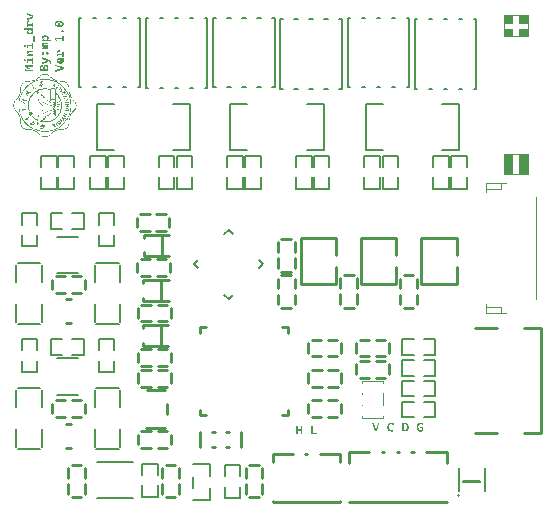
<source format=gbr>
%TF.GenerationSoftware,KiCad,Pcbnew,9.0.0-rc3-101-g1c85751bf0*%
%TF.CreationDate,2025-12-24T13:29:29+08:00*%
%TF.ProjectId,M4310_Drv,4d343331-305f-4447-9276-2e6b69636164,rev?*%
%TF.SameCoordinates,Original*%
%TF.FileFunction,Legend,Top*%
%TF.FilePolarity,Positive*%
%FSLAX46Y46*%
G04 Gerber Fmt 4.6, Leading zero omitted, Abs format (unit mm)*
G04 Created by KiCad (PCBNEW 9.0.0-rc3-101-g1c85751bf0) date 2025-12-24 13:29:29*
%MOMM*%
%LPD*%
G01*
G04 APERTURE LIST*
%ADD10C,0.063500*%
%ADD11C,0.120000*%
%ADD12C,0.100000*%
%ADD13C,0.000000*%
%ADD14C,0.250000*%
%ADD15C,0.150000*%
%ADD16C,0.130000*%
G04 APERTURE END LIST*
D10*
G36*
X190917495Y-132330460D02*
G01*
X190917495Y-132198691D01*
X190975283Y-132198691D01*
X191025776Y-132194573D01*
X191066849Y-132183118D01*
X191100319Y-132165147D01*
X191127524Y-132140717D01*
X191148508Y-132110655D01*
X191164338Y-132073487D01*
X191174581Y-132027715D01*
X191178286Y-131971494D01*
X191174517Y-131909068D01*
X191164157Y-131858673D01*
X191148295Y-131818200D01*
X191127524Y-131785893D01*
X191099992Y-131759136D01*
X191066380Y-131739682D01*
X191025415Y-131727387D01*
X190975283Y-131722987D01*
X190919589Y-131722987D01*
X190907073Y-131591963D01*
X190975283Y-131591963D01*
X191052126Y-131597211D01*
X191116114Y-131611881D01*
X191169433Y-131634844D01*
X191213842Y-131665678D01*
X191250568Y-131704693D01*
X191280208Y-131752908D01*
X191302681Y-131811963D01*
X191317229Y-131884014D01*
X191322477Y-131971634D01*
X191317372Y-132053376D01*
X191303186Y-132120858D01*
X191281184Y-132176453D01*
X191252003Y-132222125D01*
X191215610Y-132259339D01*
X191171300Y-132288947D01*
X191117761Y-132311125D01*
X191053166Y-132325355D01*
X190975283Y-132330460D01*
X190917495Y-132330460D01*
G37*
G36*
X190787355Y-132330460D02*
G01*
X190787355Y-131591963D01*
X190924800Y-131591963D01*
X190924800Y-132330460D01*
X190787355Y-132330460D01*
G37*
G36*
X192335432Y-132340882D02*
G01*
X192266280Y-132336484D01*
X192207720Y-132324119D01*
X192158089Y-132304686D01*
X192116009Y-132278592D01*
X192080458Y-132245732D01*
X192051867Y-132207149D01*
X192028607Y-132160763D01*
X192010953Y-132105252D01*
X191999573Y-132039009D01*
X191995497Y-131960188D01*
X191999565Y-131886337D01*
X192011054Y-131822800D01*
X192029133Y-131768131D01*
X192053314Y-131721082D01*
X192083482Y-131680646D01*
X192120553Y-131645742D01*
X192162952Y-131618458D01*
X192211443Y-131598467D01*
X192267099Y-131585941D01*
X192331245Y-131581541D01*
X192384603Y-131584581D01*
X192430660Y-131593184D01*
X192470457Y-131606759D01*
X192507387Y-131626387D01*
X192537568Y-131650169D01*
X192561839Y-131678226D01*
X192475436Y-131777518D01*
X192448543Y-131750482D01*
X192415275Y-131729826D01*
X192377934Y-131716921D01*
X192337480Y-131712564D01*
X192291723Y-131716839D01*
X192253099Y-131728979D01*
X192220201Y-131748558D01*
X192192079Y-131775982D01*
X192170563Y-131808663D01*
X192154377Y-131848436D01*
X192143951Y-131896723D01*
X192140200Y-131955256D01*
X192144102Y-132020134D01*
X192154791Y-132072112D01*
X192171092Y-132113497D01*
X192192358Y-132146208D01*
X192220585Y-132173274D01*
X192254971Y-132192964D01*
X192296803Y-132205407D01*
X192347902Y-132209858D01*
X192395793Y-132207310D01*
X192435096Y-132200273D01*
X192496792Y-132183849D01*
X192546252Y-132309708D01*
X192466084Y-132328691D01*
X192406681Y-132337652D01*
X192335432Y-132340882D01*
G37*
G36*
X192409831Y-132309708D02*
G01*
X192409831Y-131947811D01*
X192546252Y-131947811D01*
X192546252Y-132309708D01*
X192409831Y-132309708D01*
G37*
G36*
X192287508Y-132074368D02*
G01*
X192287508Y-131947811D01*
X192543088Y-131947811D01*
X192543088Y-132074368D01*
X192287508Y-132074368D01*
G37*
G36*
X188435608Y-132330460D02*
G01*
X188244563Y-131591963D01*
X188386660Y-131591963D01*
X188537644Y-132207206D01*
X188546997Y-132207206D01*
X188697981Y-131591963D01*
X188840078Y-131591963D01*
X188649033Y-132330460D01*
X188435608Y-132330460D01*
G37*
G36*
X189866015Y-132340882D02*
G01*
X189787509Y-132335578D01*
X189722206Y-132320766D01*
X189667869Y-132297606D01*
X189622689Y-132266557D01*
X189585395Y-132227340D01*
X189555348Y-132178966D01*
X189532600Y-132119813D01*
X189517889Y-132047741D01*
X189512586Y-131960188D01*
X189516695Y-131886396D01*
X189528302Y-131822890D01*
X189546576Y-131768219D01*
X189571041Y-131721139D01*
X189601595Y-131680646D01*
X189639014Y-131645844D01*
X189681968Y-131618571D01*
X189731257Y-131598541D01*
X189787994Y-131585964D01*
X189853545Y-131581541D01*
X189902015Y-131584338D01*
X189945141Y-131592364D01*
X189983638Y-131605223D01*
X190019351Y-131623809D01*
X190047653Y-131646224D01*
X190069576Y-131672550D01*
X189992525Y-131772958D01*
X189966103Y-131747517D01*
X189932876Y-131728337D01*
X189895541Y-131716572D01*
X189854569Y-131712564D01*
X189810964Y-131716723D01*
X189773247Y-131728664D01*
X189740245Y-131748149D01*
X189711169Y-131775703D01*
X189688779Y-131808398D01*
X189671980Y-131848206D01*
X189661176Y-131896568D01*
X189657289Y-131955256D01*
X189661646Y-132020990D01*
X189673607Y-132073598D01*
X189691946Y-132115495D01*
X189716100Y-132148632D01*
X189746219Y-132174372D01*
X189783149Y-132193369D01*
X189828345Y-132205497D01*
X189883742Y-132209858D01*
X189933450Y-132206441D01*
X189982924Y-132196126D01*
X190032586Y-132178638D01*
X190056548Y-132305520D01*
X189995314Y-132325116D01*
X189931968Y-132336908D01*
X189866015Y-132340882D01*
G37*
G36*
X183044445Y-132580460D02*
G01*
X183044445Y-131841963D01*
X183181843Y-131841963D01*
X183181843Y-132580460D01*
X183044445Y-132580460D01*
G37*
G36*
X183044445Y-132580460D02*
G01*
X183044445Y-132453903D01*
X183551417Y-132453903D01*
X183551417Y-132580460D01*
X183044445Y-132580460D01*
G37*
G36*
X182173174Y-132580460D02*
G01*
X182173174Y-131841963D01*
X182310619Y-131841963D01*
X182310619Y-132580460D01*
X182173174Y-132580460D01*
G37*
G36*
X181814022Y-132580460D02*
G01*
X181814022Y-131841963D01*
X181951467Y-131841963D01*
X181951467Y-132580460D01*
X181814022Y-132580460D01*
G37*
G36*
X181835891Y-132276723D02*
G01*
X181835891Y-132149422D01*
X182291356Y-132149422D01*
X182291356Y-132276723D01*
X181835891Y-132276723D01*
G37*
D11*
G36*
X159280750Y-101585383D02*
G01*
X159131115Y-101569749D01*
X159131115Y-101563514D01*
X158801323Y-101509355D01*
X158801323Y-101432863D01*
X158932347Y-101424534D01*
X158932347Y-101457337D01*
X159280750Y-101519778D01*
X159280750Y-101585383D01*
G37*
G36*
X159539820Y-101822211D02*
G01*
X158801323Y-101822211D01*
X158801323Y-101694166D01*
X159539820Y-101694166D01*
X159539820Y-101822211D01*
G37*
G36*
X159280750Y-101615579D02*
G01*
X158932347Y-101678020D01*
X158932347Y-101710823D01*
X158801323Y-101702494D01*
X158801323Y-101625955D01*
X159131115Y-101571843D01*
X159131115Y-101567655D01*
X159280750Y-101553092D01*
X159280750Y-101615579D01*
G37*
G36*
X159539820Y-101441191D02*
G01*
X158801323Y-101441191D01*
X158801323Y-101313146D01*
X159539820Y-101313146D01*
X159539820Y-101441191D01*
G37*
G36*
X159539820Y-100976932D02*
G01*
X159020192Y-100976932D01*
X159020192Y-100836371D01*
X159539820Y-100836371D01*
X159539820Y-100976932D01*
G37*
G36*
X159539820Y-101180959D02*
G01*
X159409540Y-101180959D01*
X159409540Y-100966510D01*
X159539820Y-100966510D01*
X159539820Y-101180959D01*
G37*
G36*
X159539820Y-100846793D02*
G01*
X159409540Y-100846793D01*
X159409540Y-100672917D01*
X159539820Y-100672917D01*
X159539820Y-100846793D01*
G37*
G36*
X159119204Y-101149738D02*
G01*
X158988925Y-101149738D01*
X158988925Y-100836371D01*
X159119204Y-100836371D01*
X159119204Y-101149738D01*
G37*
G36*
X158914480Y-100912910D02*
G01*
X158911549Y-100938580D01*
X158903198Y-100959940D01*
X158889494Y-100977956D01*
X158871477Y-100991658D01*
X158850103Y-101000010D01*
X158824401Y-101002942D01*
X158798699Y-101000010D01*
X158777325Y-100991658D01*
X158759308Y-100977956D01*
X158745603Y-100959940D01*
X158737253Y-100938580D01*
X158734322Y-100912910D01*
X158737254Y-100887208D01*
X158745606Y-100865833D01*
X158759308Y-100847817D01*
X158777325Y-100834114D01*
X158798699Y-100825762D01*
X158824401Y-100822831D01*
X158850103Y-100825762D01*
X158871477Y-100834114D01*
X158889494Y-100847817D01*
X158903196Y-100865833D01*
X158911548Y-100887208D01*
X158914480Y-100912910D01*
G37*
G36*
X159539820Y-100225827D02*
G01*
X159216355Y-100225827D01*
X159183677Y-100228449D01*
X159158623Y-100235552D01*
X159139537Y-100246392D01*
X159124669Y-100261837D01*
X159115682Y-100281014D01*
X159112504Y-100305111D01*
X159116511Y-100336712D01*
X159127758Y-100361595D01*
X159146212Y-100381400D01*
X159173300Y-100396761D01*
X159211670Y-100407187D01*
X159264884Y-100411149D01*
X159088728Y-100443393D01*
X159088728Y-100397609D01*
X159052922Y-100389283D01*
X159025894Y-100376454D01*
X159005815Y-100359595D01*
X158991471Y-100337799D01*
X158982028Y-100308082D01*
X158978503Y-100267981D01*
X158982163Y-100224779D01*
X158992477Y-100188653D01*
X159008904Y-100158273D01*
X159031545Y-100132677D01*
X159059175Y-100112619D01*
X159092512Y-100097700D01*
X159132699Y-100088167D01*
X159181180Y-100084753D01*
X159539820Y-100084753D01*
X159539820Y-100225827D01*
G37*
G36*
X159539820Y-100552222D02*
G01*
X158988925Y-100552222D01*
X158988925Y-100426224D01*
X159105339Y-100411149D01*
X159539820Y-100411149D01*
X159539820Y-100552222D01*
G37*
G36*
X159539820Y-99727742D02*
G01*
X159020192Y-99727742D01*
X159020192Y-99587180D01*
X159539820Y-99587180D01*
X159539820Y-99727742D01*
G37*
G36*
X159539820Y-99931768D02*
G01*
X159409540Y-99931768D01*
X159409540Y-99717319D01*
X159539820Y-99717319D01*
X159539820Y-99931768D01*
G37*
G36*
X159539820Y-99597602D02*
G01*
X159409540Y-99597602D01*
X159409540Y-99423726D01*
X159539820Y-99423726D01*
X159539820Y-99597602D01*
G37*
G36*
X159119204Y-99900548D02*
G01*
X158988925Y-99900548D01*
X158988925Y-99587180D01*
X159119204Y-99587180D01*
X159119204Y-99900548D01*
G37*
G36*
X158914480Y-99663719D02*
G01*
X158911549Y-99689390D01*
X158903198Y-99710749D01*
X158889494Y-99728765D01*
X158871477Y-99742468D01*
X158850103Y-99750819D01*
X158824401Y-99753751D01*
X158798699Y-99750819D01*
X158777325Y-99742468D01*
X158759308Y-99728765D01*
X158745603Y-99710749D01*
X158737253Y-99689390D01*
X158734322Y-99663719D01*
X158737254Y-99638017D01*
X158745606Y-99616643D01*
X158759308Y-99598626D01*
X158777325Y-99584924D01*
X158798699Y-99576572D01*
X158824401Y-99573640D01*
X158850103Y-99576572D01*
X158871477Y-99584924D01*
X158889494Y-99598626D01*
X158903196Y-99616643D01*
X158911548Y-99638017D01*
X158914480Y-99663719D01*
G37*
G36*
X159665632Y-99329553D02*
G01*
X159539820Y-99329553D01*
X159539820Y-98809041D01*
X159665632Y-98809041D01*
X159665632Y-99329553D01*
G37*
G36*
X159550242Y-98499349D02*
G01*
X159545328Y-98549239D01*
X159531324Y-98591517D01*
X159508582Y-98627735D01*
X159476448Y-98658894D01*
X159438627Y-98682333D01*
X159392016Y-98700144D01*
X159334817Y-98711708D01*
X159264884Y-98715892D01*
X159195565Y-98711735D01*
X159138505Y-98700210D01*
X159091673Y-98682401D01*
X159053367Y-98658894D01*
X159020766Y-98627671D01*
X158997700Y-98591279D01*
X158983491Y-98548695D01*
X158978503Y-98498325D01*
X158981976Y-98458923D01*
X158991380Y-98429010D01*
X159005815Y-98406432D01*
X159025977Y-98388667D01*
X159053019Y-98374920D01*
X159088681Y-98365580D01*
X159088681Y-98319750D01*
X159264884Y-98352041D01*
X159211791Y-98355671D01*
X159174062Y-98365125D01*
X159147912Y-98378841D01*
X159127779Y-98399219D01*
X159115443Y-98425561D01*
X159111015Y-98459800D01*
X159115647Y-98492043D01*
X159128914Y-98518083D01*
X159151309Y-98539456D01*
X159179587Y-98554228D01*
X159216658Y-98563960D01*
X159264884Y-98567559D01*
X159314995Y-98563969D01*
X159352135Y-98554429D01*
X159379250Y-98540247D01*
X159400418Y-98519441D01*
X159413197Y-98493211D01*
X159417729Y-98459800D01*
X159413102Y-98421395D01*
X159400732Y-98394393D01*
X159381344Y-98375723D01*
X159355767Y-98363708D01*
X159318257Y-98355296D01*
X159264884Y-98352041D01*
X159440063Y-98314585D01*
X159440063Y-98363486D01*
X159475081Y-98372505D01*
X159502093Y-98386986D01*
X159522697Y-98406711D01*
X159537494Y-98431338D01*
X159546871Y-98461725D01*
X159550242Y-98499349D01*
G37*
G36*
X159545031Y-98331754D02*
G01*
X159435875Y-98352041D01*
X158759634Y-98352041D01*
X158759634Y-98210967D01*
X159539820Y-98210967D01*
X159545031Y-98331754D01*
G37*
G36*
X159302851Y-97842510D02*
G01*
X159113155Y-97874754D01*
X159113155Y-97827388D01*
X159069599Y-97820512D01*
X159036665Y-97807060D01*
X159011991Y-97787772D01*
X158994114Y-97762289D01*
X158982679Y-97729213D01*
X158978503Y-97686314D01*
X158982368Y-97648164D01*
X158993355Y-97616142D01*
X159011184Y-97588970D01*
X159036430Y-97565852D01*
X159065881Y-97548730D01*
X159102487Y-97535611D01*
X159147724Y-97527042D01*
X159203327Y-97523931D01*
X159203327Y-97663934D01*
X159170749Y-97666374D01*
X159147990Y-97672702D01*
X159132511Y-97681894D01*
X159121117Y-97695379D01*
X159113757Y-97714136D01*
X159111015Y-97739961D01*
X159114155Y-97764218D01*
X159123213Y-97784618D01*
X159138412Y-97802104D01*
X159160940Y-97817059D01*
X159195260Y-97830209D01*
X159241530Y-97839149D01*
X159302851Y-97842510D01*
G37*
G36*
X159539820Y-98099625D02*
G01*
X159419218Y-98099625D01*
X159419218Y-97713394D01*
X159539820Y-97713394D01*
X159539820Y-98099625D01*
G37*
G36*
X159539820Y-97983025D02*
G01*
X158988925Y-97983025D01*
X158988925Y-97863308D01*
X159146935Y-97842510D01*
X159539820Y-97842510D01*
X159539820Y-97983025D01*
G37*
G36*
X159109526Y-98078827D02*
G01*
X158988925Y-98078827D01*
X158988925Y-97870613D01*
X159109526Y-97860190D01*
X159109526Y-98078827D01*
G37*
G36*
X159539820Y-97286078D02*
G01*
X158988925Y-97475029D01*
X158988925Y-97331350D01*
X159416240Y-97200187D01*
X159416240Y-97190835D01*
X158988925Y-97059672D01*
X158988925Y-96915992D01*
X159539820Y-97104944D01*
X159539820Y-97286078D01*
G37*
G36*
X160819980Y-101675415D02*
G01*
X160693423Y-101675415D01*
X160693423Y-101543740D01*
X160690099Y-101507060D01*
X160680989Y-101478475D01*
X160666808Y-101456220D01*
X160647123Y-101439187D01*
X160622712Y-101428754D01*
X160592131Y-101425046D01*
X160562040Y-101428911D01*
X160537985Y-101439835D01*
X160518523Y-101457849D01*
X160504721Y-101481104D01*
X160495730Y-101511490D01*
X160492421Y-101550998D01*
X160492421Y-101673367D01*
X160437098Y-101685837D01*
X160437098Y-101481811D01*
X160440459Y-101433421D01*
X160449825Y-101393451D01*
X160464445Y-101360435D01*
X160484045Y-101333199D01*
X160509166Y-101310834D01*
X160538941Y-101294626D01*
X160574306Y-101284460D01*
X160616558Y-101280855D01*
X160664375Y-101285015D01*
X160704443Y-101296757D01*
X160738234Y-101315518D01*
X160766798Y-101341481D01*
X160788961Y-101372951D01*
X160805530Y-101411155D01*
X160816161Y-101457455D01*
X160819980Y-101513543D01*
X160819980Y-101675415D01*
G37*
G36*
X160819980Y-101805554D02*
G01*
X160081483Y-101805554D01*
X160081483Y-101668156D01*
X160819980Y-101668156D01*
X160819980Y-101805554D01*
G37*
G36*
X160455896Y-101710823D02*
G01*
X160405273Y-101710823D01*
X160405273Y-101505726D01*
X160455896Y-101505726D01*
X160455896Y-101710823D01*
G37*
G36*
X160420441Y-101675415D02*
G01*
X160365119Y-101675415D01*
X160365119Y-101574960D01*
X160362439Y-101543303D01*
X160355233Y-101519542D01*
X160344275Y-101501864D01*
X160328750Y-101488477D01*
X160308702Y-101480128D01*
X160282718Y-101477111D01*
X160259343Y-101480229D01*
X160241138Y-101488981D01*
X160226837Y-101503400D01*
X160217095Y-101521946D01*
X160210521Y-101547533D01*
X160208040Y-101582265D01*
X160208040Y-101673367D01*
X160081483Y-101685837D01*
X160081483Y-101577054D01*
X160084954Y-101517788D01*
X160094565Y-101469085D01*
X160109387Y-101429200D01*
X160128895Y-101396664D01*
X160154956Y-101368907D01*
X160185476Y-101349276D01*
X160221335Y-101337175D01*
X160263920Y-101332920D01*
X160300803Y-101336284D01*
X160331685Y-101345793D01*
X160357740Y-101361045D01*
X160379776Y-101382287D01*
X160401332Y-101417409D01*
X160415309Y-101463117D01*
X160420441Y-101522383D01*
X160420441Y-101675415D01*
G37*
G36*
X161067882Y-101225207D02*
G01*
X160945792Y-101230418D01*
X160935416Y-101135175D01*
X160925768Y-101088691D01*
X160909500Y-101051378D01*
X160884860Y-101019613D01*
X160849060Y-100991775D01*
X160805200Y-100969677D01*
X160744092Y-100948829D01*
X160269085Y-100815572D01*
X160269085Y-100666170D01*
X160770148Y-100821295D01*
X160835528Y-100844612D01*
X160888067Y-100868649D01*
X160929647Y-100893135D01*
X160967397Y-100922646D01*
X160997193Y-100954672D01*
X161019911Y-100989402D01*
X161036832Y-101027537D01*
X161049500Y-101071652D01*
X161057506Y-101122659D01*
X161067882Y-101225207D01*
G37*
G36*
X160819980Y-101050308D02*
G01*
X160269085Y-101235630D01*
X160269085Y-101086227D01*
X160700123Y-100949341D01*
X160700123Y-100924356D01*
X160819980Y-100924356D01*
X160819980Y-101050308D01*
G37*
G36*
X160464876Y-100318651D02*
G01*
X160461487Y-100345761D01*
X160451542Y-100369725D01*
X160434679Y-100391374D01*
X160413026Y-100408227D01*
X160389002Y-100418177D01*
X160361769Y-100421571D01*
X160334213Y-100418148D01*
X160310125Y-100408152D01*
X160288627Y-100391281D01*
X160271896Y-100369563D01*
X160262025Y-100345564D01*
X160258663Y-100318464D01*
X160262053Y-100290917D01*
X160271948Y-100266842D01*
X160288627Y-100245369D01*
X160310101Y-100228692D01*
X160334191Y-100218796D01*
X160361769Y-100215404D01*
X160389014Y-100218781D01*
X160413039Y-100228674D01*
X160434679Y-100245415D01*
X160451494Y-100266936D01*
X160461462Y-100291056D01*
X160464876Y-100318651D01*
G37*
G36*
X160830402Y-100318651D02*
G01*
X160827013Y-100345761D01*
X160817068Y-100369725D01*
X160800205Y-100391374D01*
X160778552Y-100408227D01*
X160754528Y-100418177D01*
X160727295Y-100421571D01*
X160699739Y-100418148D01*
X160675651Y-100408152D01*
X160654153Y-100391281D01*
X160637422Y-100369563D01*
X160627551Y-100345564D01*
X160624189Y-100318464D01*
X160627579Y-100290917D01*
X160637474Y-100266842D01*
X160654153Y-100245369D01*
X160675627Y-100228692D01*
X160699717Y-100218796D01*
X160727295Y-100215404D01*
X160754540Y-100218781D01*
X160778565Y-100228674D01*
X160800205Y-100245415D01*
X160817020Y-100266936D01*
X160826988Y-100291056D01*
X160830402Y-100318651D01*
G37*
G36*
X160819980Y-99569499D02*
G01*
X160446869Y-99569499D01*
X160418262Y-99572361D01*
X160401576Y-99579359D01*
X160392690Y-99589292D01*
X160389686Y-99602813D01*
X160392999Y-99618152D01*
X160402713Y-99629313D01*
X160420762Y-99637101D01*
X160451476Y-99640269D01*
X160337668Y-99677770D01*
X160337668Y-99630916D01*
X160314195Y-99625389D01*
X160295166Y-99615744D01*
X160279740Y-99602022D01*
X160268325Y-99584790D01*
X160261200Y-99563855D01*
X160258663Y-99538232D01*
X160262535Y-99502430D01*
X160273000Y-99476075D01*
X160289325Y-99456808D01*
X160311390Y-99443554D01*
X160343363Y-99434501D01*
X160388616Y-99431031D01*
X160819980Y-99431031D01*
X160819980Y-99569499D01*
G37*
G36*
X160819980Y-99956754D02*
G01*
X160269085Y-99956754D01*
X160269085Y-99830290D01*
X160385499Y-99817774D01*
X160819980Y-99817774D01*
X160819980Y-99956754D01*
G37*
G36*
X160819980Y-99744911D02*
G01*
X160436447Y-99744911D01*
X160408441Y-99749390D01*
X160394417Y-99760402D01*
X160389686Y-99778225D01*
X160393093Y-99794617D01*
X160402963Y-99806392D01*
X160421036Y-99814500D01*
X160451476Y-99817774D01*
X160337668Y-99850064D01*
X160337668Y-99810469D01*
X160301380Y-99800143D01*
X160277814Y-99783152D01*
X160263740Y-99759440D01*
X160258663Y-99726672D01*
X160262091Y-99701259D01*
X160271896Y-99680530D01*
X160288301Y-99663347D01*
X160309352Y-99651357D01*
X160338487Y-99643305D01*
X160378194Y-99640269D01*
X160819980Y-99640269D01*
X160819980Y-99744911D01*
G37*
G36*
X161058204Y-99303032D02*
G01*
X160269085Y-99303032D01*
X160269085Y-99172380D01*
X160385499Y-99161958D01*
X161058204Y-99161958D01*
X161058204Y-99303032D01*
G37*
G36*
X160830402Y-99014650D02*
G01*
X160827032Y-99052274D01*
X160817655Y-99082678D01*
X160802857Y-99107334D01*
X160782257Y-99127031D01*
X160755245Y-99141498D01*
X160720223Y-99150512D01*
X160720223Y-99199413D01*
X160545044Y-99161958D01*
X160598397Y-99158673D01*
X160635909Y-99150183D01*
X160661504Y-99138042D01*
X160680928Y-99119224D01*
X160693283Y-99092263D01*
X160697889Y-99054199D01*
X160693356Y-99020790D01*
X160680577Y-98994576D01*
X160659410Y-98973798D01*
X160632291Y-98959590D01*
X160595151Y-98950035D01*
X160545044Y-98946439D01*
X160496818Y-98950038D01*
X160459747Y-98959771D01*
X160431469Y-98974542D01*
X160409078Y-98995889D01*
X160395810Y-99021926D01*
X160391175Y-99054199D01*
X160395580Y-99088073D01*
X160407898Y-99114349D01*
X160428072Y-99134879D01*
X160454246Y-99148746D01*
X160491976Y-99158294D01*
X160545044Y-99161958D01*
X160368841Y-99194202D01*
X160368841Y-99153629D01*
X160333268Y-99143874D01*
X160306211Y-99129615D01*
X160285975Y-99111196D01*
X160271596Y-99087946D01*
X160262163Y-99056874D01*
X160258663Y-99015673D01*
X160263651Y-98965303D01*
X160277860Y-98922720D01*
X160300926Y-98886328D01*
X160333527Y-98855104D01*
X160371833Y-98831598D01*
X160418665Y-98813788D01*
X160475725Y-98802264D01*
X160545044Y-98798107D01*
X160614977Y-98802290D01*
X160672176Y-98813854D01*
X160718787Y-98831666D01*
X160756608Y-98855104D01*
X160788742Y-98886264D01*
X160811484Y-98922481D01*
X160825488Y-98964759D01*
X160830402Y-99014650D01*
G37*
G36*
X162100140Y-101674391D02*
G01*
X161361643Y-101865436D01*
X161361643Y-101723339D01*
X161976886Y-101572355D01*
X161976886Y-101563002D01*
X161361643Y-101412018D01*
X161361643Y-101269921D01*
X162100140Y-101460966D01*
X162100140Y-101674391D01*
G37*
G36*
X162110562Y-100894159D02*
G01*
X162105308Y-100965861D01*
X162090626Y-101025280D01*
X162067590Y-101074591D01*
X162036489Y-101115494D01*
X162005643Y-101142576D01*
X161969809Y-101164008D01*
X161928235Y-101179887D01*
X161879921Y-101189926D01*
X161823669Y-101193475D01*
X161755834Y-101188754D01*
X161699475Y-101175567D01*
X161652618Y-101154920D01*
X161613687Y-101127172D01*
X161581660Y-101091635D01*
X161558487Y-101049548D01*
X161543968Y-100999596D01*
X161538823Y-100939942D01*
X161543608Y-100881399D01*
X161557065Y-100832556D01*
X161578415Y-100791623D01*
X161607684Y-100757273D01*
X161643686Y-100730382D01*
X161687869Y-100710277D01*
X161741947Y-100697350D01*
X161808082Y-100692691D01*
X161879037Y-100695948D01*
X161879037Y-101100791D01*
X161781514Y-101100791D01*
X161781514Y-100831159D01*
X161745826Y-100834690D01*
X161718279Y-100844371D01*
X161697019Y-100859542D01*
X161681109Y-100880202D01*
X161671179Y-100906145D01*
X161667613Y-100938919D01*
X161672205Y-100973789D01*
X161685232Y-101001790D01*
X161706836Y-101024577D01*
X161734617Y-101040641D01*
X161770983Y-101051137D01*
X161818318Y-101055007D01*
X161857023Y-101051836D01*
X161888858Y-101042974D01*
X161915124Y-101028998D01*
X161936779Y-101009921D01*
X161958386Y-100977517D01*
X161972244Y-100935659D01*
X161977305Y-100881643D01*
X161973397Y-100807709D01*
X161962695Y-100733310D01*
X162095952Y-100719771D01*
X162103810Y-100771657D01*
X162107956Y-100816503D01*
X162110562Y-100894159D01*
G37*
G36*
X161863171Y-100340891D02*
G01*
X161673475Y-100373135D01*
X161673475Y-100325769D01*
X161629919Y-100318894D01*
X161596985Y-100305442D01*
X161572311Y-100286154D01*
X161554434Y-100260670D01*
X161542999Y-100227595D01*
X161538823Y-100184696D01*
X161542688Y-100146546D01*
X161553675Y-100114523D01*
X161571504Y-100087352D01*
X161596750Y-100064234D01*
X161626201Y-100047112D01*
X161662807Y-100033993D01*
X161708044Y-100025423D01*
X161763647Y-100022312D01*
X161763647Y-100162316D01*
X161731069Y-100164756D01*
X161708310Y-100171084D01*
X161692831Y-100180276D01*
X161681437Y-100193761D01*
X161674077Y-100212517D01*
X161671335Y-100238343D01*
X161674475Y-100262600D01*
X161683533Y-100283000D01*
X161698732Y-100300485D01*
X161721260Y-100315440D01*
X161755580Y-100328590D01*
X161801850Y-100337530D01*
X161863171Y-100340891D01*
G37*
G36*
X162100140Y-100598006D02*
G01*
X161979538Y-100598006D01*
X161979538Y-100211775D01*
X162100140Y-100211775D01*
X162100140Y-100598006D01*
G37*
G36*
X162100140Y-100481406D02*
G01*
X161549245Y-100481406D01*
X161549245Y-100361689D01*
X161707255Y-100340891D01*
X162100140Y-100340891D01*
X162100140Y-100481406D01*
G37*
G36*
X161669846Y-100577208D02*
G01*
X161549245Y-100577208D01*
X161549245Y-100368994D01*
X161669846Y-100358572D01*
X161669846Y-100577208D01*
G37*
G36*
X162100140Y-99123944D02*
G01*
X161361643Y-99123944D01*
X161361643Y-98983429D01*
X162100140Y-98983429D01*
X162100140Y-99123944D01*
G37*
G36*
X162100140Y-99301962D02*
G01*
X161978049Y-99301962D01*
X161978049Y-99113522D01*
X162100140Y-99113522D01*
X162100140Y-99301962D01*
G37*
G36*
X162100140Y-98993805D02*
G01*
X161978049Y-98993805D01*
X161978049Y-98825186D01*
X162100140Y-98825186D01*
X162100140Y-98993805D01*
G37*
G36*
X161555061Y-99291586D02*
G01*
X161424037Y-99291586D01*
X161361643Y-99123944D01*
X161494900Y-99123944D01*
X161555061Y-99291586D01*
G37*
G36*
X162110562Y-98444678D02*
G01*
X162107419Y-98469919D01*
X162098227Y-98492049D01*
X162082691Y-98511865D01*
X162062704Y-98527269D01*
X162040606Y-98536359D01*
X162015644Y-98539456D01*
X161990353Y-98536340D01*
X161968190Y-98527232D01*
X161948364Y-98511865D01*
X161932968Y-98492066D01*
X161923847Y-98469934D01*
X161920727Y-98444678D01*
X161923852Y-98419364D01*
X161932977Y-98397235D01*
X161948364Y-98377491D01*
X161968187Y-98362152D01*
X161990350Y-98353059D01*
X162015644Y-98349947D01*
X162040609Y-98353040D01*
X162062707Y-98362115D01*
X162082691Y-98377491D01*
X162098218Y-98397252D01*
X162107414Y-98419379D01*
X162110562Y-98444678D01*
G37*
G36*
X161776180Y-97756588D02*
G01*
X161805243Y-97770670D01*
X161819856Y-97785071D01*
X161828349Y-97801665D01*
X161831253Y-97821246D01*
X161828359Y-97840545D01*
X161819879Y-97856958D01*
X161805243Y-97871264D01*
X161776192Y-97885240D01*
X161735963Y-97890387D01*
X161695741Y-97885239D01*
X161666729Y-97871264D01*
X161652064Y-97856955D01*
X161643570Y-97840542D01*
X161640673Y-97821246D01*
X161643581Y-97801668D01*
X161652087Y-97785074D01*
X161666729Y-97770670D01*
X161695753Y-97756590D01*
X161735963Y-97751407D01*
X161776180Y-97756588D01*
G37*
G36*
X161827807Y-97563816D02*
G01*
X161901862Y-97576088D01*
X161961139Y-97594709D01*
X162008144Y-97618670D01*
X162044944Y-97647474D01*
X162073066Y-97681173D01*
X162093393Y-97720373D01*
X162106084Y-97766176D01*
X162110562Y-97820083D01*
X162106084Y-97874002D01*
X162093391Y-97919814D01*
X162073063Y-97959022D01*
X162044939Y-97992727D01*
X162008138Y-98021535D01*
X161961133Y-98045500D01*
X161901857Y-98064123D01*
X161827804Y-98076396D01*
X161736102Y-98080874D01*
X161641311Y-98076341D01*
X161564897Y-98063929D01*
X161503871Y-98045128D01*
X161455615Y-98020989D01*
X161417960Y-97992056D01*
X161389284Y-97958317D01*
X161368622Y-97919197D01*
X161355754Y-97873617D01*
X161351221Y-97820083D01*
X161475544Y-97820083D01*
X161479574Y-97848258D01*
X161491355Y-97872261D01*
X161511604Y-97893236D01*
X161542478Y-97911494D01*
X161587275Y-97926480D01*
X161650181Y-97936899D01*
X161736102Y-97940870D01*
X161818014Y-97936960D01*
X161878175Y-97926683D01*
X161921206Y-97911856D01*
X161951036Y-97893710D01*
X161970737Y-97872735D01*
X161982275Y-97848579D01*
X161986238Y-97820083D01*
X161982316Y-97792230D01*
X161970879Y-97768568D01*
X161951293Y-97747965D01*
X161921548Y-97730092D01*
X161878527Y-97715459D01*
X161818266Y-97705303D01*
X161736102Y-97701436D01*
X161649922Y-97705363D01*
X161586914Y-97715658D01*
X161542127Y-97730447D01*
X161511341Y-97748429D01*
X161491209Y-97769033D01*
X161479531Y-97792545D01*
X161475544Y-97820083D01*
X161351221Y-97820083D01*
X161355753Y-97766561D01*
X161368621Y-97720990D01*
X161389280Y-97681878D01*
X161417955Y-97648145D01*
X161455609Y-97619216D01*
X161503865Y-97595080D01*
X161564892Y-97576281D01*
X161641308Y-97563871D01*
X161736102Y-97559339D01*
X161827807Y-97563816D01*
G37*
D12*
X200100000Y-109950000D02*
X200100000Y-110575000D01*
X200100000Y-98262500D02*
X200100000Y-98887500D01*
X199400000Y-97087500D02*
X201400000Y-97087500D01*
X201400000Y-98887500D01*
X199400000Y-98887500D01*
X199400000Y-97087500D01*
X199450000Y-109950000D02*
X200100000Y-109950000D01*
X199450000Y-109200000D02*
X200100000Y-109200000D01*
X199400000Y-108875000D02*
X200100000Y-108875000D01*
X200100000Y-110000000D01*
X199400000Y-110000000D01*
X199400000Y-108875000D01*
G36*
X199400000Y-108875000D02*
G01*
X200100000Y-108875000D01*
X200100000Y-110000000D01*
X199400000Y-110000000D01*
X199400000Y-108875000D01*
G37*
X200700000Y-98262500D02*
X200700000Y-98887500D01*
X199400000Y-97087500D02*
X200100000Y-97087500D01*
X200100000Y-97712500D01*
X199400000Y-97712500D01*
X199400000Y-97087500D01*
G36*
X199400000Y-97087500D02*
G01*
X200100000Y-97087500D01*
X200100000Y-97712500D01*
X199400000Y-97712500D01*
X199400000Y-97087500D01*
G37*
X199450000Y-98262500D02*
X200100000Y-98262500D01*
X200700000Y-109950000D02*
X201400000Y-109950000D01*
X201400000Y-110575000D01*
X200700000Y-110575000D01*
X200700000Y-109950000D01*
G36*
X200700000Y-109950000D02*
G01*
X201400000Y-109950000D01*
X201400000Y-110575000D01*
X200700000Y-110575000D01*
X200700000Y-109950000D01*
G37*
X201400000Y-109200000D02*
X200700000Y-109200000D01*
X201400000Y-97512500D02*
X200700000Y-97512500D01*
X201400000Y-98262500D02*
X200700000Y-98262500D01*
X201400000Y-109950000D02*
X200700000Y-109950000D01*
X200700000Y-109950000D02*
X200700000Y-110575000D01*
X200700000Y-108850000D02*
X201400000Y-108850000D01*
X201400000Y-110175000D01*
X200700000Y-110175000D01*
X200700000Y-108850000D01*
G36*
X200700000Y-108850000D02*
G01*
X201400000Y-108850000D01*
X201400000Y-110175000D01*
X200700000Y-110175000D01*
X200700000Y-108850000D01*
G37*
X200700000Y-98262500D02*
X201400000Y-98262500D01*
X201400000Y-98887500D01*
X200700000Y-98887500D01*
X200700000Y-98262500D01*
G36*
X200700000Y-98262500D02*
G01*
X201400000Y-98262500D01*
X201400000Y-98887500D01*
X200700000Y-98887500D01*
X200700000Y-98262500D01*
G37*
X199400000Y-98262500D02*
X200100000Y-98262500D01*
X200100000Y-98887500D01*
X199400000Y-98887500D01*
X199400000Y-98262500D01*
G36*
X199400000Y-98262500D02*
G01*
X200100000Y-98262500D01*
X200100000Y-98887500D01*
X199400000Y-98887500D01*
X199400000Y-98262500D01*
G37*
X199450000Y-97512500D02*
X200100000Y-97512500D01*
X199400000Y-108850000D02*
X201400000Y-108850000D01*
X201400000Y-110575000D01*
X199400000Y-110575000D01*
X199400000Y-108850000D01*
X200700000Y-97087500D02*
X201400000Y-97087500D01*
X201400000Y-97712500D01*
X200700000Y-97712500D01*
X200700000Y-97087500D01*
G36*
X200700000Y-97087500D02*
G01*
X201400000Y-97087500D01*
X201400000Y-97712500D01*
X200700000Y-97712500D01*
X200700000Y-97087500D01*
G37*
X199400000Y-109950000D02*
X200100000Y-109950000D01*
X200100000Y-110575000D01*
X199400000Y-110575000D01*
X199400000Y-109950000D01*
G36*
X199400000Y-109950000D02*
G01*
X200100000Y-109950000D01*
X200100000Y-110575000D01*
X199400000Y-110575000D01*
X199400000Y-109950000D01*
G37*
D13*
%TO.C,G\u002A\u002A\u002A*%
G36*
X160623993Y-102049903D02*
G01*
X160697796Y-102068132D01*
X160769706Y-102095650D01*
X160838838Y-102132340D01*
X160851989Y-102140599D01*
X160865389Y-102150455D01*
X160884492Y-102166187D01*
X160907796Y-102186469D01*
X160933797Y-102209978D01*
X160960993Y-102235389D01*
X160976978Y-102250726D01*
X161034878Y-102305262D01*
X161088914Y-102352580D01*
X161140834Y-102393964D01*
X161192388Y-102430696D01*
X161245322Y-102464061D01*
X161301385Y-102495342D01*
X161330320Y-102510194D01*
X161431835Y-102556266D01*
X161533401Y-102592649D01*
X161636294Y-102619644D01*
X161741792Y-102637553D01*
X161851173Y-102646677D01*
X161915548Y-102648061D01*
X161979683Y-102649033D01*
X162035523Y-102652080D01*
X162084805Y-102657501D01*
X162129263Y-102665598D01*
X162170635Y-102676670D01*
X162210656Y-102691017D01*
X162241515Y-102704425D01*
X162303730Y-102738481D01*
X162363069Y-102781018D01*
X162417607Y-102830375D01*
X162465419Y-102884891D01*
X162489260Y-102918145D01*
X162515867Y-102961150D01*
X162536760Y-103001726D01*
X162553922Y-103044118D01*
X162567095Y-103084886D01*
X162573018Y-103105627D01*
X162577737Y-103124346D01*
X162581413Y-103142639D01*
X162584206Y-103162100D01*
X162586279Y-103184324D01*
X162587791Y-103210907D01*
X162588905Y-103243443D01*
X162589781Y-103283528D01*
X162590302Y-103314582D01*
X162592262Y-103383616D01*
X162595986Y-103444838D01*
X162601711Y-103500508D01*
X162609675Y-103552886D01*
X162620114Y-103604231D01*
X162621128Y-103608642D01*
X162651025Y-103718025D01*
X162688883Y-103822063D01*
X162735052Y-103921371D01*
X162789885Y-104016564D01*
X162853734Y-104108259D01*
X162926950Y-104197070D01*
X163003015Y-104276888D01*
X163024822Y-104298954D01*
X163046314Y-104321759D01*
X163065293Y-104342902D01*
X163079560Y-104359984D01*
X163081877Y-104362996D01*
X163115009Y-104413445D01*
X163144332Y-104470667D01*
X163168516Y-104531554D01*
X163186233Y-104593001D01*
X163191706Y-104619805D01*
X163194329Y-104640456D01*
X163196348Y-104667522D01*
X163197704Y-104698227D01*
X163198341Y-104729796D01*
X163198201Y-104759454D01*
X163197228Y-104784425D01*
X163195443Y-104801492D01*
X163177018Y-104881995D01*
X163150833Y-104956013D01*
X163116793Y-105023768D01*
X163074803Y-105085487D01*
X163074625Y-105085715D01*
X163064077Y-105098257D01*
X163047836Y-105116417D01*
X163027388Y-105138587D01*
X163004221Y-105163159D01*
X162979820Y-105188525D01*
X162974805Y-105193672D01*
X162897961Y-105277810D01*
X162830719Y-105363278D01*
X162772503Y-105451084D01*
X162722733Y-105542237D01*
X162680832Y-105637744D01*
X162646221Y-105738613D01*
X162631103Y-105792783D01*
X162618332Y-105846133D01*
X162608329Y-105897733D01*
X162600811Y-105949958D01*
X162595492Y-106005182D01*
X162592090Y-106065779D01*
X162590330Y-106133375D01*
X162589601Y-106170261D01*
X162588551Y-106205436D01*
X162587262Y-106237079D01*
X162585816Y-106263371D01*
X162584294Y-106282494D01*
X162583291Y-106290282D01*
X162565243Y-106364332D01*
X162537929Y-106435326D01*
X162502028Y-106502346D01*
X162458218Y-106564469D01*
X162407180Y-106620777D01*
X162349591Y-106670349D01*
X162286132Y-106712265D01*
X162262362Y-106725109D01*
X162214009Y-106746711D01*
X162161503Y-106764769D01*
X162107406Y-106778702D01*
X162054282Y-106787930D01*
X162004692Y-106791871D01*
X161971574Y-106791026D01*
X161923696Y-106789195D01*
X161868614Y-106790668D01*
X161808660Y-106795171D01*
X161746167Y-106802428D01*
X161683468Y-106812168D01*
X161622895Y-106824114D01*
X161566782Y-106837994D01*
X161563240Y-106838986D01*
X161474303Y-106867848D01*
X161385076Y-106903924D01*
X161299023Y-106945686D01*
X161226095Y-106987530D01*
X161168347Y-107026164D01*
X161109721Y-107070754D01*
X161048985Y-107122297D01*
X160984909Y-107181788D01*
X160978405Y-107188081D01*
X160941763Y-107223132D01*
X160910396Y-107251798D01*
X160882762Y-107275264D01*
X160857321Y-107294718D01*
X160832535Y-107311345D01*
X160806861Y-107326332D01*
X160782301Y-107339111D01*
X160713850Y-107367614D01*
X160642028Y-107387050D01*
X160568111Y-107397421D01*
X160555977Y-107397633D01*
X160493373Y-107398726D01*
X160419089Y-107390965D01*
X160346533Y-107374138D01*
X160276981Y-107348245D01*
X160257697Y-107339111D01*
X160229550Y-107324353D01*
X160203694Y-107308969D01*
X160178545Y-107291745D01*
X160152519Y-107271464D01*
X160124032Y-107246911D01*
X160091499Y-107216871D01*
X160064179Y-107190677D01*
X160005733Y-107135652D01*
X159951098Y-107087868D01*
X159898517Y-107046036D01*
X159846233Y-107008869D01*
X159792492Y-106975075D01*
X159735536Y-106943366D01*
X159708129Y-106929304D01*
X159603841Y-106882454D01*
X159497285Y-106845370D01*
X159467934Y-106836967D01*
X159411414Y-106822431D01*
X159359408Y-106811238D01*
X159309156Y-106803035D01*
X159257896Y-106797468D01*
X159202868Y-106794185D01*
X159141311Y-106792833D01*
X159122130Y-106792752D01*
X159073971Y-106792205D01*
X159030784Y-106790718D01*
X158994293Y-106788375D01*
X158966222Y-106785259D01*
X158965984Y-106785224D01*
X158889269Y-106768688D01*
X158816352Y-106742957D01*
X158747915Y-106708523D01*
X158684642Y-106665881D01*
X158627213Y-106615524D01*
X158576312Y-106557945D01*
X158532622Y-106493639D01*
X158512897Y-106457544D01*
X158485642Y-106395573D01*
X158466175Y-106332474D01*
X158454091Y-106266320D01*
X158448984Y-106195181D01*
X158448994Y-106153633D01*
X158446946Y-106037171D01*
X158435377Y-105924087D01*
X158414164Y-105813824D01*
X158383182Y-105705826D01*
X158342308Y-105599536D01*
X158309838Y-105530024D01*
X158264291Y-105446556D01*
X158213331Y-105368050D01*
X158155569Y-105292599D01*
X158089618Y-105218295D01*
X158063273Y-105191126D01*
X158031502Y-105158839D01*
X158005916Y-105132199D01*
X157985345Y-105109807D01*
X157968617Y-105090261D01*
X157954564Y-105072163D01*
X157942013Y-105054113D01*
X157929795Y-105034710D01*
X157923112Y-105023499D01*
X157888154Y-104954196D01*
X157862671Y-104881786D01*
X157846757Y-104807134D01*
X157840505Y-104731102D01*
X157842399Y-104689747D01*
X157902388Y-104689747D01*
X157903285Y-104762825D01*
X157913720Y-104835495D01*
X157933748Y-104906831D01*
X157960830Y-104970765D01*
X157972460Y-104993530D01*
X157983465Y-105013290D01*
X157994955Y-105031464D01*
X158008036Y-105049473D01*
X158023818Y-105068736D01*
X158043409Y-105090676D01*
X158067917Y-105116710D01*
X158098452Y-105148260D01*
X158103004Y-105152926D01*
X158177958Y-105234207D01*
X158243613Y-105315294D01*
X158300759Y-105397426D01*
X158350182Y-105481842D01*
X158392671Y-105569781D01*
X158429012Y-105662483D01*
X158431590Y-105669890D01*
X158452946Y-105738448D01*
X158471201Y-105810590D01*
X158486018Y-105884172D01*
X158497062Y-105957044D01*
X158503994Y-106027060D01*
X158506479Y-106092073D01*
X158505076Y-106138469D01*
X158505076Y-106212124D01*
X158514718Y-106284184D01*
X158533487Y-106353816D01*
X158560866Y-106420186D01*
X158596341Y-106482461D01*
X158639396Y-106539807D01*
X158689515Y-106591391D01*
X158746183Y-106636381D01*
X158808883Y-106673941D01*
X158847487Y-106691859D01*
X158878944Y-106704325D01*
X158908040Y-106714116D01*
X158936743Y-106721558D01*
X158967017Y-106726973D01*
X159000829Y-106730686D01*
X159040147Y-106733021D01*
X159086935Y-106734303D01*
X159106625Y-106734576D01*
X159188108Y-106736638D01*
X159260382Y-106740936D01*
X159324190Y-106747537D01*
X159380277Y-106756510D01*
X159407126Y-106762250D01*
X159423229Y-106766035D01*
X159444116Y-106770946D01*
X159460841Y-106774878D01*
X159520372Y-106791224D01*
X159584554Y-106813028D01*
X159650341Y-106839075D01*
X159714683Y-106868154D01*
X159774534Y-106899051D01*
X159778728Y-106901392D01*
X159832807Y-106933012D01*
X159882414Y-106964925D01*
X159929532Y-106998647D01*
X159976148Y-107035698D01*
X160024245Y-107077595D01*
X160075808Y-107125857D01*
X160089620Y-107139239D01*
X160115828Y-107164395D01*
X160141387Y-107188225D01*
X160164836Y-107209420D01*
X160184714Y-107226670D01*
X160199559Y-107238664D01*
X160204515Y-107242201D01*
X160270857Y-107279931D01*
X160340017Y-107308277D01*
X160411152Y-107327237D01*
X160483420Y-107336811D01*
X160555977Y-107336998D01*
X160627981Y-107327798D01*
X160698589Y-107309210D01*
X160766958Y-107281233D01*
X160832245Y-107243867D01*
X160834094Y-107242636D01*
X160848522Y-107231811D01*
X160868479Y-107215163D01*
X160892349Y-107194129D01*
X160918515Y-107170146D01*
X160945362Y-107144652D01*
X160956332Y-107133956D01*
X161003816Y-107088746D01*
X161050212Y-107047413D01*
X161093510Y-107011719D01*
X161111787Y-106997712D01*
X161134794Y-106980657D01*
X161154863Y-106965955D01*
X161170618Y-106954596D01*
X161180686Y-106947575D01*
X161183715Y-106945748D01*
X161188698Y-106943274D01*
X161200511Y-106936571D01*
X161217288Y-106926716D01*
X161233676Y-106916897D01*
X161296608Y-106882119D01*
X161366690Y-106849081D01*
X161440897Y-106818996D01*
X161516208Y-106793077D01*
X161589597Y-106772536D01*
X161599605Y-106770145D01*
X161648432Y-106759474D01*
X161694726Y-106751051D01*
X161740774Y-106744632D01*
X161788865Y-106739973D01*
X161841286Y-106736832D01*
X161900325Y-106734965D01*
X161935921Y-106734399D01*
X161976620Y-106733772D01*
X162009033Y-106732847D01*
X162035057Y-106731481D01*
X162056590Y-106729536D01*
X162075530Y-106726871D01*
X162093777Y-106723345D01*
X162098036Y-106722406D01*
X162169385Y-106701305D01*
X162236378Y-106671372D01*
X162298360Y-106633265D01*
X162354671Y-106587643D01*
X162404657Y-106535166D01*
X162447659Y-106476492D01*
X162483021Y-106412280D01*
X162510085Y-106343189D01*
X162522830Y-106296359D01*
X162526514Y-106278306D01*
X162529329Y-106259580D01*
X162531411Y-106238315D01*
X162532900Y-106212645D01*
X162533934Y-106180708D01*
X162534650Y-106140636D01*
X162534710Y-106136106D01*
X162535287Y-106100835D01*
X162536072Y-106067063D01*
X162537000Y-106036791D01*
X162538005Y-106012021D01*
X162539025Y-105994754D01*
X162539364Y-105990948D01*
X162554239Y-105880981D01*
X162575611Y-105777751D01*
X162604016Y-105679736D01*
X162639990Y-105585413D01*
X162684071Y-105493260D01*
X162736794Y-105401752D01*
X162759200Y-105366842D01*
X162789453Y-105322899D01*
X162821106Y-105281066D01*
X162855880Y-105239269D01*
X162895496Y-105195437D01*
X162938830Y-105150380D01*
X162962460Y-105126158D01*
X162984602Y-105103050D01*
X163003892Y-105082511D01*
X163018968Y-105065996D01*
X163028466Y-105054958D01*
X163029522Y-105053608D01*
X163054563Y-105015905D01*
X163078408Y-104971247D01*
X163099659Y-104922866D01*
X163116915Y-104873992D01*
X163128778Y-104827854D01*
X163129916Y-104821865D01*
X163134345Y-104787193D01*
X163136650Y-104746471D01*
X163136826Y-104703614D01*
X163134865Y-104662536D01*
X163130760Y-104627152D01*
X163130293Y-104624426D01*
X163119111Y-104575357D01*
X163103163Y-104524614D01*
X163084274Y-104477967D01*
X163083345Y-104475974D01*
X163069153Y-104448297D01*
X163052542Y-104421215D01*
X163032411Y-104393302D01*
X163007662Y-104363134D01*
X162977197Y-104329282D01*
X162941721Y-104292168D01*
X162905717Y-104254891D01*
X162875658Y-104222768D01*
X162850030Y-104194020D01*
X162827318Y-104166863D01*
X162806008Y-104139516D01*
X162784586Y-104110199D01*
X162772863Y-104093532D01*
X162720375Y-104012423D01*
X162675439Y-103930195D01*
X162636481Y-103843755D01*
X162609710Y-103772788D01*
X162587852Y-103705518D01*
X162570270Y-103640238D01*
X162556615Y-103574802D01*
X162546538Y-103507061D01*
X162539692Y-103434867D01*
X162535729Y-103356073D01*
X162534661Y-103309819D01*
X162533489Y-103258710D01*
X162531441Y-103215904D01*
X162528208Y-103179534D01*
X162523482Y-103147733D01*
X162516955Y-103118633D01*
X162508318Y-103090367D01*
X162497264Y-103061067D01*
X162491202Y-103046538D01*
X162456890Y-102978188D01*
X162415405Y-102917061D01*
X162366634Y-102863038D01*
X162310463Y-102816000D01*
X162246779Y-102775826D01*
X162223689Y-102763854D01*
X162185587Y-102746216D01*
X162149403Y-102732185D01*
X162113269Y-102721406D01*
X162075319Y-102713528D01*
X162033684Y-102708197D01*
X161986497Y-102705060D01*
X161931891Y-102703764D01*
X161905361Y-102703686D01*
X161790039Y-102699403D01*
X161678619Y-102685974D01*
X161570417Y-102663209D01*
X161464746Y-102630917D01*
X161360921Y-102588906D01*
X161258257Y-102536986D01*
X161212984Y-102510777D01*
X161164604Y-102480235D01*
X161118810Y-102448085D01*
X161073694Y-102412807D01*
X161027354Y-102372876D01*
X160977882Y-102326772D01*
X160955472Y-102304963D01*
X160920973Y-102271394D01*
X160891901Y-102244138D01*
X160866734Y-102222061D01*
X160843952Y-102204024D01*
X160822033Y-102188893D01*
X160799458Y-102175529D01*
X160774705Y-102162798D01*
X160749471Y-102151013D01*
X160687900Y-102127373D01*
X160624878Y-102111953D01*
X160557604Y-102104103D01*
X160544077Y-102103412D01*
X160492843Y-102102881D01*
X160446997Y-102106214D01*
X160402315Y-102113918D01*
X160357016Y-102125767D01*
X160318868Y-102138258D01*
X160284004Y-102152495D01*
X160250940Y-102169451D01*
X160218195Y-102190102D01*
X160184289Y-102215420D01*
X160147738Y-102246380D01*
X160107063Y-102283956D01*
X160087074Y-102303229D01*
X160005142Y-102378629D01*
X159923423Y-102444693D01*
X159840699Y-102502172D01*
X159755748Y-102551815D01*
X159667354Y-102594372D01*
X159574294Y-102630594D01*
X159531910Y-102644606D01*
X159474099Y-102661658D01*
X159418967Y-102675407D01*
X159364388Y-102686160D01*
X159308234Y-102694221D01*
X159248378Y-102699896D01*
X159182694Y-102703490D01*
X159109171Y-102705308D01*
X159059080Y-102706356D01*
X159017264Y-102708240D01*
X158981826Y-102711249D01*
X158950869Y-102715673D01*
X158922495Y-102721800D01*
X158894808Y-102729920D01*
X158865911Y-102740321D01*
X158857408Y-102743656D01*
X158788853Y-102776178D01*
X158726742Y-102816466D01*
X158671361Y-102864175D01*
X158622997Y-102918956D01*
X158581935Y-102980462D01*
X158548464Y-103048345D01*
X158522867Y-103122258D01*
X158513090Y-103161468D01*
X158511137Y-103175379D01*
X158509324Y-103197756D01*
X158507740Y-103226878D01*
X158506474Y-103261025D01*
X158505615Y-103298475D01*
X158505462Y-103309172D01*
X158502627Y-103399261D01*
X158496269Y-103481720D01*
X158486064Y-103558587D01*
X158471690Y-103631903D01*
X158452823Y-103703709D01*
X158433489Y-103763711D01*
X158406802Y-103835601D01*
X158378745Y-103900719D01*
X158347627Y-103962471D01*
X158311757Y-104024268D01*
X158278684Y-104075756D01*
X158254809Y-104110645D01*
X158231332Y-104142705D01*
X158206746Y-104173745D01*
X158179546Y-104205570D01*
X158148225Y-104239990D01*
X158111275Y-104278811D01*
X158098300Y-104292168D01*
X158073045Y-104318597D01*
X158048756Y-104344987D01*
X158026875Y-104369700D01*
X158008840Y-104391097D01*
X157996091Y-104407540D01*
X157993121Y-104411859D01*
X157956397Y-104477316D01*
X157928998Y-104546066D01*
X157910977Y-104617185D01*
X157902388Y-104689747D01*
X157842399Y-104689747D01*
X157844011Y-104654553D01*
X157857368Y-104578352D01*
X157869845Y-104534097D01*
X157883984Y-104494289D01*
X157899997Y-104457743D01*
X157918910Y-104422918D01*
X157941749Y-104388270D01*
X157969539Y-104352254D01*
X158003308Y-104313328D01*
X158044080Y-104269949D01*
X158048322Y-104265573D01*
X158107876Y-104202090D01*
X158159763Y-104141814D01*
X158205242Y-104083038D01*
X158245568Y-104024055D01*
X158281999Y-103963158D01*
X158310060Y-103910175D01*
X158356563Y-103807790D01*
X158393167Y-103705114D01*
X158420130Y-103601065D01*
X158437707Y-103494561D01*
X158446157Y-103384521D01*
X158447050Y-103333488D01*
X158447349Y-103298908D01*
X158448176Y-103263815D01*
X158449428Y-103231063D01*
X158451002Y-103203507D01*
X158452327Y-103188007D01*
X158465349Y-103112586D01*
X158487636Y-103040252D01*
X158518575Y-102971755D01*
X158557553Y-102907846D01*
X158603955Y-102849276D01*
X158657168Y-102796794D01*
X158716580Y-102751151D01*
X158781576Y-102713098D01*
X158851542Y-102683385D01*
X158869789Y-102677332D01*
X158893893Y-102670081D01*
X158915953Y-102664312D01*
X158937668Y-102659829D01*
X158960735Y-102656438D01*
X158986853Y-102653945D01*
X159017721Y-102652155D01*
X159055035Y-102650874D01*
X159100495Y-102649907D01*
X159110799Y-102649733D01*
X159204002Y-102646255D01*
X159289723Y-102638737D01*
X159370004Y-102626757D01*
X159446886Y-102609890D01*
X159522411Y-102587712D01*
X159598621Y-102559799D01*
X159651837Y-102537343D01*
X159733661Y-102497989D01*
X159810473Y-102454272D01*
X159883921Y-102405027D01*
X159955655Y-102349087D01*
X160027324Y-102285286D01*
X160076887Y-102236791D01*
X160122962Y-102192670D01*
X160166804Y-102156331D01*
X160210566Y-102126363D01*
X160256398Y-102101354D01*
X160306450Y-102079890D01*
X160327568Y-102072179D01*
X160400085Y-102052100D01*
X160474252Y-102041771D01*
X160549183Y-102041078D01*
X160623993Y-102049903D01*
G37*
G36*
X160582443Y-102487444D02*
G01*
X160636734Y-102488392D01*
X160684892Y-102490165D01*
X160728938Y-102492919D01*
X160770893Y-102496813D01*
X160812776Y-102502002D01*
X160856608Y-102508645D01*
X160904411Y-102516898D01*
X160906188Y-102517219D01*
X161054959Y-102549237D01*
X161200084Y-102590664D01*
X161341219Y-102641287D01*
X161478018Y-102700890D01*
X161610138Y-102769261D01*
X161737234Y-102846184D01*
X161858961Y-102931445D01*
X161974974Y-103024829D01*
X162084929Y-103126123D01*
X162188481Y-103235112D01*
X162285285Y-103351581D01*
X162318755Y-103395758D01*
X162404672Y-103520498D01*
X162481537Y-103649803D01*
X162549224Y-103783339D01*
X162607610Y-103920771D01*
X162656570Y-104061766D01*
X162695982Y-104205989D01*
X162725720Y-104353106D01*
X162745662Y-104502784D01*
X162750593Y-104559563D01*
X162752827Y-104599452D01*
X162754286Y-104646640D01*
X162754976Y-104698271D01*
X162754902Y-104751487D01*
X162754068Y-104803432D01*
X162752478Y-104851248D01*
X162750137Y-104892079D01*
X162750055Y-104893171D01*
X162733945Y-105038656D01*
X162707875Y-105183150D01*
X162672062Y-105326047D01*
X162626727Y-105466741D01*
X162572088Y-105604628D01*
X162508363Y-105739100D01*
X162435771Y-105869553D01*
X162354530Y-105995381D01*
X162349289Y-106002909D01*
X162264243Y-106116026D01*
X162170561Y-106224803D01*
X162069189Y-106328365D01*
X161961069Y-106425841D01*
X161847144Y-106516356D01*
X161728359Y-106599037D01*
X161657840Y-106642921D01*
X161526114Y-106715531D01*
X161390452Y-106778752D01*
X161251002Y-106832528D01*
X161107913Y-106876801D01*
X160961335Y-106911514D01*
X160956364Y-106912511D01*
X160898857Y-106923573D01*
X160847157Y-106932509D01*
X160799051Y-106939522D01*
X160752326Y-106944819D01*
X160704769Y-106948605D01*
X160654167Y-106951083D01*
X160598306Y-106952460D01*
X160534974Y-106952941D01*
X160519999Y-106952947D01*
X160443698Y-106952278D01*
X160375292Y-106950222D01*
X160312556Y-106946554D01*
X160253267Y-106941050D01*
X160195199Y-106933484D01*
X160136127Y-106923630D01*
X160073828Y-106911264D01*
X160043781Y-106904739D01*
X159896747Y-106866956D01*
X159753631Y-106819883D01*
X159614763Y-106763701D01*
X159480472Y-106698590D01*
X159351087Y-106624730D01*
X159226937Y-106542303D01*
X159108350Y-106451489D01*
X158995657Y-106352469D01*
X158941052Y-106299364D01*
X158843663Y-106195872D01*
X158755432Y-106090313D01*
X158675352Y-105981296D01*
X158602417Y-105867430D01*
X158535621Y-105747323D01*
X158520823Y-105718276D01*
X158463169Y-105594927D01*
X158414201Y-105471858D01*
X158373425Y-105347392D01*
X158340349Y-105219853D01*
X158314480Y-105087563D01*
X158295791Y-104952994D01*
X158292903Y-104920654D01*
X158290563Y-104880596D01*
X158288781Y-104834738D01*
X158287567Y-104784997D01*
X158286929Y-104733289D01*
X158286908Y-104712878D01*
X158347959Y-104712878D01*
X158348141Y-104762442D01*
X158348821Y-104810286D01*
X158349997Y-104854427D01*
X158351671Y-104892881D01*
X158353844Y-104923667D01*
X158354348Y-104928824D01*
X158375004Y-105079813D01*
X158405229Y-105227338D01*
X158445015Y-105371370D01*
X158483588Y-105483700D01*
X158493576Y-105510208D01*
X158502178Y-105532432D01*
X158510345Y-105552591D01*
X158519027Y-105572906D01*
X158529176Y-105595598D01*
X158541742Y-105622887D01*
X158557675Y-105656994D01*
X158558946Y-105659704D01*
X158597818Y-105736778D01*
X158643610Y-105817528D01*
X158694910Y-105899769D01*
X158750304Y-105981318D01*
X158808380Y-106059992D01*
X158858551Y-106122678D01*
X158881622Y-106149136D01*
X158910711Y-106180576D01*
X158944127Y-106215321D01*
X158980180Y-106251697D01*
X159017178Y-106288025D01*
X159053432Y-106322630D01*
X159087249Y-106353836D01*
X159116939Y-106379966D01*
X159124451Y-106386285D01*
X159244356Y-106479495D01*
X159368373Y-106563445D01*
X159496379Y-106638079D01*
X159628252Y-106703341D01*
X159763869Y-106759172D01*
X159903107Y-106805518D01*
X160045843Y-106842320D01*
X160158379Y-106864172D01*
X160210409Y-106872501D01*
X160257221Y-106879068D01*
X160301237Y-106884061D01*
X160344880Y-106887666D01*
X160390572Y-106890072D01*
X160440736Y-106891464D01*
X160497795Y-106892029D01*
X160519999Y-106892066D01*
X160616808Y-106890620D01*
X160706484Y-106886058D01*
X160791694Y-106878041D01*
X160875107Y-106866230D01*
X160959391Y-106850288D01*
X161047212Y-106829875D01*
X161082803Y-106820681D01*
X161221182Y-106778807D01*
X161356351Y-106727477D01*
X161487802Y-106667058D01*
X161615028Y-106597918D01*
X161737522Y-106520421D01*
X161854777Y-106434934D01*
X161966286Y-106341823D01*
X162071543Y-106241455D01*
X162170040Y-106134195D01*
X162261270Y-106020410D01*
X162333993Y-105916913D01*
X162351135Y-105890604D01*
X162368367Y-105863617D01*
X162384682Y-105837585D01*
X162399074Y-105814141D01*
X162410536Y-105794918D01*
X162418061Y-105781548D01*
X162420334Y-105776848D01*
X162423424Y-105770588D01*
X162430351Y-105757339D01*
X162440081Y-105739063D01*
X162451275Y-105718276D01*
X162490200Y-105640864D01*
X162527602Y-105555767D01*
X162562549Y-105465471D01*
X162594108Y-105372462D01*
X162621346Y-105279223D01*
X162632782Y-105234418D01*
X162653474Y-105140490D01*
X162669982Y-105045876D01*
X162682784Y-104947464D01*
X162691776Y-104849878D01*
X162692696Y-104829452D01*
X162693104Y-104800731D01*
X162693046Y-104765591D01*
X162692571Y-104725908D01*
X162691727Y-104683559D01*
X162690562Y-104640419D01*
X162689122Y-104598365D01*
X162687457Y-104559274D01*
X162685613Y-104525020D01*
X162683639Y-104497480D01*
X162682497Y-104485711D01*
X162661141Y-104339371D01*
X162630153Y-104195458D01*
X162589774Y-104054467D01*
X162540246Y-103916890D01*
X162481810Y-103783222D01*
X162414706Y-103653958D01*
X162339177Y-103529591D01*
X162255462Y-103410614D01*
X162163804Y-103297523D01*
X162064444Y-103190811D01*
X162037203Y-103164001D01*
X161983440Y-103113236D01*
X161932397Y-103067742D01*
X161881559Y-103025487D01*
X161828416Y-102984441D01*
X161770457Y-102942572D01*
X161722588Y-102909594D01*
X161604606Y-102835662D01*
X161480356Y-102769331D01*
X161350672Y-102710899D01*
X161216387Y-102660665D01*
X161078335Y-102618926D01*
X160937350Y-102585980D01*
X160794265Y-102562125D01*
X160728822Y-102554374D01*
X160696108Y-102551811D01*
X160655410Y-102549912D01*
X160608761Y-102548664D01*
X160558194Y-102548055D01*
X160505742Y-102548073D01*
X160453439Y-102548707D01*
X160403318Y-102549945D01*
X160357410Y-102551775D01*
X160317751Y-102554186D01*
X160288257Y-102556938D01*
X160137108Y-102579503D01*
X159990788Y-102610995D01*
X159849034Y-102651519D01*
X159711581Y-102701180D01*
X159578166Y-102760084D01*
X159448524Y-102828336D01*
X159322392Y-102906041D01*
X159205943Y-102988437D01*
X159131845Y-103047593D01*
X159056438Y-103114019D01*
X158982009Y-103185458D01*
X158910850Y-103259650D01*
X158845249Y-103334337D01*
X158806123Y-103382788D01*
X158794427Y-103397753D01*
X158783368Y-103411774D01*
X158780279Y-103415653D01*
X158766552Y-103433869D01*
X158748874Y-103458887D01*
X158728517Y-103488762D01*
X158706752Y-103521549D01*
X158684850Y-103555303D01*
X158664083Y-103588080D01*
X158645720Y-103617934D01*
X158631034Y-103642920D01*
X158626853Y-103650420D01*
X158605964Y-103688834D01*
X158589103Y-103720302D01*
X158575289Y-103746748D01*
X158563542Y-103770094D01*
X158552881Y-103792264D01*
X158542325Y-103815181D01*
X158538538Y-103823590D01*
X158481873Y-103962016D01*
X158434893Y-104102992D01*
X158397465Y-104247010D01*
X158369458Y-104394563D01*
X158354472Y-104508631D01*
X158352181Y-104537061D01*
X158350383Y-104573684D01*
X158349080Y-104616516D01*
X158348272Y-104663575D01*
X158347959Y-104712878D01*
X158286908Y-104712878D01*
X158286876Y-104681532D01*
X158287419Y-104631642D01*
X158288566Y-104585537D01*
X158290326Y-104545132D01*
X158292709Y-104512346D01*
X158293632Y-104503538D01*
X158310362Y-104379622D01*
X158331180Y-104263395D01*
X158356626Y-104152997D01*
X158387242Y-104046566D01*
X158423569Y-103942244D01*
X158466147Y-103838168D01*
X158515518Y-103732479D01*
X158521149Y-103721150D01*
X158591969Y-103590757D01*
X158671360Y-103465513D01*
X158758865Y-103345851D01*
X158854030Y-103232209D01*
X158956399Y-103125022D01*
X159065518Y-103024727D01*
X159180931Y-102931759D01*
X159302182Y-102846554D01*
X159428817Y-102769550D01*
X159560381Y-102701180D01*
X159609721Y-102678382D01*
X159714421Y-102634443D01*
X159818391Y-102596782D01*
X159923730Y-102564817D01*
X160032539Y-102537965D01*
X160146917Y-102515646D01*
X160258596Y-102498652D01*
X160283738Y-102495430D01*
X160306961Y-102492862D01*
X160329892Y-102490876D01*
X160354160Y-102489401D01*
X160381392Y-102488365D01*
X160413216Y-102487696D01*
X160451262Y-102487324D01*
X160497156Y-102487176D01*
X160519999Y-102487163D01*
X160582443Y-102487444D01*
G37*
G36*
X162474269Y-104608041D02*
G01*
X162511779Y-104608338D01*
X162540792Y-104608874D01*
X162562155Y-104609681D01*
X162576711Y-104610795D01*
X162585306Y-104612246D01*
X162588783Y-104614070D01*
X162588896Y-104614316D01*
X162589760Y-104622835D01*
X162589570Y-104637388D01*
X162589025Y-104646307D01*
X162587023Y-104671931D01*
X162477935Y-104727794D01*
X162447522Y-104743520D01*
X162420374Y-104757850D01*
X162397734Y-104770103D01*
X162380844Y-104779600D01*
X162370947Y-104785659D01*
X162368846Y-104787482D01*
X162373694Y-104788607D01*
X162387254Y-104789602D01*
X162408052Y-104790413D01*
X162434615Y-104790990D01*
X162465469Y-104791281D01*
X162477860Y-104791306D01*
X162586873Y-104791306D01*
X162588638Y-104817199D01*
X162589263Y-104832343D01*
X162588927Y-104842693D01*
X162588280Y-104845212D01*
X162582855Y-104845733D01*
X162568482Y-104846207D01*
X162546403Y-104846619D01*
X162517857Y-104846952D01*
X162484084Y-104847189D01*
X162446324Y-104847315D01*
X162426570Y-104847332D01*
X162266982Y-104847332D01*
X162266982Y-104812860D01*
X162266982Y-104778388D01*
X162379244Y-104722455D01*
X162491507Y-104666522D01*
X162377971Y-104663975D01*
X162264435Y-104661428D01*
X162264197Y-104641055D01*
X162264532Y-104626401D01*
X162265660Y-104615739D01*
X162266015Y-104614316D01*
X162268908Y-104612446D01*
X162276811Y-104610951D01*
X162290571Y-104609799D01*
X162311031Y-104608957D01*
X162339037Y-104608390D01*
X162375434Y-104608066D01*
X162421066Y-104607951D01*
X162427419Y-104607949D01*
X162474269Y-104608041D01*
G37*
G36*
X162566284Y-104431883D02*
G01*
X162568359Y-104437711D01*
X162570767Y-104449388D01*
X162572988Y-104463410D01*
X162574501Y-104476269D01*
X162574785Y-104484461D01*
X162574279Y-104485711D01*
X162568378Y-104486336D01*
X162553919Y-104488079D01*
X162532443Y-104490742D01*
X162505494Y-104494128D01*
X162474613Y-104498039D01*
X162441344Y-104502279D01*
X162407228Y-104506648D01*
X162373809Y-104510951D01*
X162342628Y-104514989D01*
X162315228Y-104518565D01*
X162293152Y-104521482D01*
X162277942Y-104523541D01*
X162271575Y-104524468D01*
X162253249Y-104527539D01*
X162250035Y-104500407D01*
X162248878Y-104484742D01*
X162249349Y-104473584D01*
X162250535Y-104470304D01*
X162256573Y-104468767D01*
X162271133Y-104466323D01*
X162292715Y-104463153D01*
X162319822Y-104459440D01*
X162350954Y-104455366D01*
X162384613Y-104451114D01*
X162419299Y-104446866D01*
X162453515Y-104442805D01*
X162485762Y-104439112D01*
X162514540Y-104435970D01*
X162538351Y-104433562D01*
X162555697Y-104432069D01*
X162565078Y-104431675D01*
X162566284Y-104431883D01*
G37*
G36*
X162268880Y-104926141D02*
G01*
X162276969Y-104927771D01*
X162293408Y-104931023D01*
X162316548Y-104935573D01*
X162344740Y-104941096D01*
X162376334Y-104947269D01*
X162386673Y-104949285D01*
X162426984Y-104957369D01*
X162458674Y-104964418D01*
X162483177Y-104971008D01*
X162501930Y-104977715D01*
X162516371Y-104985113D01*
X162527933Y-104993779D01*
X162538055Y-105004288D01*
X162544736Y-105012635D01*
X162554706Y-105032528D01*
X162560225Y-105058166D01*
X162560913Y-105085959D01*
X162556386Y-105112313D01*
X162555599Y-105114834D01*
X162542810Y-105143796D01*
X162525304Y-105165312D01*
X162510793Y-105176265D01*
X162499030Y-105183032D01*
X162487349Y-105187813D01*
X162474324Y-105190579D01*
X162458529Y-105191304D01*
X162438537Y-105189959D01*
X162412922Y-105186518D01*
X162380259Y-105180953D01*
X162339120Y-105173236D01*
X162337534Y-105172931D01*
X162304691Y-105166514D01*
X162275211Y-105160551D01*
X162250565Y-105155358D01*
X162232226Y-105151247D01*
X162221663Y-105148534D01*
X162219733Y-105147780D01*
X162218494Y-105141363D01*
X162219578Y-105128428D01*
X162221427Y-105118165D01*
X162225224Y-105102853D01*
X162229057Y-105095438D01*
X162234455Y-105093743D01*
X162238116Y-105094337D01*
X162252909Y-105097515D01*
X162274138Y-105101831D01*
X162299839Y-105106911D01*
X162328053Y-105112381D01*
X162356819Y-105117869D01*
X162384174Y-105123002D01*
X162408158Y-105127406D01*
X162426811Y-105130709D01*
X162438170Y-105132538D01*
X162440152Y-105132768D01*
X162462843Y-105133089D01*
X162479324Y-105129573D01*
X162493142Y-105121300D01*
X162496946Y-105118071D01*
X162507425Y-105106979D01*
X162512120Y-105095536D01*
X162513155Y-105079937D01*
X162509829Y-105057452D01*
X162499062Y-105041066D01*
X162479671Y-105029032D01*
X162478307Y-105028452D01*
X162468701Y-105025570D01*
X162450834Y-105021267D01*
X162426468Y-105015924D01*
X162397369Y-105009926D01*
X162365299Y-105003656D01*
X162357248Y-105002133D01*
X162322235Y-104995526D01*
X162295974Y-104990404D01*
X162277207Y-104986371D01*
X162264675Y-104983030D01*
X162257118Y-104979985D01*
X162253277Y-104976841D01*
X162251894Y-104973201D01*
X162251710Y-104968933D01*
X162252753Y-104953776D01*
X162254873Y-104939706D01*
X162258453Y-104928739D01*
X162264550Y-104925602D01*
X162268880Y-104926141D01*
G37*
G36*
X162232842Y-104140824D02*
G01*
X162260266Y-104142103D01*
X162294715Y-104143870D01*
X162333051Y-104145953D01*
X162372133Y-104148183D01*
X162403693Y-104150074D01*
X162507298Y-104156444D01*
X162512295Y-104169554D01*
X162517980Y-104185360D01*
X162520179Y-104196947D01*
X162517872Y-104206364D01*
X162510040Y-104215659D01*
X162495665Y-104226881D01*
X162477511Y-104239485D01*
X162458573Y-104252440D01*
X162433514Y-104269544D01*
X162404642Y-104289225D01*
X162374264Y-104309910D01*
X162347136Y-104328361D01*
X162320541Y-104346444D01*
X162296308Y-104362930D01*
X162275895Y-104376828D01*
X162260758Y-104387145D01*
X162252354Y-104392890D01*
X162251726Y-104393323D01*
X162244004Y-104397253D01*
X162239439Y-104393571D01*
X162236843Y-104387500D01*
X162232393Y-104373145D01*
X162228755Y-104357482D01*
X162227680Y-104353070D01*
X162226863Y-104349460D01*
X162227089Y-104346039D01*
X162229145Y-104342192D01*
X162233819Y-104337305D01*
X162241895Y-104330764D01*
X162254162Y-104321955D01*
X162271404Y-104310265D01*
X162294410Y-104295078D01*
X162323966Y-104275781D01*
X162360857Y-104251760D01*
X162380921Y-104238684D01*
X162402689Y-104223853D01*
X162415666Y-104213439D01*
X162420125Y-104207207D01*
X162419121Y-104205514D01*
X162412134Y-104204255D01*
X162396570Y-104202841D01*
X162374032Y-104201372D01*
X162346127Y-104199949D01*
X162314460Y-104198671D01*
X162303542Y-104198301D01*
X162271040Y-104197151D01*
X162241820Y-104195925D01*
X162217474Y-104194707D01*
X162199597Y-104193577D01*
X162189781Y-104192619D01*
X162188580Y-104192354D01*
X162183553Y-104186452D01*
X162177530Y-104173951D01*
X162173906Y-104163928D01*
X162165597Y-104137945D01*
X162232842Y-104140824D01*
G37*
G36*
X162151689Y-105384329D02*
G01*
X162165613Y-105390496D01*
X162185666Y-105399945D01*
X162210509Y-105411996D01*
X162238805Y-105425972D01*
X162269215Y-105441192D01*
X162300402Y-105456979D01*
X162331027Y-105472653D01*
X162359752Y-105487535D01*
X162385239Y-105500947D01*
X162406151Y-105512210D01*
X162421149Y-105520645D01*
X162428896Y-105525572D01*
X162429665Y-105526434D01*
X162427378Y-105534202D01*
X162421897Y-105547315D01*
X162418140Y-105555292D01*
X162406915Y-105578212D01*
X162284903Y-105579580D01*
X162250583Y-105580126D01*
X162219659Y-105580923D01*
X162193585Y-105581911D01*
X162173818Y-105583026D01*
X162161813Y-105584206D01*
X162158841Y-105584997D01*
X162161976Y-105588330D01*
X162173028Y-105595366D01*
X162190733Y-105605397D01*
X162213826Y-105617716D01*
X162241042Y-105631616D01*
X162251633Y-105636884D01*
X162280339Y-105651354D01*
X162305664Y-105664674D01*
X162326270Y-105676094D01*
X162340817Y-105684863D01*
X162347966Y-105690232D01*
X162348473Y-105691140D01*
X162346348Y-105700358D01*
X162341192Y-105712706D01*
X162334835Y-105724570D01*
X162329110Y-105732336D01*
X162326986Y-105733556D01*
X162321738Y-105731417D01*
X162308710Y-105725439D01*
X162289259Y-105716282D01*
X162264744Y-105704603D01*
X162236524Y-105691062D01*
X162205957Y-105676319D01*
X162174402Y-105661031D01*
X162143218Y-105645857D01*
X162113763Y-105631457D01*
X162087396Y-105618490D01*
X162065475Y-105607613D01*
X162049359Y-105599487D01*
X162040407Y-105594770D01*
X162039069Y-105593926D01*
X162040205Y-105588822D01*
X162044919Y-105577267D01*
X162051338Y-105563539D01*
X162065374Y-105534919D01*
X162191644Y-105534919D01*
X162226297Y-105534767D01*
X162257317Y-105534338D01*
X162283334Y-105533675D01*
X162302980Y-105532822D01*
X162314884Y-105531821D01*
X162317914Y-105530959D01*
X162313547Y-105527649D01*
X162301334Y-105520622D01*
X162282601Y-105510583D01*
X162258679Y-105498240D01*
X162230896Y-105484298D01*
X162219869Y-105478859D01*
X162190925Y-105464647D01*
X162165228Y-105452026D01*
X162144127Y-105441661D01*
X162128971Y-105434214D01*
X162121109Y-105430347D01*
X162120318Y-105429956D01*
X162121138Y-105425349D01*
X162125538Y-105415201D01*
X162131854Y-105402704D01*
X162138422Y-105391051D01*
X162143581Y-105383434D01*
X162145232Y-105382122D01*
X162151689Y-105384329D01*
G37*
G36*
X162355508Y-103776967D02*
G01*
X162363106Y-103788197D01*
X162370121Y-103801944D01*
X162378120Y-103819535D01*
X162388743Y-103842657D01*
X162400291Y-103867617D01*
X162406467Y-103880888D01*
X162429631Y-103930546D01*
X162403314Y-103943882D01*
X162387673Y-103951601D01*
X162366209Y-103961902D01*
X162340309Y-103974146D01*
X162311360Y-103987696D01*
X162280750Y-104001912D01*
X162249868Y-104016157D01*
X162220099Y-104029792D01*
X162192834Y-104042180D01*
X162169458Y-104052681D01*
X162151361Y-104060658D01*
X162139928Y-104065472D01*
X162136492Y-104066605D01*
X162133789Y-104061618D01*
X162127685Y-104049319D01*
X162119073Y-104031582D01*
X162108842Y-104010281D01*
X162097883Y-103987289D01*
X162087087Y-103964480D01*
X162077345Y-103943729D01*
X162069547Y-103926909D01*
X162064583Y-103915893D01*
X162063252Y-103912521D01*
X162067413Y-103909459D01*
X162077389Y-103904556D01*
X162089420Y-103899445D01*
X162099745Y-103895757D01*
X162103851Y-103894895D01*
X162107379Y-103899220D01*
X162114097Y-103910939D01*
X162122983Y-103928175D01*
X162131356Y-103945497D01*
X162155158Y-103996099D01*
X162184294Y-103983214D01*
X162205596Y-103973784D01*
X162219070Y-103967246D01*
X162226105Y-103962156D01*
X162228090Y-103957069D01*
X162226416Y-103950541D01*
X162223165Y-103942812D01*
X162216807Y-103928355D01*
X162208048Y-103909364D01*
X162200536Y-103893593D01*
X162193184Y-103877923D01*
X162188244Y-103866437D01*
X162186769Y-103861582D01*
X162186781Y-103861571D01*
X162193764Y-103857443D01*
X162205209Y-103851851D01*
X162216880Y-103846737D01*
X162224541Y-103844041D01*
X162225180Y-103843963D01*
X162229177Y-103848280D01*
X162236080Y-103859846D01*
X162244699Y-103876578D01*
X162249166Y-103885982D01*
X162258298Y-103905315D01*
X162266233Y-103921389D01*
X162271741Y-103931738D01*
X162273082Y-103933850D01*
X162279373Y-103934533D01*
X162291971Y-103931390D01*
X162308277Y-103925538D01*
X162325693Y-103918097D01*
X162341620Y-103910185D01*
X162353459Y-103902920D01*
X162358612Y-103897422D01*
X162358660Y-103897011D01*
X162356586Y-103890210D01*
X162350984Y-103876452D01*
X162342786Y-103857939D01*
X162335740Y-103842782D01*
X162326285Y-103822545D01*
X162318727Y-103805839D01*
X162313982Y-103794723D01*
X162312821Y-103791299D01*
X162316981Y-103786871D01*
X162326880Y-103781009D01*
X162338648Y-103775661D01*
X162348415Y-103772770D01*
X162349907Y-103772657D01*
X162355508Y-103776967D01*
G37*
G36*
X162168291Y-103478174D02*
G01*
X162176475Y-103487194D01*
X162184055Y-103497712D01*
X162200359Y-103522350D01*
X162167589Y-103568649D01*
X162150397Y-103593122D01*
X162138379Y-103610997D01*
X162130731Y-103623926D01*
X162126651Y-103633560D01*
X162125335Y-103641551D01*
X162125982Y-103649550D01*
X162126586Y-103652991D01*
X162129950Y-103666717D01*
X162134722Y-103674890D01*
X162142183Y-103677382D01*
X162153617Y-103674065D01*
X162170307Y-103664813D01*
X162193534Y-103649496D01*
X162198922Y-103645801D01*
X162219887Y-103631945D01*
X162238144Y-103620954D01*
X162251907Y-103613831D01*
X162259387Y-103611580D01*
X162259725Y-103611663D01*
X162266245Y-103617254D01*
X162274788Y-103627930D01*
X162282636Y-103639845D01*
X162287074Y-103649154D01*
X162287335Y-103650750D01*
X162283323Y-103654271D01*
X162271955Y-103662860D01*
X162254247Y-103675786D01*
X162231216Y-103692316D01*
X162203878Y-103711717D01*
X162173250Y-103733258D01*
X162160133Y-103742429D01*
X162128195Y-103764587D01*
X162098800Y-103784726D01*
X162073020Y-103802130D01*
X162051927Y-103816086D01*
X162036594Y-103825877D01*
X162029706Y-103829858D01*
X162028094Y-103830790D01*
X162026863Y-103831230D01*
X162021489Y-103827258D01*
X162012054Y-103816623D01*
X161999978Y-103801247D01*
X161986683Y-103783053D01*
X161973592Y-103763962D01*
X161962125Y-103745897D01*
X161956389Y-103735934D01*
X161947310Y-103710165D01*
X161947130Y-103702625D01*
X162002217Y-103702625D01*
X162004349Y-103715072D01*
X162009653Y-103730089D01*
X162016638Y-103744593D01*
X162023819Y-103755496D01*
X162029706Y-103759713D01*
X162029742Y-103759711D01*
X162035637Y-103757048D01*
X162047186Y-103750336D01*
X162061932Y-103741166D01*
X162077416Y-103731128D01*
X162091177Y-103721811D01*
X162100757Y-103714804D01*
X162103776Y-103711854D01*
X162101316Y-103706643D01*
X162094914Y-103696406D01*
X162092538Y-103692878D01*
X162076779Y-103675607D01*
X162058635Y-103664778D01*
X162040663Y-103661762D01*
X162035877Y-103662538D01*
X162017359Y-103671560D01*
X162005606Y-103686558D01*
X162002217Y-103702625D01*
X161947130Y-103702625D01*
X161946689Y-103684184D01*
X161953495Y-103659705D01*
X161966697Y-103638445D01*
X161985265Y-103622119D01*
X162008168Y-103612445D01*
X162031530Y-103610833D01*
X162047811Y-103612899D01*
X162060738Y-103615626D01*
X162064065Y-103616779D01*
X162071796Y-103616958D01*
X162075922Y-103609871D01*
X162079794Y-103602084D01*
X162088007Y-103588112D01*
X162099331Y-103569843D01*
X162112534Y-103549163D01*
X162126386Y-103527960D01*
X162139657Y-103508120D01*
X162151114Y-103491529D01*
X162159528Y-103480074D01*
X162163420Y-103475752D01*
X162168291Y-103478174D01*
G37*
G36*
X161965355Y-105723304D02*
G01*
X161974235Y-105725963D01*
X161991237Y-105731008D01*
X162014711Y-105737952D01*
X162043007Y-105746307D01*
X162074475Y-105755583D01*
X162086171Y-105759028D01*
X162120949Y-105769292D01*
X162155553Y-105779549D01*
X162187686Y-105789115D01*
X162215048Y-105797303D01*
X162235338Y-105803430D01*
X162238003Y-105804244D01*
X162282876Y-105817967D01*
X162267618Y-105837167D01*
X162258284Y-105849463D01*
X162252005Y-105858764D01*
X162250732Y-105861250D01*
X162245442Y-105862174D01*
X162232694Y-105860217D01*
X162214683Y-105855759D01*
X162208384Y-105853931D01*
X162189302Y-105848568D01*
X162174065Y-105844948D01*
X162165187Y-105843645D01*
X162164078Y-105843823D01*
X162158490Y-105849533D01*
X162149169Y-105861434D01*
X162137629Y-105877316D01*
X162125388Y-105894969D01*
X162113961Y-105912185D01*
X162104864Y-105926754D01*
X162099614Y-105936468D01*
X162098905Y-105938791D01*
X162101773Y-105946409D01*
X162109325Y-105959366D01*
X162119977Y-105974969D01*
X162120910Y-105976244D01*
X162142915Y-106006136D01*
X162128225Y-106026463D01*
X162118917Y-106038569D01*
X162111694Y-106046591D01*
X162109513Y-106048239D01*
X162105992Y-106044485D01*
X162097727Y-106033389D01*
X162085521Y-106016153D01*
X162070177Y-105993980D01*
X162064536Y-105985714D01*
X162052496Y-105968072D01*
X162033281Y-105939631D01*
X162013336Y-105909860D01*
X161993461Y-105879960D01*
X161974460Y-105851136D01*
X161957134Y-105824587D01*
X161942288Y-105801518D01*
X161935859Y-105791298D01*
X161998719Y-105791298D01*
X162000241Y-105796317D01*
X162006357Y-105807562D01*
X162015717Y-105822984D01*
X162026972Y-105840535D01*
X162038774Y-105858167D01*
X162049775Y-105873830D01*
X162058626Y-105885478D01*
X162063977Y-105891060D01*
X162064536Y-105891270D01*
X162069736Y-105887578D01*
X162078187Y-105877859D01*
X162088185Y-105864569D01*
X162098030Y-105850162D01*
X162106018Y-105837092D01*
X162110447Y-105827813D01*
X162110559Y-105824922D01*
X162104296Y-105821943D01*
X162090478Y-105816809D01*
X162071304Y-105810303D01*
X162054074Y-105804789D01*
X162032478Y-105798378D01*
X162014635Y-105793701D01*
X162002658Y-105791272D01*
X161998719Y-105791298D01*
X161935859Y-105791298D01*
X161930722Y-105783131D01*
X161923239Y-105770627D01*
X161920641Y-105765240D01*
X161923437Y-105759028D01*
X161930579Y-105747792D01*
X161936069Y-105740050D01*
X161945881Y-105727713D01*
X161953216Y-105722309D01*
X161961021Y-105722150D01*
X161965355Y-105723304D01*
G37*
G36*
X162019867Y-103313804D02*
G01*
X162046278Y-103330925D01*
X162056379Y-103340559D01*
X162071594Y-103358214D01*
X162084699Y-103376211D01*
X162094147Y-103392168D01*
X162098390Y-103403702D01*
X162098473Y-103405381D01*
X162094574Y-103413337D01*
X162085167Y-103424216D01*
X162079164Y-103429767D01*
X162060287Y-103445950D01*
X162050977Y-103419739D01*
X162042083Y-103400793D01*
X162030246Y-103382903D01*
X162024654Y-103376514D01*
X162012460Y-103365796D01*
X162001595Y-103361272D01*
X161987248Y-103361007D01*
X161986295Y-103361075D01*
X161969415Y-103364358D01*
X161957880Y-103372563D01*
X161954501Y-103376704D01*
X161949228Y-103384592D01*
X161946739Y-103392150D01*
X161946830Y-103402381D01*
X161949298Y-103418287D01*
X161951043Y-103427636D01*
X161956108Y-103458420D01*
X161959465Y-103487402D01*
X161960927Y-103512187D01*
X161960306Y-103530381D01*
X161959464Y-103535149D01*
X161952254Y-103548937D01*
X161938760Y-103564099D01*
X161922017Y-103577890D01*
X161905058Y-103587565D01*
X161899361Y-103589545D01*
X161878446Y-103592134D01*
X161858806Y-103588485D01*
X161840702Y-103579824D01*
X161820159Y-103565092D01*
X161800116Y-103546863D01*
X161783516Y-103527715D01*
X161775885Y-103515842D01*
X161766099Y-103497361D01*
X161783250Y-103479665D01*
X161793782Y-103469352D01*
X161801319Y-103462984D01*
X161803222Y-103461989D01*
X161806616Y-103466272D01*
X161812108Y-103477158D01*
X161815443Y-103484865D01*
X161828575Y-103507917D01*
X161845528Y-103524318D01*
X161864569Y-103532579D01*
X161871857Y-103533275D01*
X161889530Y-103529411D01*
X161900583Y-103517999D01*
X161904928Y-103499307D01*
X161902477Y-103473605D01*
X161897666Y-103454794D01*
X161892586Y-103431056D01*
X161890437Y-103405287D01*
X161891233Y-103380958D01*
X161894989Y-103361540D01*
X161897267Y-103356032D01*
X161915328Y-103331047D01*
X161938178Y-103314180D01*
X161964257Y-103305582D01*
X161992007Y-103305406D01*
X162019867Y-103313804D01*
G37*
G36*
X161931333Y-106003498D02*
G01*
X161958693Y-106031705D01*
X161983621Y-106057557D01*
X162005264Y-106080159D01*
X162022770Y-106098613D01*
X162035286Y-106112025D01*
X162041961Y-106119497D01*
X162042841Y-106120727D01*
X162039567Y-106125514D01*
X162031140Y-106134908D01*
X162024267Y-106141971D01*
X162005655Y-106160583D01*
X161905849Y-106058261D01*
X161879313Y-106031060D01*
X161854603Y-106005737D01*
X161832760Y-105983359D01*
X161814824Y-105964993D01*
X161801838Y-105951704D01*
X161794842Y-105944560D01*
X161794583Y-105944297D01*
X161786606Y-105934965D01*
X161783129Y-105928467D01*
X161783124Y-105928330D01*
X161786521Y-105922585D01*
X161795182Y-105912747D01*
X161801493Y-105906452D01*
X161819862Y-105888900D01*
X161931333Y-106003498D01*
G37*
G36*
X161257662Y-103247575D02*
G01*
X161305673Y-103260906D01*
X161348629Y-103282849D01*
X161386082Y-103313178D01*
X161416439Y-103349962D01*
X161430302Y-103373040D01*
X161441037Y-103397615D01*
X161449057Y-103425457D01*
X161454774Y-103458331D01*
X161458600Y-103498007D01*
X161460730Y-103539975D01*
X161463825Y-103625619D01*
X161505393Y-103663460D01*
X161547434Y-103704296D01*
X161591742Y-103751965D01*
X161636283Y-103804065D01*
X161679021Y-103858195D01*
X161717919Y-103911955D01*
X161725366Y-103922908D01*
X161758457Y-103975347D01*
X161791033Y-104032924D01*
X161821914Y-104093187D01*
X161849917Y-104153686D01*
X161873861Y-104211966D01*
X161892565Y-104265578D01*
X161895971Y-104276888D01*
X161900442Y-104291690D01*
X161906523Y-104311141D01*
X161911037Y-104325260D01*
X161925015Y-104375445D01*
X161937346Y-104433433D01*
X161947789Y-104496936D01*
X161956103Y-104563669D01*
X161962047Y-104631345D01*
X161965381Y-104697677D01*
X161965864Y-104760379D01*
X161963254Y-104817165D01*
X161963079Y-104819319D01*
X161948030Y-104944106D01*
X161923941Y-105064239D01*
X161890767Y-105179840D01*
X161848464Y-105291034D01*
X161796986Y-105397945D01*
X161736289Y-105500698D01*
X161697274Y-105557839D01*
X161622425Y-105653609D01*
X161540685Y-105742212D01*
X161452551Y-105823327D01*
X161358516Y-105896632D01*
X161259075Y-105961808D01*
X161154725Y-106018533D01*
X161045960Y-106066486D01*
X160933275Y-106105346D01*
X160817165Y-106134792D01*
X160802574Y-106137768D01*
X160759848Y-106145940D01*
X160722631Y-106152223D01*
X160688367Y-106156849D01*
X160654497Y-106160055D01*
X160618467Y-106162075D01*
X160577717Y-106163144D01*
X160529691Y-106163497D01*
X160522546Y-106163503D01*
X160469920Y-106163168D01*
X160424984Y-106161996D01*
X160385262Y-106159777D01*
X160348276Y-106156299D01*
X160311549Y-106151351D01*
X160272605Y-106144722D01*
X160248632Y-106140144D01*
X160193727Y-106129340D01*
X160180472Y-106141544D01*
X160167218Y-106153748D01*
X160170397Y-106049337D01*
X160171164Y-106020932D01*
X160172007Y-105984116D01*
X160172893Y-105940665D01*
X160173789Y-105892353D01*
X160174662Y-105840957D01*
X160175481Y-105788251D01*
X160176213Y-105736010D01*
X160176409Y-105720823D01*
X160177057Y-105673445D01*
X160177760Y-105628770D01*
X160178494Y-105587923D01*
X160179235Y-105552029D01*
X160179959Y-105522215D01*
X160180640Y-105499607D01*
X160181256Y-105485330D01*
X160181607Y-105481060D01*
X160183774Y-105472813D01*
X160188709Y-105466260D01*
X160198424Y-105459800D01*
X160214934Y-105451828D01*
X160222588Y-105448429D01*
X160242225Y-105440167D01*
X160254685Y-105436065D01*
X160261881Y-105435689D01*
X160265727Y-105438604D01*
X160265739Y-105438623D01*
X160269450Y-105446798D01*
X160267988Y-105454070D01*
X160260153Y-105462512D01*
X160245390Y-105473732D01*
X160220579Y-105491491D01*
X160217282Y-105618890D01*
X160215105Y-105703873D01*
X160213231Y-105778942D01*
X160211654Y-105844362D01*
X160210369Y-105900400D01*
X160209369Y-105947322D01*
X160208651Y-105985395D01*
X160208209Y-106014886D01*
X160208037Y-106036062D01*
X160208129Y-106049188D01*
X160208481Y-106054532D01*
X160208488Y-106054552D01*
X160212404Y-106055250D01*
X160221858Y-106049485D01*
X160237270Y-106036938D01*
X160259056Y-106017292D01*
X160265545Y-106011236D01*
X160278793Y-105997711D01*
X160286933Y-105985383D01*
X160292245Y-105970017D01*
X160295384Y-105955773D01*
X160299336Y-105937713D01*
X160302977Y-105927528D01*
X160307534Y-105923024D01*
X160314235Y-105922006D01*
X160314276Y-105922006D01*
X160320065Y-105922441D01*
X160323649Y-105925060D01*
X160325557Y-105931829D01*
X160326317Y-105944719D01*
X160326456Y-105965696D01*
X160326456Y-105967412D01*
X160326456Y-106012818D01*
X160302659Y-106033765D01*
X160289860Y-106046329D01*
X160283488Y-106055504D01*
X160283559Y-106059281D01*
X160290335Y-106061576D01*
X160305543Y-106064461D01*
X160327464Y-106067728D01*
X160354374Y-106071169D01*
X160384553Y-106074577D01*
X160416278Y-106077742D01*
X160447827Y-106080457D01*
X160474160Y-106082314D01*
X160506070Y-106083148D01*
X160545367Y-106082390D01*
X160589406Y-106080207D01*
X160635539Y-106076763D01*
X160681121Y-106072223D01*
X160723506Y-106066754D01*
X160723666Y-106066730D01*
X160835105Y-106045194D01*
X160944914Y-106013857D01*
X161052296Y-105973071D01*
X161156455Y-105923188D01*
X161256593Y-105864558D01*
X161351915Y-105797535D01*
X161375588Y-105778956D01*
X161457277Y-105707345D01*
X161533459Y-105628378D01*
X161603510Y-105543067D01*
X161666808Y-105452424D01*
X161722729Y-105357463D01*
X161770651Y-105259198D01*
X161809950Y-105158641D01*
X161840003Y-105056804D01*
X161851466Y-105005222D01*
X161858021Y-104971776D01*
X161862922Y-104945955D01*
X161866552Y-104925405D01*
X161869291Y-104907771D01*
X161871522Y-104890697D01*
X161873627Y-104871828D01*
X161874585Y-104862611D01*
X161881567Y-104745788D01*
X161878643Y-104629584D01*
X161865995Y-104514629D01*
X161843808Y-104401554D01*
X161812264Y-104290987D01*
X161771548Y-104183559D01*
X161721843Y-104079899D01*
X161663333Y-103980637D01*
X161596200Y-103886402D01*
X161586406Y-103873998D01*
X161569965Y-103853953D01*
X161551423Y-103832192D01*
X161532028Y-103810084D01*
X161513028Y-103788997D01*
X161495673Y-103770297D01*
X161481211Y-103755353D01*
X161470891Y-103745532D01*
X161466069Y-103742194D01*
X161465534Y-103747159D01*
X161465021Y-103761627D01*
X161464536Y-103784912D01*
X161464083Y-103816330D01*
X161463668Y-103855196D01*
X161463296Y-103900827D01*
X161462972Y-103952537D01*
X161462701Y-104009642D01*
X161462489Y-104071457D01*
X161462341Y-104137299D01*
X161462262Y-104206482D01*
X161462249Y-104247297D01*
X161462249Y-104752497D01*
X161409843Y-104805167D01*
X161366864Y-104848363D01*
X161271479Y-104944229D01*
X161366721Y-105039665D01*
X161461962Y-105135100D01*
X161462197Y-105378302D01*
X161462171Y-105426986D01*
X161462008Y-105472419D01*
X161461720Y-105513615D01*
X161461321Y-105549587D01*
X161460824Y-105579349D01*
X161460244Y-105601912D01*
X161459593Y-105616292D01*
X161458885Y-105621500D01*
X161458864Y-105621504D01*
X161454450Y-105617993D01*
X161444061Y-105608157D01*
X161428753Y-105593045D01*
X161409580Y-105573704D01*
X161387598Y-105551182D01*
X161376547Y-105539745D01*
X161341810Y-105504156D01*
X161312465Y-105475282D01*
X161287279Y-105452097D01*
X161265023Y-105433576D01*
X161244464Y-105418693D01*
X161224372Y-105406423D01*
X161203867Y-105395908D01*
X161186839Y-105388255D01*
X161172718Y-105383448D01*
X161158096Y-105380835D01*
X161139566Y-105379764D01*
X161118455Y-105379579D01*
X161098736Y-105379874D01*
X161081719Y-105381211D01*
X161066190Y-105384277D01*
X161050935Y-105389758D01*
X161034739Y-105398341D01*
X161016389Y-105410712D01*
X160994671Y-105427556D01*
X160968371Y-105449561D01*
X160936273Y-105477412D01*
X160919819Y-105491856D01*
X160891185Y-105517027D01*
X160863121Y-105541686D01*
X160837157Y-105564487D01*
X160814827Y-105584084D01*
X160797662Y-105599132D01*
X160790279Y-105605594D01*
X160770928Y-105622574D01*
X160748025Y-105642766D01*
X160725615Y-105662602D01*
X160718973Y-105668501D01*
X160702361Y-105682911D01*
X160688395Y-105694357D01*
X160678904Y-105701379D01*
X160675959Y-105702880D01*
X160674217Y-105698276D01*
X160673602Y-105685960D01*
X160674203Y-105668351D01*
X160674545Y-105663524D01*
X160675355Y-105649148D01*
X160676281Y-105626064D01*
X160677278Y-105595747D01*
X160678306Y-105559673D01*
X160679320Y-105519320D01*
X160680279Y-105476162D01*
X160681006Y-105439042D01*
X160684405Y-105254034D01*
X160712706Y-105241518D01*
X160733455Y-105234155D01*
X160747669Y-105232661D01*
X160754624Y-105236385D01*
X160753598Y-105244674D01*
X160743868Y-105256877D01*
X160736772Y-105263210D01*
X160719256Y-105277711D01*
X160715735Y-105445788D01*
X160712213Y-105613865D01*
X160724338Y-105603705D01*
X160732886Y-105596321D01*
X160746989Y-105583905D01*
X160764628Y-105568238D01*
X160782301Y-105552440D01*
X160832262Y-105507925D01*
X160877440Y-105468254D01*
X160917431Y-105433767D01*
X160951831Y-105404801D01*
X160980236Y-105381695D01*
X161002242Y-105364787D01*
X161017443Y-105354415D01*
X161021775Y-105352055D01*
X161060065Y-105337377D01*
X161097572Y-105329227D01*
X161131558Y-105328169D01*
X161135776Y-105328606D01*
X161182024Y-105338274D01*
X161227431Y-105356101D01*
X161272860Y-105382564D01*
X161319177Y-105418139D01*
X161351471Y-105447634D01*
X161401130Y-105495712D01*
X161401130Y-105464271D01*
X161401130Y-105432830D01*
X161341285Y-105375312D01*
X161301007Y-105336711D01*
X161267224Y-105304611D01*
X161239185Y-105278352D01*
X161216141Y-105257274D01*
X161197343Y-105240716D01*
X161182041Y-105228017D01*
X161169485Y-105218518D01*
X161158926Y-105211558D01*
X161149706Y-105206520D01*
X161100778Y-105187782D01*
X161051390Y-105179221D01*
X161001543Y-105180835D01*
X160965621Y-105188228D01*
X160948274Y-105192896D01*
X160935422Y-105196085D01*
X160929567Y-105197179D01*
X160929453Y-105197141D01*
X160923376Y-105186785D01*
X160918167Y-105174252D01*
X160915186Y-105163367D01*
X160915566Y-105158111D01*
X160928826Y-105150755D01*
X160949880Y-105144318D01*
X160976354Y-105139085D01*
X161005874Y-105135340D01*
X161036066Y-105133367D01*
X161064557Y-105133450D01*
X161088974Y-105135873D01*
X161093766Y-105136791D01*
X161117315Y-105142430D01*
X161138500Y-105149108D01*
X161158540Y-105157642D01*
X161178655Y-105168848D01*
X161200062Y-105183543D01*
X161223980Y-105202542D01*
X161251629Y-105226662D01*
X161284226Y-105256720D01*
X161311767Y-105282804D01*
X161335477Y-105305299D01*
X161356829Y-105325329D01*
X161374688Y-105341847D01*
X161387920Y-105353808D01*
X161395388Y-105360165D01*
X161396496Y-105360900D01*
X161398511Y-105356951D01*
X161400054Y-105344870D01*
X161400922Y-105326710D01*
X161401038Y-105315061D01*
X161400945Y-105267524D01*
X161289039Y-105165659D01*
X161260835Y-105139894D01*
X161235235Y-105116334D01*
X161213170Y-105095846D01*
X161195569Y-105079303D01*
X161183361Y-105067572D01*
X161177476Y-105061524D01*
X161177080Y-105060927D01*
X161180384Y-105055936D01*
X161188700Y-105046952D01*
X161192076Y-105043643D01*
X161207124Y-105029226D01*
X161258887Y-105074523D01*
X161293890Y-105105056D01*
X161324892Y-105131902D01*
X161351116Y-105154396D01*
X161371783Y-105171875D01*
X161386115Y-105183672D01*
X161391595Y-105187927D01*
X161397147Y-105191255D01*
X161399981Y-105189440D01*
X161401005Y-105180643D01*
X161401130Y-105168568D01*
X161401130Y-105142222D01*
X161335550Y-105074995D01*
X161311937Y-105050703D01*
X161288284Y-105026219D01*
X161266522Y-105003550D01*
X161248582Y-104984707D01*
X161239169Y-104974694D01*
X161208369Y-104941618D01*
X161265086Y-104883015D01*
X161288544Y-104858790D01*
X161313402Y-104833139D01*
X161337070Y-104808734D01*
X161356958Y-104788247D01*
X161361409Y-104783666D01*
X161378630Y-104765784D01*
X161389959Y-104753078D01*
X161396633Y-104743444D01*
X161399888Y-104734781D01*
X161400960Y-104724984D01*
X161401072Y-104716181D01*
X161400706Y-104701237D01*
X161399704Y-104691532D01*
X161398812Y-104689441D01*
X161394512Y-104692663D01*
X161383632Y-104701726D01*
X161367225Y-104715725D01*
X161346346Y-104733758D01*
X161322047Y-104754920D01*
X161300767Y-104773571D01*
X161205041Y-104857700D01*
X161191076Y-104841056D01*
X161177112Y-104824412D01*
X161208948Y-104793853D01*
X161222692Y-104780844D01*
X161242220Y-104762612D01*
X161265776Y-104740785D01*
X161291602Y-104716990D01*
X161317942Y-104692853D01*
X161320957Y-104690100D01*
X161401130Y-104616906D01*
X161401130Y-104568835D01*
X161400826Y-104545820D01*
X161399786Y-104531660D01*
X161397821Y-104525037D01*
X161394764Y-104524619D01*
X161388857Y-104529453D01*
X161377238Y-104539929D01*
X161361494Y-104554583D01*
X161343214Y-104571954D01*
X161340011Y-104575031D01*
X161297341Y-104615718D01*
X161261415Y-104649166D01*
X161232016Y-104675570D01*
X161208926Y-104695127D01*
X161191926Y-104708031D01*
X161190884Y-104708740D01*
X161147755Y-104731804D01*
X161100070Y-104746462D01*
X161049259Y-104752547D01*
X160996755Y-104749896D01*
X160943988Y-104738342D01*
X160941413Y-104737542D01*
X160925950Y-104731995D01*
X160915353Y-104726906D01*
X160912179Y-104723911D01*
X160914763Y-104714526D01*
X160920889Y-104703092D01*
X160928116Y-104693464D01*
X160933956Y-104689496D01*
X160942170Y-104690928D01*
X160956193Y-104694518D01*
X160965194Y-104697136D01*
X160995138Y-104702990D01*
X161030377Y-104704886D01*
X161066870Y-104702943D01*
X161100579Y-104697279D01*
X161116248Y-104692699D01*
X161130350Y-104687475D01*
X161143078Y-104681952D01*
X161155475Y-104675322D01*
X161168585Y-104666777D01*
X161183449Y-104655509D01*
X161201112Y-104640710D01*
X161222615Y-104621572D01*
X161249002Y-104597288D01*
X161281315Y-104567050D01*
X161294698Y-104554457D01*
X161401130Y-104454234D01*
X161401130Y-104424134D01*
X161400514Y-104408153D01*
X161398913Y-104397237D01*
X161397116Y-104394033D01*
X161391921Y-104397643D01*
X161382663Y-104406975D01*
X161374336Y-104416482D01*
X161355962Y-104435730D01*
X161331401Y-104457670D01*
X161303412Y-104480130D01*
X161274758Y-104500938D01*
X161248200Y-104517922D01*
X161238572Y-104523269D01*
X161199977Y-104541105D01*
X161164819Y-104551836D01*
X161130046Y-104556208D01*
X161105037Y-104555927D01*
X161063731Y-104549002D01*
X161023083Y-104532851D01*
X160982390Y-104507141D01*
X160955162Y-104484770D01*
X160937242Y-104468821D01*
X160914473Y-104448669D01*
X160889680Y-104426812D01*
X160865690Y-104405743D01*
X160863951Y-104404220D01*
X160839183Y-104382478D01*
X160812470Y-104358948D01*
X160787009Y-104336448D01*
X160765994Y-104317798D01*
X160765810Y-104317634D01*
X160748158Y-104302153D01*
X160733025Y-104289325D01*
X160722169Y-104280612D01*
X160717589Y-104277524D01*
X160716051Y-104281023D01*
X160715016Y-104293022D01*
X160714478Y-104313842D01*
X160714437Y-104343806D01*
X160714888Y-104383239D01*
X160715829Y-104432463D01*
X160716059Y-104442802D01*
X160719859Y-104609992D01*
X160732851Y-104620430D01*
X160743331Y-104628664D01*
X160750531Y-104633999D01*
X160750611Y-104634053D01*
X160753093Y-104640820D01*
X160752063Y-104647684D01*
X160748747Y-104658131D01*
X160722232Y-104647429D01*
X160706526Y-104640757D01*
X160694417Y-104635012D01*
X160690038Y-104632472D01*
X160688267Y-104626715D01*
X160686640Y-104612050D01*
X160685147Y-104588237D01*
X160683775Y-104555036D01*
X160682514Y-104512205D01*
X160681352Y-104459503D01*
X160681010Y-104441093D01*
X160680147Y-104396599D01*
X160679192Y-104353782D01*
X160678187Y-104314086D01*
X160677172Y-104278959D01*
X160676190Y-104249846D01*
X160675281Y-104228194D01*
X160674572Y-104216422D01*
X160673239Y-104197284D01*
X160673332Y-104186516D01*
X160675091Y-104182373D01*
X160678757Y-104183108D01*
X160679125Y-104183316D01*
X160684473Y-104187548D01*
X160696609Y-104197813D01*
X160714699Y-104213384D01*
X160737908Y-104233536D01*
X160765403Y-104257545D01*
X160796348Y-104284683D01*
X160829911Y-104314226D01*
X160848200Y-104330368D01*
X160883450Y-104361349D01*
X160917124Y-104390643D01*
X160948289Y-104417460D01*
X160976011Y-104441009D01*
X160999358Y-104460502D01*
X161017398Y-104475149D01*
X161029197Y-104484159D01*
X161032249Y-104486180D01*
X161070199Y-104502791D01*
X161109927Y-104509426D01*
X161151297Y-104506116D01*
X161194172Y-104492892D01*
X161238417Y-104469784D01*
X161283895Y-104436820D01*
X161294246Y-104428082D01*
X161318001Y-104406507D01*
X161340079Y-104384598D01*
X161359481Y-104363553D01*
X161375207Y-104344573D01*
X161386259Y-104328859D01*
X161391637Y-104317611D01*
X161390675Y-104312213D01*
X161366475Y-104300143D01*
X161334779Y-104289377D01*
X161298253Y-104280512D01*
X161259565Y-104274146D01*
X161221380Y-104270878D01*
X161205041Y-104270577D01*
X161142421Y-104274865D01*
X161086126Y-104286933D01*
X161036279Y-104306740D01*
X160993000Y-104334246D01*
X160980007Y-104345162D01*
X160966554Y-104356871D01*
X160956091Y-104365265D01*
X160950838Y-104368565D01*
X160950796Y-104368567D01*
X160950273Y-104363619D01*
X160949844Y-104349359D01*
X160949504Y-104326658D01*
X160949249Y-104296389D01*
X160949075Y-104259427D01*
X160948979Y-104216642D01*
X160948954Y-104168909D01*
X160948999Y-104117100D01*
X160949108Y-104062088D01*
X160949277Y-104004746D01*
X160949503Y-103945947D01*
X160949631Y-103918683D01*
X160998696Y-103918683D01*
X160998733Y-103978771D01*
X160998810Y-104035095D01*
X160998925Y-104086882D01*
X160999073Y-104133363D01*
X160999252Y-104173763D01*
X160999458Y-104207313D01*
X160999690Y-104233240D01*
X160999943Y-104250773D01*
X161000215Y-104259139D01*
X161000306Y-104259755D01*
X161005503Y-104258815D01*
X161016621Y-104254391D01*
X161023103Y-104251386D01*
X161062876Y-104236426D01*
X161109421Y-104225940D01*
X161160357Y-104219928D01*
X161213307Y-104218390D01*
X161265889Y-104221325D01*
X161315724Y-104228734D01*
X161360434Y-104240615D01*
X161387050Y-104251421D01*
X161399933Y-104257482D01*
X161408337Y-104261130D01*
X161409843Y-104261609D01*
X161410090Y-104256642D01*
X161410293Y-104242245D01*
X161410451Y-104219174D01*
X161410563Y-104188187D01*
X161410630Y-104150039D01*
X161410651Y-104105487D01*
X161410625Y-104055287D01*
X161410551Y-104000197D01*
X161410428Y-103940972D01*
X161410258Y-103878369D01*
X161410159Y-103847783D01*
X161409900Y-103773007D01*
X161409644Y-103707722D01*
X161409374Y-103651230D01*
X161409072Y-103602837D01*
X161408722Y-103561845D01*
X161408304Y-103527558D01*
X161407802Y-103499281D01*
X161407197Y-103476316D01*
X161406472Y-103457969D01*
X161405609Y-103443542D01*
X161404590Y-103432339D01*
X161403398Y-103423664D01*
X161402015Y-103416822D01*
X161400423Y-103411115D01*
X161398927Y-103406734D01*
X161381336Y-103372838D01*
X161355072Y-103343800D01*
X161320713Y-103320212D01*
X161308530Y-103314109D01*
X161288852Y-103305577D01*
X161272031Y-103300163D01*
X161254171Y-103297001D01*
X161231380Y-103295225D01*
X161221552Y-103294772D01*
X161170118Y-103296436D01*
X161124757Y-103305835D01*
X161085755Y-103322793D01*
X161053400Y-103347134D01*
X161027978Y-103378684D01*
X161009776Y-103417266D01*
X161006892Y-103426261D01*
X161005405Y-103432265D01*
X161004109Y-103440047D01*
X161002991Y-103450295D01*
X161002038Y-103463699D01*
X161001236Y-103480949D01*
X161000573Y-103502734D01*
X161000036Y-103529743D01*
X160999611Y-103562667D01*
X160999285Y-103602194D01*
X160999045Y-103649015D01*
X160998878Y-103703818D01*
X160998771Y-103767292D01*
X160998710Y-103840129D01*
X160998702Y-103855603D01*
X160998696Y-103918683D01*
X160949631Y-103918683D01*
X160949781Y-103886563D01*
X160950107Y-103827468D01*
X160950477Y-103769534D01*
X160950886Y-103713635D01*
X160951332Y-103660643D01*
X160951809Y-103611431D01*
X160952313Y-103566872D01*
X160952841Y-103527838D01*
X160953388Y-103495204D01*
X160953950Y-103469841D01*
X160954523Y-103452622D01*
X160955103Y-103444421D01*
X160955158Y-103444143D01*
X160958772Y-103428864D01*
X160901096Y-103412528D01*
X160859440Y-103401041D01*
X160824005Y-103392087D01*
X160791371Y-103384912D01*
X160758117Y-103378763D01*
X160721250Y-103372950D01*
X160606594Y-103360976D01*
X160491243Y-103358759D01*
X160376139Y-103366165D01*
X160262225Y-103383059D01*
X160150445Y-103409308D01*
X160041739Y-103444777D01*
X159952103Y-103482242D01*
X159906264Y-103503473D01*
X159921773Y-103517101D01*
X159929824Y-103524179D01*
X159944285Y-103536899D01*
X159963918Y-103554170D01*
X159987487Y-103574905D01*
X160013753Y-103598014D01*
X160035098Y-103616795D01*
X160132913Y-103702862D01*
X160132913Y-103768319D01*
X160132804Y-103795243D01*
X160132323Y-103813600D01*
X160131238Y-103825009D01*
X160129317Y-103831089D01*
X160126327Y-103833458D01*
X160123537Y-103833776D01*
X160119001Y-103832123D01*
X160114728Y-103826153D01*
X160110087Y-103814350D01*
X160104444Y-103795198D01*
X160099345Y-103775767D01*
X160084527Y-103717757D01*
X160005582Y-103648709D01*
X159978540Y-103625235D01*
X159958132Y-103608003D01*
X159943481Y-103596375D01*
X159933711Y-103589709D01*
X159927946Y-103587368D01*
X159925308Y-103588710D01*
X159924967Y-103589899D01*
X159924961Y-103597905D01*
X159925908Y-103614354D01*
X159927676Y-103637562D01*
X159930135Y-103665842D01*
X159933154Y-103697511D01*
X159933954Y-103705497D01*
X159937597Y-103741757D01*
X159941278Y-103778823D01*
X159944725Y-103813942D01*
X159947669Y-103844364D01*
X159949798Y-103866882D01*
X159952575Y-103896208D01*
X159955676Y-103927904D01*
X159958608Y-103956947D01*
X159959838Y-103968747D01*
X159961777Y-103987785D01*
X159964409Y-104014668D01*
X159967514Y-104047096D01*
X159970873Y-104082769D01*
X159974266Y-104119387D01*
X159975164Y-104129184D01*
X159979376Y-104171506D01*
X159983791Y-104208978D01*
X159988212Y-104240175D01*
X159992441Y-104263669D01*
X159995298Y-104275144D01*
X160006597Y-104306813D01*
X160021117Y-104337977D01*
X160039632Y-104369731D01*
X160062919Y-104403173D01*
X160091752Y-104439402D01*
X160126907Y-104479515D01*
X160169159Y-104524610D01*
X160177901Y-104533674D01*
X160223110Y-104581218D01*
X160261212Y-104623292D01*
X160292946Y-104660926D01*
X160319051Y-104695146D01*
X160340266Y-104726981D01*
X160357331Y-104757457D01*
X160370984Y-104787603D01*
X160381380Y-104816596D01*
X160386611Y-104833793D01*
X160390333Y-104848795D01*
X160392799Y-104863941D01*
X160394262Y-104881568D01*
X160394975Y-104904013D01*
X160395193Y-104933613D01*
X160395199Y-104944103D01*
X160394657Y-104986320D01*
X160393052Y-105018502D01*
X160390386Y-105040610D01*
X160388451Y-105048515D01*
X160374224Y-105088297D01*
X160358733Y-105124300D01*
X160340949Y-105158058D01*
X160319843Y-105191103D01*
X160294385Y-105224972D01*
X160263547Y-105261196D01*
X160226299Y-105301311D01*
X160202207Y-105326096D01*
X160162371Y-105366995D01*
X160129152Y-105402135D01*
X160101638Y-105432620D01*
X160078918Y-105459554D01*
X160060081Y-105484042D01*
X160044216Y-105507187D01*
X160030411Y-105530093D01*
X160023722Y-105542317D01*
X160013790Y-105562102D01*
X160005532Y-105581440D01*
X159998635Y-105601803D01*
X159992782Y-105624661D01*
X159987660Y-105651487D01*
X159982952Y-105683750D01*
X159978345Y-105722924D01*
X159973523Y-105770479D01*
X159972428Y-105781942D01*
X159968666Y-105821567D01*
X159964933Y-105860797D01*
X159961422Y-105897600D01*
X159958327Y-105929945D01*
X159955842Y-105955798D01*
X159954429Y-105970392D01*
X159951627Y-105999583D01*
X159948475Y-106033086D01*
X159945522Y-106065066D01*
X159944637Y-106074803D01*
X159942251Y-106100294D01*
X159939142Y-106132169D01*
X159935680Y-106166687D01*
X159932238Y-106200103D01*
X159931611Y-106206074D01*
X159928851Y-106233914D01*
X159926705Y-106258818D01*
X159925327Y-106278723D01*
X159924869Y-106291568D01*
X159925025Y-106294640D01*
X159926584Y-106297412D01*
X159930626Y-106296988D01*
X159938060Y-106292712D01*
X159949792Y-106283928D01*
X159966732Y-106269978D01*
X159989789Y-106250206D01*
X160005901Y-106236180D01*
X160085164Y-106166946D01*
X160098668Y-106112376D01*
X160106237Y-106084162D01*
X160112854Y-106065155D01*
X160118965Y-106054472D01*
X160125015Y-106051230D01*
X160128850Y-106052520D01*
X160130394Y-106058287D01*
X160131668Y-106072210D01*
X160132548Y-106092262D01*
X160132910Y-106116415D01*
X160132913Y-106118853D01*
X160132753Y-106145873D01*
X160132106Y-106164588D01*
X160130716Y-106176878D01*
X160128331Y-106184622D01*
X160124697Y-106189700D01*
X160123157Y-106191131D01*
X160116931Y-106196566D01*
X160104103Y-106207795D01*
X160085725Y-106223895D01*
X160062851Y-106243943D01*
X160036535Y-106267014D01*
X160007832Y-106292186D01*
X160000171Y-106298906D01*
X159964820Y-106329883D01*
X159936366Y-106354722D01*
X159914068Y-106374026D01*
X159897185Y-106388400D01*
X159884979Y-106398445D01*
X159876708Y-106404767D01*
X159871634Y-106407969D01*
X159869015Y-106408655D01*
X159868112Y-106407427D01*
X159868064Y-106406673D01*
X159868541Y-106398712D01*
X159869880Y-106382082D01*
X159871943Y-106358251D01*
X159874592Y-106328690D01*
X159877689Y-106294865D01*
X159881095Y-106258246D01*
X159884673Y-106220302D01*
X159888286Y-106182500D01*
X159891794Y-106146310D01*
X159895059Y-106113200D01*
X159897945Y-106084638D01*
X159900312Y-106062094D01*
X159901226Y-106053826D01*
X159903890Y-106030302D01*
X159836318Y-105993256D01*
X159738755Y-105935358D01*
X159649066Y-105872777D01*
X159565551Y-105804310D01*
X159551173Y-105791387D01*
X159529637Y-105771275D01*
X159507354Y-105749617D01*
X159485532Y-105727684D01*
X159465380Y-105706749D01*
X159448106Y-105688085D01*
X159434920Y-105672963D01*
X159427030Y-105662655D01*
X159425309Y-105658906D01*
X159429446Y-105654223D01*
X159440043Y-105645803D01*
X159454945Y-105635340D01*
X159457423Y-105633696D01*
X159489180Y-105612781D01*
X159542516Y-105666802D01*
X159589282Y-105712883D01*
X159632589Y-105752593D01*
X159674825Y-105787901D01*
X159718379Y-105820778D01*
X159765638Y-105853193D01*
X159778987Y-105861891D01*
X159815952Y-105885244D01*
X159847785Y-105904313D01*
X159873850Y-105918766D01*
X159893513Y-105928267D01*
X159906137Y-105932484D01*
X159911033Y-105931286D01*
X159912179Y-105924237D01*
X159914020Y-105908798D01*
X159916368Y-105886728D01*
X159919035Y-105859784D01*
X159921549Y-105832874D01*
X159926584Y-105778423D01*
X159931008Y-105733011D01*
X159934977Y-105695518D01*
X159938646Y-105664825D01*
X159942174Y-105639815D01*
X159945715Y-105619366D01*
X159949427Y-105602362D01*
X159953466Y-105587682D01*
X159957522Y-105575496D01*
X159969350Y-105545636D01*
X159983308Y-105516864D01*
X160000211Y-105488071D01*
X160020875Y-105458145D01*
X160046118Y-105425977D01*
X160076754Y-105390458D01*
X160113601Y-105350476D01*
X160153343Y-105309149D01*
X160187903Y-105273417D01*
X160216145Y-105243392D01*
X160239147Y-105217781D01*
X160257990Y-105195291D01*
X160273754Y-105174628D01*
X160287519Y-105154499D01*
X160300367Y-105133610D01*
X160301287Y-105132040D01*
X160326818Y-105078484D01*
X160343257Y-105021711D01*
X160350641Y-104963022D01*
X160349007Y-104903720D01*
X160338392Y-104845106D01*
X160318834Y-104788481D01*
X160290368Y-104735149D01*
X160289979Y-104734545D01*
X160277690Y-104716259D01*
X160264207Y-104697937D01*
X160248549Y-104678447D01*
X160229732Y-104656659D01*
X160206772Y-104631444D01*
X160178687Y-104601670D01*
X160144492Y-104566207D01*
X160135552Y-104557017D01*
X160110106Y-104530514D01*
X160085363Y-104504055D01*
X160062818Y-104479292D01*
X160043969Y-104457876D01*
X160030312Y-104441459D01*
X160027129Y-104437326D01*
X159992422Y-104384657D01*
X159966302Y-104330628D01*
X159947989Y-104273155D01*
X159936702Y-104210158D01*
X159934609Y-104190303D01*
X159932620Y-104168640D01*
X159929861Y-104139034D01*
X159926541Y-104103680D01*
X159922866Y-104064776D01*
X159919043Y-104024517D01*
X159916394Y-103996760D01*
X159909814Y-103927948D01*
X159904122Y-103868397D01*
X159899235Y-103817225D01*
X159895070Y-103773555D01*
X159891544Y-103736505D01*
X159888573Y-103705197D01*
X159886073Y-103678750D01*
X159883962Y-103656285D01*
X159882156Y-103636921D01*
X159880571Y-103619780D01*
X159879125Y-103603981D01*
X159877794Y-103589301D01*
X159875508Y-103565049D01*
X159873421Y-103544800D01*
X159871749Y-103530533D01*
X159870711Y-103524228D01*
X159870648Y-103524109D01*
X159865732Y-103525746D01*
X159853928Y-103532089D01*
X159836803Y-103542161D01*
X159815921Y-103554984D01*
X159792849Y-103569582D01*
X159769153Y-103584976D01*
X159746398Y-103600190D01*
X159726150Y-103614245D01*
X159725454Y-103614742D01*
X159635157Y-103685375D01*
X159551193Y-103763701D01*
X159474018Y-103849093D01*
X159404088Y-103940923D01*
X159341859Y-104038565D01*
X159287787Y-104141390D01*
X159242328Y-104248772D01*
X159221840Y-104307448D01*
X159193291Y-104411150D01*
X159173210Y-104518993D01*
X159161663Y-104629363D01*
X159158715Y-104740646D01*
X159164429Y-104851228D01*
X159178870Y-104959494D01*
X159193034Y-105028142D01*
X159199992Y-105056184D01*
X159207813Y-105085663D01*
X159215304Y-105112161D01*
X159219004Y-105124348D01*
X159224657Y-105142867D01*
X159228647Y-105157138D01*
X159230337Y-105164834D01*
X159230276Y-105165538D01*
X159224967Y-105168230D01*
X159213361Y-105173696D01*
X159198230Y-105180673D01*
X159182345Y-105187897D01*
X159168478Y-105194104D01*
X159159402Y-105198030D01*
X159157406Y-105198765D01*
X159154631Y-105194153D01*
X159149815Y-105181565D01*
X159143522Y-105162872D01*
X159136314Y-105139947D01*
X159128755Y-105114662D01*
X159121408Y-105088889D01*
X159114835Y-105064500D01*
X159109599Y-105043367D01*
X159106871Y-105030688D01*
X159087495Y-104910378D01*
X159076681Y-104794634D01*
X159074490Y-104682418D01*
X159080979Y-104572687D01*
X159096208Y-104464400D01*
X159120237Y-104356518D01*
X159150985Y-104254293D01*
X159191725Y-104148863D01*
X159241843Y-104045484D01*
X159300566Y-103945400D01*
X159367116Y-103849859D01*
X159440719Y-103760104D01*
X159493698Y-103703722D01*
X159515965Y-103681675D01*
X159538583Y-103659916D01*
X159559317Y-103640554D01*
X159575934Y-103625696D01*
X159580151Y-103622127D01*
X159596814Y-103608272D01*
X159612102Y-103595467D01*
X159622891Y-103586326D01*
X159623444Y-103585851D01*
X159632868Y-103578377D01*
X159648311Y-103566813D01*
X159667433Y-103552890D01*
X159683220Y-103541631D01*
X159786002Y-103475144D01*
X159892784Y-103417938D01*
X160003131Y-103370125D01*
X160116609Y-103331816D01*
X160232783Y-103303123D01*
X160351216Y-103284157D01*
X160471474Y-103275029D01*
X160593122Y-103275851D01*
X160690623Y-103283688D01*
X160737443Y-103290229D01*
X160790116Y-103299712D01*
X160845004Y-103311386D01*
X160898463Y-103324503D01*
X160926379Y-103332187D01*
X160988964Y-103350209D01*
X161020876Y-103317822D01*
X161058905Y-103285582D01*
X161100631Y-103262572D01*
X161146724Y-103248520D01*
X161197852Y-103243155D01*
X161205041Y-103243081D01*
X161257662Y-103247575D01*
G37*
G36*
X161889302Y-103181827D02*
G01*
X161901086Y-103191834D01*
X161908678Y-103199313D01*
X161910259Y-103201793D01*
X161907017Y-103206279D01*
X161897964Y-103217455D01*
X161883951Y-103234306D01*
X161865829Y-103255815D01*
X161844450Y-103280969D01*
X161820665Y-103308750D01*
X161818113Y-103311719D01*
X161793392Y-103340480D01*
X161770279Y-103367379D01*
X161749777Y-103391247D01*
X161732887Y-103410919D01*
X161720613Y-103425228D01*
X161713956Y-103433006D01*
X161713878Y-103433097D01*
X161701594Y-103447516D01*
X161681240Y-103431395D01*
X161669630Y-103421581D01*
X161662260Y-103414161D01*
X161660886Y-103411832D01*
X161662260Y-103409110D01*
X161666713Y-103402999D01*
X161674736Y-103392911D01*
X161686823Y-103378254D01*
X161703467Y-103358439D01*
X161725161Y-103332875D01*
X161752398Y-103300974D01*
X161785670Y-103262144D01*
X161796833Y-103249137D01*
X161815731Y-103227086D01*
X161832865Y-103207024D01*
X161846874Y-103190549D01*
X161856399Y-103179260D01*
X161859354Y-103175692D01*
X161868150Y-103164829D01*
X161889302Y-103181827D01*
G37*
G36*
X161745165Y-106039698D02*
G01*
X161768964Y-106046858D01*
X161791689Y-106060186D01*
X161812582Y-106077327D01*
X161842247Y-106109781D01*
X161862855Y-106145289D01*
X161874056Y-106182987D01*
X161875498Y-106222007D01*
X161874548Y-106230147D01*
X161866004Y-106259602D01*
X161848937Y-106290993D01*
X161842180Y-106300644D01*
X161833315Y-106310623D01*
X161819829Y-106323465D01*
X161803600Y-106337653D01*
X161786502Y-106351671D01*
X161770413Y-106364001D01*
X161765297Y-106367537D01*
X161757208Y-106373128D01*
X161748765Y-106377533D01*
X161747023Y-106377574D01*
X161742680Y-106372886D01*
X161733064Y-106361327D01*
X161719132Y-106344088D01*
X161701841Y-106322358D01*
X161682147Y-106297326D01*
X161672219Y-106284612D01*
X161649930Y-106256015D01*
X161627965Y-106227863D01*
X161607714Y-106201936D01*
X161590568Y-106180013D01*
X161577916Y-106163873D01*
X161575469Y-106160761D01*
X161551016Y-106129691D01*
X161623423Y-106129691D01*
X161682749Y-106205385D01*
X161702268Y-106230256D01*
X161720378Y-106253270D01*
X161735844Y-106272861D01*
X161747431Y-106287466D01*
X161753686Y-106295253D01*
X161765297Y-106309427D01*
X161783808Y-106294095D01*
X161799878Y-106277064D01*
X161813190Y-106256187D01*
X161821754Y-106235070D01*
X161823865Y-106221425D01*
X161822084Y-106208884D01*
X161817509Y-106191643D01*
X161813642Y-106180275D01*
X161798149Y-106149430D01*
X161777397Y-106123695D01*
X161752991Y-106104422D01*
X161726539Y-106092962D01*
X161706725Y-106090307D01*
X161686450Y-106093694D01*
X161663219Y-106102721D01*
X161641140Y-106115685D01*
X161635788Y-106119735D01*
X161623423Y-106129691D01*
X161551016Y-106129691D01*
X161548919Y-106127027D01*
X161588350Y-106095301D01*
X161620392Y-106071115D01*
X161648046Y-106054096D01*
X161673204Y-106043393D01*
X161697755Y-106038151D01*
X161716911Y-106037290D01*
X161745165Y-106039698D01*
G37*
G36*
X161685924Y-104752711D02*
G01*
X161715946Y-104760799D01*
X161738536Y-104775434D01*
X161753439Y-104796441D01*
X161760400Y-104823645D01*
X161760762Y-104828599D01*
X161761025Y-104845908D01*
X161760195Y-104860309D01*
X161759369Y-104865158D01*
X161753055Y-104877952D01*
X161742800Y-104889744D01*
X161731846Y-104897202D01*
X161727184Y-104898264D01*
X161712761Y-104894754D01*
X161705051Y-104886090D01*
X161704401Y-104875071D01*
X161711157Y-104864497D01*
X161722213Y-104858209D01*
X161733270Y-104852210D01*
X161737101Y-104842482D01*
X161737284Y-104837974D01*
X161732765Y-104819189D01*
X161719959Y-104805490D01*
X161699990Y-104798066D01*
X161699505Y-104797986D01*
X161686954Y-104796418D01*
X161682192Y-104797813D01*
X161683034Y-104803070D01*
X161683616Y-104804507D01*
X161686441Y-104815112D01*
X161689098Y-104831274D01*
X161690185Y-104840853D01*
X161691132Y-104857133D01*
X161689090Y-104867802D01*
X161682537Y-104877331D01*
X161675151Y-104885017D01*
X161653591Y-104900490D01*
X161630613Y-104906512D01*
X161621758Y-104905268D01*
X161607933Y-104903327D01*
X161587270Y-104891176D01*
X161570341Y-104870301D01*
X161570312Y-104870251D01*
X161562021Y-104847448D01*
X161561035Y-104829767D01*
X161589231Y-104829767D01*
X161591266Y-104844493D01*
X161595692Y-104851406D01*
X161606013Y-104856000D01*
X161621758Y-104857486D01*
X161638700Y-104856025D01*
X161652615Y-104851777D01*
X161656665Y-104849089D01*
X161664785Y-104835581D01*
X161664432Y-104819719D01*
X161659596Y-104809990D01*
X161648049Y-104801695D01*
X161631401Y-104797831D01*
X161613944Y-104798884D01*
X161602412Y-104803506D01*
X161593151Y-104814643D01*
X161589231Y-104829767D01*
X161561035Y-104829767D01*
X161560630Y-104822510D01*
X161566033Y-104799219D01*
X161572631Y-104787421D01*
X161587602Y-104770456D01*
X161603834Y-104759713D01*
X161624336Y-104753767D01*
X161648724Y-104751347D01*
X161685924Y-104752711D01*
G37*
G36*
X161715066Y-104559009D02*
G01*
X161729318Y-104563938D01*
X161731609Y-104565332D01*
X161746163Y-104581146D01*
X161756311Y-104603365D01*
X161761458Y-104628946D01*
X161761013Y-104654848D01*
X161754379Y-104678029D01*
X161753829Y-104679151D01*
X161740642Y-104697205D01*
X161724094Y-104707216D01*
X161705957Y-104708148D01*
X161704789Y-104707876D01*
X161695156Y-104703954D01*
X161692056Y-104696504D01*
X161692409Y-104687993D01*
X161694993Y-104676311D01*
X161701798Y-104671289D01*
X161709272Y-104670025D01*
X161724904Y-104664672D01*
X161733999Y-104654177D01*
X161736853Y-104640951D01*
X161733762Y-104627403D01*
X161725024Y-104615945D01*
X161710935Y-104608988D01*
X161701632Y-104607949D01*
X161686677Y-104611403D01*
X161676165Y-104618136D01*
X161668498Y-104630984D01*
X161665979Y-104643602D01*
X161664609Y-104654522D01*
X161658783Y-104658517D01*
X161653246Y-104658882D01*
X161643457Y-104656684D01*
X161640531Y-104648467D01*
X161640513Y-104647282D01*
X161636755Y-104630956D01*
X161627153Y-104619301D01*
X161614218Y-104613686D01*
X161600459Y-104615484D01*
X161592491Y-104621046D01*
X161585959Y-104632812D01*
X161585944Y-104645725D01*
X161591259Y-104656767D01*
X161600717Y-104662920D01*
X161608902Y-104662774D01*
X161621570Y-104664351D01*
X161628298Y-104669641D01*
X161633922Y-104681858D01*
X161631253Y-104693770D01*
X161621811Y-104702330D01*
X161610806Y-104704721D01*
X161593056Y-104700170D01*
X161578667Y-104687903D01*
X161568201Y-104669998D01*
X161562217Y-104648531D01*
X161561277Y-104625580D01*
X161565940Y-104603223D01*
X161576768Y-104583538D01*
X161577778Y-104582306D01*
X161593212Y-104570724D01*
X161611665Y-104566576D01*
X161629767Y-104570117D01*
X161640691Y-104577568D01*
X161651056Y-104587933D01*
X161664064Y-104572475D01*
X161675183Y-104561893D01*
X161687640Y-104557582D01*
X161698405Y-104557017D01*
X161715066Y-104559009D01*
G37*
G36*
X161752577Y-104965415D02*
G01*
X161755197Y-104969385D01*
X161756731Y-104978120D01*
X161757456Y-104993352D01*
X161757655Y-105016814D01*
X161757657Y-105020502D01*
X161757508Y-105045133D01*
X161756870Y-105061314D01*
X161755462Y-105070782D01*
X161753000Y-105075270D01*
X161749201Y-105076514D01*
X161748524Y-105076528D01*
X161739989Y-105071652D01*
X161734518Y-105059975D01*
X161729644Y-105043421D01*
X161665979Y-105043421D01*
X161602313Y-105043421D01*
X161597440Y-105059975D01*
X161591164Y-105073265D01*
X161584024Y-105076939D01*
X161577483Y-105071298D01*
X161573001Y-105056644D01*
X161572747Y-105054881D01*
X161569924Y-105035582D01*
X161566760Y-105016524D01*
X161566325Y-105014135D01*
X161562781Y-104995036D01*
X161645382Y-104995036D01*
X161727983Y-104995036D01*
X161733750Y-104979756D01*
X161740790Y-104968344D01*
X161748587Y-104964476D01*
X161752577Y-104965415D01*
G37*
G36*
X161752655Y-104379721D02*
G01*
X161755295Y-104383806D01*
X161756809Y-104392777D01*
X161757496Y-104408405D01*
X161757657Y-104432232D01*
X161757493Y-104456214D01*
X161756800Y-104471783D01*
X161755279Y-104480708D01*
X161752629Y-104484761D01*
X161748587Y-104485711D01*
X161740076Y-104481109D01*
X161733750Y-104470432D01*
X161727983Y-104455152D01*
X161666161Y-104455152D01*
X161604340Y-104455152D01*
X161596892Y-104472978D01*
X161589329Y-104486690D01*
X161582540Y-104490335D01*
X161576830Y-104484022D01*
X161572506Y-104467863D01*
X161571920Y-104464065D01*
X161569565Y-104446060D01*
X161567845Y-104430302D01*
X161567390Y-104424593D01*
X161566661Y-104411859D01*
X161647371Y-104410454D01*
X161728082Y-104409049D01*
X161733800Y-104393901D01*
X161740819Y-104382584D01*
X161748587Y-104378753D01*
X161752655Y-104379721D01*
G37*
G36*
X161683789Y-103022964D02*
G01*
X161696582Y-103031156D01*
X161704854Y-103037281D01*
X161706564Y-103039236D01*
X161704009Y-103044296D01*
X161696988Y-103055915D01*
X161686683Y-103072176D01*
X161678293Y-103085075D01*
X161665159Y-103105100D01*
X161648300Y-103130846D01*
X161629555Y-103159504D01*
X161610762Y-103188263D01*
X161603616Y-103199207D01*
X161586283Y-103225502D01*
X161573964Y-103244630D01*
X161566585Y-103258252D01*
X161564074Y-103268027D01*
X161566358Y-103275616D01*
X161573364Y-103282676D01*
X161585018Y-103290869D01*
X161599165Y-103300405D01*
X161619625Y-103314556D01*
X161609193Y-103332237D01*
X161601319Y-103343418D01*
X161594533Y-103349531D01*
X161593133Y-103349918D01*
X161587349Y-103347208D01*
X161574499Y-103339647D01*
X161555955Y-103328094D01*
X161533090Y-103313406D01*
X161507273Y-103296440D01*
X161502500Y-103293265D01*
X161417495Y-103236611D01*
X161427652Y-103219396D01*
X161435041Y-103207800D01*
X161440638Y-103200613D01*
X161441468Y-103199920D01*
X161447176Y-103201448D01*
X161458740Y-103207600D01*
X161473729Y-103217074D01*
X161474749Y-103217763D01*
X161489840Y-103227706D01*
X161501525Y-103234849D01*
X161507394Y-103237724D01*
X161507503Y-103237729D01*
X161511031Y-103233598D01*
X161519261Y-103222071D01*
X161531395Y-103204326D01*
X161546634Y-103181541D01*
X161564179Y-103154893D01*
X161576847Y-103135434D01*
X161595956Y-103106032D01*
X161613679Y-103078913D01*
X161629117Y-103055441D01*
X161641371Y-103036980D01*
X161649542Y-103024893D01*
X161652117Y-103021260D01*
X161661175Y-103009243D01*
X161683789Y-103022964D01*
G37*
G36*
X161477214Y-106187043D02*
G01*
X161484646Y-106199174D01*
X161495602Y-106217188D01*
X161509217Y-106239661D01*
X161523468Y-106263253D01*
X161541689Y-106293412D01*
X161560839Y-106325030D01*
X161579190Y-106355256D01*
X161595010Y-106381240D01*
X161602276Y-106393131D01*
X161614902Y-106413762D01*
X161625752Y-106431509D01*
X161633615Y-106444389D01*
X161637175Y-106450247D01*
X161635555Y-106456918D01*
X161625086Y-106466225D01*
X161619854Y-106469710D01*
X161606395Y-106477032D01*
X161595882Y-106480686D01*
X161592737Y-106480655D01*
X161588286Y-106475730D01*
X161579597Y-106463454D01*
X161567606Y-106445247D01*
X161553250Y-106422532D01*
X161537947Y-106397527D01*
X161519526Y-106367022D01*
X161500147Y-106335021D01*
X161481523Y-106304344D01*
X161465364Y-106277811D01*
X161457264Y-106264563D01*
X161442867Y-106240310D01*
X161433922Y-106223243D01*
X161429937Y-106212274D01*
X161430417Y-106206318D01*
X161430663Y-106205990D01*
X161437870Y-106199969D01*
X161449128Y-106192832D01*
X161461146Y-106186378D01*
X161470630Y-106182408D01*
X161474171Y-106182216D01*
X161477214Y-106187043D01*
G37*
G36*
X161370564Y-106257173D02*
G01*
X161369686Y-106268658D01*
X161367369Y-106286651D01*
X161364074Y-106307653D01*
X161363322Y-106312001D01*
X161359193Y-106337612D01*
X161355333Y-106365164D01*
X161352592Y-106388580D01*
X161349097Y-106424050D01*
X161431139Y-106479502D01*
X161456405Y-106496603D01*
X161478499Y-106511605D01*
X161496141Y-106523635D01*
X161508053Y-106531821D01*
X161512957Y-106535289D01*
X161513013Y-106535347D01*
X161508684Y-106537464D01*
X161497533Y-106542612D01*
X161482935Y-106549241D01*
X161453025Y-106562741D01*
X161396617Y-106525048D01*
X161375404Y-106511100D01*
X161357090Y-106499484D01*
X161343396Y-106491259D01*
X161336037Y-106487484D01*
X161335452Y-106487356D01*
X161332796Y-106492032D01*
X161330020Y-106504433D01*
X161327635Y-106522116D01*
X161327182Y-106526828D01*
X161324257Y-106559857D01*
X161321856Y-106584290D01*
X161319445Y-106601661D01*
X161316487Y-106613507D01*
X161312448Y-106621361D01*
X161306791Y-106626760D01*
X161298981Y-106631238D01*
X161289079Y-106636037D01*
X161273830Y-106643316D01*
X161262463Y-106648400D01*
X161257979Y-106650043D01*
X161256974Y-106645739D01*
X161257841Y-106634437D01*
X161259097Y-106626147D01*
X161264585Y-106592971D01*
X161269578Y-106559796D01*
X161273892Y-106528184D01*
X161277344Y-106499697D01*
X161279749Y-106475896D01*
X161280926Y-106458343D01*
X161280690Y-106448600D01*
X161280104Y-106447198D01*
X161240071Y-106421144D01*
X161207930Y-106400104D01*
X161183097Y-106383435D01*
X161164990Y-106370496D01*
X161153028Y-106360647D01*
X161146627Y-106353246D01*
X161145206Y-106347651D01*
X161148182Y-106343222D01*
X161154973Y-106339317D01*
X161164996Y-106335295D01*
X161175058Y-106331521D01*
X161196891Y-106323183D01*
X161246737Y-106356697D01*
X161266445Y-106369471D01*
X161283098Y-106379366D01*
X161294922Y-106385391D01*
X161300121Y-106386578D01*
X161301999Y-106380301D01*
X161304349Y-106366109D01*
X161306844Y-106346246D01*
X161308747Y-106327529D01*
X161311176Y-106304685D01*
X161313819Y-106285673D01*
X161316325Y-106272744D01*
X161318010Y-106268280D01*
X161324805Y-106264172D01*
X161337557Y-106257908D01*
X161346378Y-106253950D01*
X161370571Y-106243453D01*
X161370564Y-106257173D01*
G37*
G36*
X161368252Y-102851721D02*
G01*
X161381840Y-102856977D01*
X161393763Y-102862951D01*
X161400515Y-102868228D01*
X161401010Y-102869594D01*
X161399019Y-102875583D01*
X161393673Y-102888949D01*
X161385765Y-102907767D01*
X161376090Y-102930111D01*
X161375203Y-102932133D01*
X161349514Y-102990565D01*
X161357890Y-103069650D01*
X161361057Y-103099704D01*
X161364087Y-103128730D01*
X161366703Y-103154052D01*
X161368626Y-103172989D01*
X161369137Y-103178149D01*
X161372009Y-103207562D01*
X161347267Y-103196956D01*
X161332070Y-103190023D01*
X161320447Y-103183970D01*
X161316755Y-103181562D01*
X161313950Y-103174685D01*
X161311115Y-103160101D01*
X161308667Y-103140279D01*
X161307570Y-103127101D01*
X161305886Y-103104564D01*
X161304181Y-103085022D01*
X161302713Y-103071291D01*
X161302100Y-103067243D01*
X161300119Y-103053621D01*
X161299655Y-103047599D01*
X161296541Y-103040743D01*
X161292199Y-103040852D01*
X161285293Y-103044995D01*
X161272809Y-103053749D01*
X161256753Y-103065578D01*
X161239130Y-103078942D01*
X161221949Y-103092304D01*
X161207214Y-103104123D01*
X161196933Y-103112862D01*
X161193156Y-103116799D01*
X161186300Y-103120480D01*
X161172079Y-103118709D01*
X161151632Y-103111645D01*
X161149437Y-103110717D01*
X161136061Y-103104610D01*
X161127616Y-103100038D01*
X161126095Y-103098659D01*
X161129977Y-103095114D01*
X161140764Y-103086508D01*
X161157169Y-103073838D01*
X161177906Y-103058096D01*
X161200478Y-103041179D01*
X161225188Y-103022699D01*
X161247806Y-103005659D01*
X161266755Y-102991257D01*
X161280460Y-102980689D01*
X161286868Y-102975565D01*
X161293572Y-102966907D01*
X161302716Y-102951080D01*
X161313052Y-102930411D01*
X161322439Y-102909353D01*
X161331974Y-102887118D01*
X161340389Y-102868299D01*
X161346757Y-102854914D01*
X161350106Y-102849030D01*
X161356505Y-102848599D01*
X161368252Y-102851721D01*
G37*
G36*
X160589473Y-105297460D02*
G01*
X160593020Y-105302885D01*
X160593448Y-105303961D01*
X160591987Y-105313480D01*
X160580997Y-105325477D01*
X160580542Y-105325858D01*
X160564404Y-105339331D01*
X160559840Y-105540254D01*
X160558869Y-105584790D01*
X160558042Y-105626340D01*
X160557376Y-105663757D01*
X160556887Y-105695890D01*
X160556593Y-105721590D01*
X160556511Y-105739709D01*
X160556658Y-105749096D01*
X160556737Y-105749971D01*
X160559075Y-105753155D01*
X160565086Y-105751001D01*
X160576065Y-105742799D01*
X160587198Y-105733256D01*
X160602821Y-105718733D01*
X160612192Y-105707353D01*
X160617262Y-105696215D01*
X160619609Y-105684999D01*
X160622838Y-105670264D01*
X160627542Y-105663475D01*
X160632629Y-105662250D01*
X160637615Y-105663334D01*
X160640512Y-105667993D01*
X160641870Y-105678344D01*
X160642234Y-105696500D01*
X160642237Y-105699364D01*
X160642237Y-105736477D01*
X160592816Y-105779582D01*
X160572961Y-105796827D01*
X160554861Y-105812415D01*
X160540445Y-105824694D01*
X160531645Y-105832008D01*
X160531342Y-105832250D01*
X160519290Y-105841812D01*
X160522166Y-105794050D01*
X160522872Y-105778427D01*
X160523674Y-105754012D01*
X160524539Y-105722200D01*
X160525435Y-105684385D01*
X160526328Y-105641962D01*
X160527188Y-105596324D01*
X160527981Y-105548866D01*
X160528216Y-105533427D01*
X160531391Y-105320564D01*
X160556085Y-105308051D01*
X160573177Y-105299805D01*
X160583582Y-105296354D01*
X160589473Y-105297460D01*
G37*
G36*
X160524356Y-104048373D02*
G01*
X160529902Y-104052260D01*
X160541541Y-104061696D01*
X160557783Y-104075432D01*
X160577136Y-104092218D01*
X160585982Y-104100009D01*
X160642237Y-104149778D01*
X160642237Y-104185320D01*
X160641940Y-104204070D01*
X160640653Y-104214802D01*
X160637784Y-104219679D01*
X160632741Y-104220862D01*
X160632498Y-104220863D01*
X160625624Y-104218317D01*
X160621233Y-104209197D01*
X160619148Y-104199217D01*
X160615237Y-104184987D01*
X160607470Y-104172143D01*
X160593795Y-104157524D01*
X160589414Y-104153409D01*
X160575916Y-104141390D01*
X160565225Y-104132728D01*
X160559570Y-104129223D01*
X160559472Y-104129216D01*
X160558357Y-104129677D01*
X160557466Y-104131647D01*
X160556803Y-104135977D01*
X160556372Y-104143517D01*
X160556176Y-104155119D01*
X160556217Y-104171632D01*
X160556500Y-104193908D01*
X160557027Y-104222798D01*
X160557801Y-104259152D01*
X160558826Y-104303820D01*
X160560105Y-104357654D01*
X160560387Y-104369371D01*
X160564628Y-104545892D01*
X160580518Y-104560368D01*
X160590760Y-104571590D01*
X160592806Y-104579693D01*
X160591751Y-104582070D01*
X160587507Y-104585968D01*
X160580348Y-104585917D01*
X160567380Y-104581754D01*
X160564134Y-104580529D01*
X160549488Y-104574107D01*
X160538774Y-104567917D01*
X160536189Y-104565662D01*
X160534925Y-104559176D01*
X160533648Y-104543309D01*
X160532389Y-104518868D01*
X160531178Y-104486659D01*
X160530044Y-104447488D01*
X160529018Y-104402161D01*
X160528129Y-104351483D01*
X160528041Y-104345647D01*
X160527282Y-104298049D01*
X160526443Y-104252047D01*
X160525556Y-104208990D01*
X160524655Y-104170229D01*
X160523770Y-104137116D01*
X160522934Y-104110998D01*
X160522179Y-104093228D01*
X160521932Y-104089119D01*
X160520870Y-104065838D01*
X160521598Y-104052324D01*
X160524134Y-104048313D01*
X160524356Y-104048373D01*
G37*
G36*
X160329561Y-106333799D02*
G01*
X160333671Y-106336358D01*
X160345338Y-106347282D01*
X160352950Y-106358657D01*
X160357994Y-106366243D01*
X160365409Y-106370463D01*
X160377041Y-106371467D01*
X160394736Y-106369407D01*
X160420339Y-106364434D01*
X160421204Y-106364251D01*
X160442384Y-106361877D01*
X160461399Y-106363486D01*
X160475933Y-106368505D01*
X160483670Y-106376360D01*
X160484347Y-106379905D01*
X160480583Y-106390012D01*
X160471588Y-106400532D01*
X160460800Y-106408223D01*
X160452368Y-106410038D01*
X160446079Y-106412458D01*
X160433346Y-106420056D01*
X160415732Y-106431709D01*
X160394799Y-106446297D01*
X160372110Y-106462697D01*
X160349227Y-106479789D01*
X160327713Y-106496451D01*
X160309129Y-106511561D01*
X160300261Y-106519215D01*
X160287170Y-106530337D01*
X160275714Y-106539180D01*
X160272248Y-106541511D01*
X160264767Y-106547396D01*
X160266523Y-106550118D01*
X160277075Y-106549686D01*
X160295983Y-106546112D01*
X160319324Y-106540340D01*
X160343614Y-106533637D01*
X160359883Y-106528124D01*
X160370021Y-106522637D01*
X160375919Y-106516015D01*
X160379467Y-106507096D01*
X160380649Y-106502635D01*
X160386309Y-106489717D01*
X160395412Y-106477350D01*
X160405168Y-106468855D01*
X160410593Y-106466983D01*
X160419876Y-106471280D01*
X160428423Y-106481520D01*
X160433176Y-106493730D01*
X160433414Y-106496670D01*
X160434244Y-106504434D01*
X160438008Y-106506888D01*
X160446621Y-106503991D01*
X160461377Y-106496051D01*
X160476456Y-106483882D01*
X160490915Y-106466245D01*
X160502489Y-106446579D01*
X160508911Y-106428324D01*
X160509521Y-106422962D01*
X160512409Y-106412323D01*
X160519302Y-106410206D01*
X160528742Y-106416536D01*
X160534962Y-106424272D01*
X160542619Y-106438973D01*
X160546903Y-106457308D01*
X160548490Y-106475934D01*
X160548805Y-106495555D01*
X160547980Y-106512649D01*
X160546413Y-106522549D01*
X160539641Y-106534436D01*
X160529427Y-106544715D01*
X160518221Y-106551147D01*
X160508972Y-106550539D01*
X160505701Y-106549000D01*
X160495859Y-106540210D01*
X160491988Y-106533200D01*
X160487391Y-106525427D01*
X160482063Y-106522878D01*
X160479270Y-106526990D01*
X160479253Y-106527599D01*
X160475109Y-106532901D01*
X160464361Y-106541047D01*
X160449534Y-106550366D01*
X160433155Y-106559182D01*
X160427655Y-106561780D01*
X160415340Y-106572385D01*
X160403000Y-106592972D01*
X160400828Y-106597633D01*
X160392443Y-106615884D01*
X160384571Y-106632436D01*
X160380089Y-106641420D01*
X160375785Y-106651311D01*
X160377747Y-106657129D01*
X160387442Y-106663004D01*
X160387816Y-106663197D01*
X160398876Y-106672789D01*
X160403052Y-106684640D01*
X160399826Y-106695596D01*
X160393942Y-106700524D01*
X160380707Y-106704875D01*
X160359690Y-106708764D01*
X160333295Y-106711966D01*
X160303923Y-106714256D01*
X160297195Y-106714516D01*
X160273976Y-106715413D01*
X160245857Y-106715210D01*
X160239436Y-106714923D01*
X160194612Y-106712025D01*
X160155482Y-106708501D01*
X160123064Y-106704485D01*
X160098378Y-106700113D01*
X160082443Y-106695520D01*
X160078690Y-106693613D01*
X160068801Y-106682163D01*
X160066701Y-106670017D01*
X160067425Y-106659490D01*
X160071661Y-106656173D01*
X160082500Y-106657820D01*
X160083254Y-106657988D01*
X160095351Y-106659753D01*
X160114567Y-106661508D01*
X160137836Y-106663005D01*
X160153286Y-106663705D01*
X160176993Y-106664401D01*
X160191684Y-106664273D01*
X160198507Y-106663215D01*
X160198606Y-106661123D01*
X160196579Y-106659705D01*
X160178988Y-106645450D01*
X160170075Y-106629279D01*
X160170238Y-106619036D01*
X160204901Y-106619036D01*
X160208676Y-106622930D01*
X160219929Y-106624408D01*
X160239675Y-106623998D01*
X160256424Y-106623040D01*
X160308630Y-106619750D01*
X160293531Y-106632287D01*
X160281215Y-106640947D01*
X160270485Y-106646006D01*
X160269137Y-106646308D01*
X160262081Y-106649574D01*
X160261316Y-106652386D01*
X160266743Y-106654514D01*
X160279611Y-106655757D01*
X160297195Y-106655862D01*
X160298155Y-106655832D01*
X160319604Y-106654338D01*
X160332937Y-106651242D01*
X160340115Y-106646146D01*
X160347929Y-106631560D01*
X160354035Y-106612414D01*
X160356556Y-106595812D01*
X160356417Y-106591206D01*
X160354464Y-106588131D01*
X160349063Y-106586351D01*
X160338580Y-106585631D01*
X160321380Y-106585737D01*
X160295830Y-106586435D01*
X160292117Y-106586547D01*
X160265269Y-106587456D01*
X160246651Y-106588527D01*
X160234308Y-106590151D01*
X160226286Y-106592722D01*
X160220630Y-106596631D01*
X160215718Y-106601885D01*
X160207587Y-106612197D01*
X160204901Y-106619036D01*
X160170238Y-106619036D01*
X160170340Y-106612602D01*
X160176044Y-106601654D01*
X160182346Y-106591709D01*
X160181301Y-106586394D01*
X160171826Y-106584338D01*
X160162199Y-106584099D01*
X160142529Y-106582753D01*
X160140783Y-106582634D01*
X160122122Y-106578778D01*
X160108569Y-106573254D01*
X160102478Y-106566785D01*
X160102354Y-106565727D01*
X160102413Y-106565520D01*
X160127820Y-106565520D01*
X160128755Y-106570346D01*
X160132959Y-106572996D01*
X160142529Y-106573887D01*
X160159564Y-106573438D01*
X160166017Y-106573125D01*
X160204215Y-106571196D01*
X160251329Y-106525047D01*
X160273193Y-106503985D01*
X160296406Y-106482208D01*
X160317971Y-106462499D01*
X160332768Y-106449447D01*
X160351251Y-106432703D01*
X160361290Y-106421345D01*
X160362963Y-106415180D01*
X160356345Y-106414009D01*
X160345747Y-106416361D01*
X160332655Y-106418427D01*
X160322728Y-106414240D01*
X160317802Y-106410005D01*
X160307937Y-106397747D01*
X160307640Y-106388604D01*
X160316270Y-106382944D01*
X160324059Y-106378337D01*
X160326566Y-106373011D01*
X160322379Y-106370227D01*
X160321780Y-106370211D01*
X160313257Y-106368531D01*
X160308969Y-106367090D01*
X160300446Y-106368809D01*
X160287078Y-106378862D01*
X160275446Y-106390171D01*
X160262994Y-106403367D01*
X160253940Y-106413619D01*
X160250087Y-106418875D01*
X160250058Y-106419036D01*
X160246830Y-106424209D01*
X160238073Y-106435268D01*
X160225171Y-106450617D01*
X160209510Y-106468664D01*
X160192477Y-106487814D01*
X160175457Y-106506475D01*
X160159837Y-106523052D01*
X160157477Y-106525490D01*
X160143748Y-106540697D01*
X160133391Y-106554246D01*
X160128140Y-106563793D01*
X160127820Y-106565520D01*
X160102413Y-106565520D01*
X160106927Y-106549672D01*
X160120268Y-106530472D01*
X160131005Y-106519035D01*
X160146859Y-106502015D01*
X160166266Y-106478998D01*
X160187213Y-106452519D01*
X160207687Y-106425110D01*
X160223383Y-106402728D01*
X160243400Y-106375941D01*
X160262751Y-106356806D01*
X160283793Y-106343246D01*
X160298140Y-106336950D01*
X160312621Y-106331916D01*
X160321762Y-106330888D01*
X160329561Y-106333799D01*
G37*
G36*
X160442440Y-105366677D02*
G01*
X160444187Y-105373106D01*
X160437800Y-105382750D01*
X160423990Y-105393746D01*
X160404379Y-105406724D01*
X160401119Y-105497561D01*
X160399447Y-105547002D01*
X160397946Y-105596915D01*
X160396632Y-105646262D01*
X160395522Y-105694005D01*
X160394631Y-105739108D01*
X160393975Y-105780533D01*
X160393570Y-105817242D01*
X160393431Y-105848199D01*
X160393575Y-105872365D01*
X160394017Y-105888703D01*
X160394773Y-105896176D01*
X160395032Y-105896540D01*
X160400487Y-105893424D01*
X160411378Y-105885181D01*
X160425540Y-105873467D01*
X160428363Y-105871037D01*
X160444256Y-105856485D01*
X160454188Y-105844582D01*
X160460409Y-105831957D01*
X160464918Y-105816285D01*
X160469844Y-105799070D01*
X160474882Y-105789665D01*
X160481399Y-105785770D01*
X160483285Y-105785407D01*
X160488856Y-105785164D01*
X160492199Y-105787744D01*
X160493880Y-105795129D01*
X160494468Y-105809304D01*
X160494533Y-105824672D01*
X160494533Y-105865564D01*
X160427573Y-105924445D01*
X160405792Y-105943402D01*
X160386754Y-105959604D01*
X160371716Y-105972008D01*
X160361939Y-105979572D01*
X160358698Y-105981412D01*
X160358454Y-105976113D01*
X160358425Y-105961533D01*
X160358600Y-105938574D01*
X160358964Y-105908138D01*
X160359506Y-105871127D01*
X160360211Y-105828444D01*
X160361067Y-105780991D01*
X160362061Y-105729671D01*
X160363002Y-105683811D01*
X160369219Y-105388125D01*
X160398315Y-105374218D01*
X160418513Y-105366479D01*
X160433552Y-105364217D01*
X160442440Y-105366677D01*
G37*
G36*
X160361069Y-103905666D02*
G01*
X160366627Y-103909534D01*
X160378416Y-103918989D01*
X160395037Y-103932866D01*
X160415091Y-103950004D01*
X160430621Y-103963491D01*
X160494533Y-104019353D01*
X160494533Y-104058989D01*
X160494360Y-104078879D01*
X160493428Y-104090684D01*
X160491114Y-104096507D01*
X160486799Y-104098449D01*
X160482819Y-104098625D01*
X160475888Y-104097324D01*
X160471200Y-104091879D01*
X160467349Y-104079979D01*
X160464970Y-104069339D01*
X160460594Y-104052324D01*
X160454487Y-104039765D01*
X160444296Y-104027905D01*
X160432118Y-104016823D01*
X160417603Y-104004469D01*
X160405396Y-103994554D01*
X160398243Y-103989294D01*
X160396235Y-103989276D01*
X160394708Y-103992578D01*
X160393638Y-104000160D01*
X160393003Y-104012986D01*
X160392777Y-104032018D01*
X160392937Y-104058217D01*
X160393460Y-104092548D01*
X160394322Y-104135971D01*
X160394459Y-104142401D01*
X160395462Y-104187029D01*
X160396584Y-104233329D01*
X160397763Y-104278947D01*
X160398936Y-104321531D01*
X160400040Y-104358727D01*
X160401013Y-104388182D01*
X160401047Y-104389137D01*
X160404260Y-104478466D01*
X160423930Y-104492606D01*
X160436714Y-104502342D01*
X160442325Y-104509007D01*
X160442134Y-104515071D01*
X160439294Y-104520266D01*
X160434869Y-104522873D01*
X160426008Y-104521529D01*
X160410873Y-104515824D01*
X160401965Y-104511921D01*
X160368787Y-104497035D01*
X160365389Y-104301650D01*
X160364494Y-104252658D01*
X160363495Y-104202265D01*
X160362438Y-104152480D01*
X160361368Y-104105309D01*
X160360329Y-104062763D01*
X160359368Y-104026848D01*
X160358710Y-104004984D01*
X160357679Y-103967629D01*
X160357340Y-103939727D01*
X160357711Y-103920567D01*
X160358807Y-103909437D01*
X160360646Y-103905626D01*
X160361069Y-103905666D01*
G37*
G36*
X160349037Y-102908435D02*
G01*
X160355919Y-102912841D01*
X160355997Y-102912918D01*
X160360618Y-102919323D01*
X160360667Y-102926291D01*
X160355287Y-102935313D01*
X160343619Y-102947880D01*
X160326769Y-102963693D01*
X160309035Y-102979258D01*
X160291985Y-102993171D01*
X160278405Y-103003193D01*
X160274563Y-103005614D01*
X160257697Y-103015291D01*
X160272657Y-102999248D01*
X160281589Y-102988587D01*
X160283574Y-102983830D01*
X160279747Y-102984683D01*
X160271244Y-102990852D01*
X160259201Y-103002043D01*
X160258296Y-103002965D01*
X160239000Y-103022726D01*
X160246745Y-103052624D01*
X160251356Y-103071862D01*
X160256776Y-103096613D01*
X160262029Y-103122364D01*
X160263399Y-103129471D01*
X160267459Y-103151525D01*
X160269510Y-103165908D01*
X160269538Y-103174934D01*
X160267528Y-103180922D01*
X160263465Y-103186188D01*
X160263041Y-103186658D01*
X160257490Y-103192192D01*
X160252207Y-103193879D01*
X160244287Y-103191394D01*
X160230828Y-103184414D01*
X160227723Y-103182727D01*
X160208229Y-103173625D01*
X160184698Y-103164713D01*
X160167491Y-103159407D01*
X160144375Y-103152559D01*
X160131325Y-103147127D01*
X160128338Y-103143174D01*
X160135406Y-103140765D01*
X160152525Y-103139961D01*
X160169128Y-103140334D01*
X160196512Y-103140624D01*
X160214287Y-103138939D01*
X160222179Y-103135890D01*
X160226049Y-103129676D01*
X160228418Y-103117701D01*
X160229525Y-103098269D01*
X160229685Y-103082748D01*
X160229359Y-103061837D01*
X160228486Y-103044974D01*
X160227222Y-103034616D01*
X160226492Y-103032643D01*
X160220309Y-103032586D01*
X160209399Y-103036663D01*
X160207822Y-103037454D01*
X160194319Y-103041527D01*
X160177074Y-103043114D01*
X160160073Y-103042251D01*
X160147301Y-103038977D01*
X160144127Y-103036862D01*
X160145367Y-103031371D01*
X160154812Y-103021425D01*
X160171779Y-103007550D01*
X160195587Y-102990270D01*
X160225553Y-102970110D01*
X160256406Y-102950448D01*
X160286697Y-102931998D01*
X160309905Y-102919025D01*
X160327231Y-102911075D01*
X160339875Y-102907696D01*
X160349037Y-102908435D01*
G37*
G36*
X160249728Y-102603595D02*
G01*
X160254132Y-102607324D01*
X160258756Y-102614169D01*
X160259386Y-102623042D01*
X160255617Y-102635902D01*
X160247043Y-102654708D01*
X160242393Y-102663913D01*
X160233884Y-102680980D01*
X160227589Y-102694531D01*
X160224669Y-102702046D01*
X160224591Y-102702568D01*
X160228699Y-102707330D01*
X160237551Y-102712440D01*
X160245345Y-102714979D01*
X160252978Y-102713949D01*
X160263128Y-102708363D01*
X160278158Y-102697470D01*
X160299445Y-102683610D01*
X160317374Y-102676265D01*
X160330831Y-102675608D01*
X160338701Y-102681813D01*
X160340215Y-102687797D01*
X160339108Y-102701296D01*
X160335034Y-102717039D01*
X160334555Y-102718356D01*
X160320915Y-102750780D01*
X160306026Y-102779384D01*
X160290801Y-102802851D01*
X160276151Y-102819865D01*
X160262986Y-102829108D01*
X160257011Y-102830408D01*
X160250680Y-102827649D01*
X160252301Y-102820822D01*
X160257697Y-102815128D01*
X160264228Y-102805238D01*
X160265337Y-102799525D01*
X160268040Y-102789892D01*
X160270843Y-102786860D01*
X160274009Y-102779886D01*
X160273382Y-102771635D01*
X160273034Y-102762286D01*
X160279901Y-102758466D01*
X160281593Y-102758184D01*
X160289527Y-102754214D01*
X160297085Y-102743625D01*
X160304763Y-102726663D01*
X160310620Y-102710842D01*
X160314041Y-102699129D01*
X160314350Y-102694366D01*
X160306769Y-102693679D01*
X160293242Y-102699594D01*
X160275005Y-102711493D01*
X160265202Y-102718943D01*
X160242934Y-102740713D01*
X160225318Y-102768142D01*
X160223328Y-102772084D01*
X160207132Y-102804927D01*
X160224775Y-102819795D01*
X160235335Y-102829650D01*
X160238595Y-102836131D01*
X160235830Y-102841415D01*
X160229741Y-102845105D01*
X160221436Y-102843277D01*
X160213042Y-102838869D01*
X160202081Y-102833091D01*
X160195718Y-102832871D01*
X160189753Y-102838632D01*
X160187523Y-102841449D01*
X160174852Y-102857329D01*
X160166940Y-102866390D01*
X160162475Y-102869995D01*
X160160328Y-102869707D01*
X160160981Y-102864171D01*
X160165286Y-102852634D01*
X160169293Y-102843868D01*
X160175120Y-102829909D01*
X160177598Y-102819778D01*
X160177073Y-102816844D01*
X160171598Y-102817879D01*
X160161856Y-102825167D01*
X160149728Y-102836837D01*
X160137097Y-102851021D01*
X160125845Y-102865850D01*
X160122421Y-102871105D01*
X160111209Y-102885428D01*
X160101249Y-102890953D01*
X160093529Y-102887487D01*
X160089504Y-102877520D01*
X160086091Y-102862427D01*
X160081932Y-102845946D01*
X160079206Y-102831431D01*
X160081206Y-102825921D01*
X160087895Y-102829443D01*
X160094903Y-102836774D01*
X160105273Y-102847362D01*
X160113234Y-102849664D01*
X160122179Y-102843766D01*
X160128205Y-102837637D01*
X160135958Y-102828462D01*
X160136929Y-102823015D01*
X160132308Y-102818465D01*
X160125446Y-102809421D01*
X160120475Y-102796099D01*
X160120456Y-102796014D01*
X160116656Y-102783862D01*
X160112370Y-102776839D01*
X160112148Y-102776686D01*
X160107849Y-102769575D01*
X160107447Y-102766311D01*
X160108614Y-102761782D01*
X160113878Y-102762470D01*
X160122120Y-102766428D01*
X160135569Y-102775700D01*
X160148608Y-102788085D01*
X160149590Y-102789225D01*
X160162388Y-102804434D01*
X160182901Y-102783715D01*
X160196136Y-102768132D01*
X160205158Y-102753131D01*
X160208836Y-102740998D01*
X160207111Y-102734831D01*
X160202509Y-102736771D01*
X160193243Y-102744523D01*
X160183144Y-102754531D01*
X160172620Y-102765048D01*
X160168222Y-102768037D01*
X160170156Y-102763360D01*
X160170313Y-102763101D01*
X160177240Y-102749759D01*
X160176968Y-102742248D01*
X160168874Y-102738621D01*
X160162199Y-102737706D01*
X160145646Y-102736038D01*
X160171642Y-102724343D01*
X160183501Y-102718675D01*
X160192061Y-102712914D01*
X160198974Y-102704951D01*
X160205894Y-102692674D01*
X160214472Y-102673975D01*
X160218754Y-102664187D01*
X160227583Y-102643257D01*
X160234599Y-102625351D01*
X160238921Y-102612796D01*
X160239871Y-102608468D01*
X160242596Y-102601843D01*
X160249728Y-102603595D01*
G37*
G36*
X160183482Y-103746430D02*
G01*
X160194715Y-103756033D01*
X160210110Y-103769966D01*
X160210272Y-103770111D01*
X160223505Y-103781864D01*
X160241813Y-103798009D01*
X160262588Y-103816251D01*
X160279710Y-103831230D01*
X160326377Y-103871976D01*
X160326417Y-103919088D01*
X160326330Y-103941151D01*
X160325692Y-103954960D01*
X160324000Y-103962448D01*
X160320752Y-103965549D01*
X160315447Y-103966196D01*
X160314186Y-103966201D01*
X160307616Y-103965306D01*
X160303191Y-103961186D01*
X160299789Y-103951691D01*
X160296288Y-103934670D01*
X160295521Y-103930422D01*
X160292323Y-103913790D01*
X160288717Y-103901810D01*
X160283051Y-103891867D01*
X160273675Y-103881347D01*
X160258936Y-103867636D01*
X160251870Y-103861298D01*
X160235683Y-103847376D01*
X160222196Y-103836824D01*
X160213218Y-103831001D01*
X160210689Y-103830372D01*
X160209835Y-103833932D01*
X160209257Y-103843662D01*
X160208962Y-103859965D01*
X160208954Y-103883245D01*
X160209242Y-103913906D01*
X160209830Y-103952351D01*
X160210725Y-103998984D01*
X160211932Y-104054209D01*
X160213459Y-104118429D01*
X160215311Y-104192049D01*
X160217345Y-104269847D01*
X160220603Y-104392683D01*
X160245517Y-104411283D01*
X160260136Y-104422584D01*
X160267702Y-104430170D01*
X160269500Y-104436177D01*
X160266819Y-104442738D01*
X160265642Y-104444647D01*
X160261872Y-104447845D01*
X160255032Y-104447958D01*
X160243049Y-104444628D01*
X160223850Y-104437501D01*
X160223701Y-104437443D01*
X160205671Y-104430015D01*
X160191554Y-104423437D01*
X160183896Y-104418915D01*
X160183335Y-104418323D01*
X160182661Y-104412460D01*
X160181901Y-104397412D01*
X160181081Y-104374182D01*
X160180226Y-104343770D01*
X160179362Y-104307179D01*
X160178515Y-104265409D01*
X160177710Y-104219461D01*
X160176972Y-104170339D01*
X160176909Y-104165772D01*
X160176142Y-104112553D01*
X160175292Y-104059237D01*
X160174389Y-104007342D01*
X160173463Y-103958389D01*
X160172543Y-103913895D01*
X160171659Y-103875382D01*
X160170840Y-103844367D01*
X160170275Y-103826576D01*
X160168988Y-103792633D01*
X160168306Y-103768040D01*
X160168821Y-103751960D01*
X160171127Y-103743556D01*
X160175817Y-103741992D01*
X160183482Y-103746430D01*
G37*
G36*
X160295909Y-102839155D02*
G01*
X160299097Y-102843173D01*
X160304677Y-102853239D01*
X160306083Y-102858810D01*
X160302573Y-102864791D01*
X160293180Y-102875662D01*
X160279610Y-102889517D01*
X160272448Y-102896356D01*
X160257438Y-102909959D01*
X160245357Y-102920084D01*
X160237973Y-102925290D01*
X160236600Y-102925606D01*
X160237891Y-102920489D01*
X160243475Y-102909413D01*
X160250657Y-102897219D01*
X160258748Y-102882935D01*
X160263381Y-102872188D01*
X160263715Y-102867834D01*
X160257673Y-102868730D01*
X160245485Y-102876305D01*
X160228007Y-102889843D01*
X160206093Y-102908623D01*
X160180601Y-102931928D01*
X160152386Y-102959038D01*
X160137580Y-102973740D01*
X160115711Y-102995261D01*
X160095171Y-103014693D01*
X160077473Y-103030663D01*
X160064132Y-103041799D01*
X160057581Y-103046319D01*
X160038293Y-103053249D01*
X160021712Y-103053506D01*
X160011694Y-103048398D01*
X160005962Y-103037964D01*
X160009925Y-103027395D01*
X160023782Y-103016254D01*
X160027267Y-103014196D01*
X160040004Y-103005980D01*
X160058017Y-102993108D01*
X160078760Y-102977448D01*
X160096728Y-102963264D01*
X160133440Y-102934230D01*
X160168486Y-102907665D01*
X160200679Y-102884401D01*
X160228832Y-102865269D01*
X160251758Y-102851102D01*
X160268271Y-102842732D01*
X160269164Y-102842381D01*
X160283148Y-102837370D01*
X160290970Y-102836266D01*
X160295909Y-102839155D01*
G37*
G36*
X159747929Y-103254586D02*
G01*
X159752895Y-103259824D01*
X159749870Y-103270243D01*
X159748107Y-103273584D01*
X159742714Y-103287025D01*
X159740914Y-103297089D01*
X159738377Y-103307850D01*
X159732829Y-103314688D01*
X159726759Y-103315555D01*
X159723491Y-103311403D01*
X159719321Y-103306358D01*
X159710435Y-103305305D01*
X159699222Y-103306755D01*
X159680580Y-103311029D01*
X159662649Y-103316812D01*
X159660613Y-103317631D01*
X159648315Y-103321434D01*
X159643677Y-103319720D01*
X159646295Y-103313193D01*
X159655762Y-103302559D01*
X159671672Y-103288520D01*
X159682114Y-103280295D01*
X159703451Y-103265116D01*
X159719548Y-103256396D01*
X159732178Y-103253206D01*
X159734020Y-103253147D01*
X159747929Y-103254586D01*
G37*
G36*
X159552757Y-106065645D02*
G01*
X159563408Y-106075954D01*
X159564388Y-106077019D01*
X159576472Y-106088561D01*
X159587724Y-106093873D01*
X159602970Y-106095194D01*
X159603577Y-106095195D01*
X159623285Y-106098461D01*
X159643603Y-106107081D01*
X159662115Y-106119336D01*
X159676402Y-106133506D01*
X159684047Y-106147872D01*
X159684708Y-106152892D01*
X159683810Y-106158142D01*
X159680081Y-106157224D01*
X159671962Y-106149412D01*
X159667948Y-106145081D01*
X159656029Y-106134893D01*
X159640947Y-106125681D01*
X159625557Y-106118744D01*
X159612719Y-106115378D01*
X159605455Y-106116705D01*
X159606014Y-106122395D01*
X159610917Y-106132954D01*
X159612548Y-106135742D01*
X159619304Y-106151507D01*
X159618259Y-106165746D01*
X159608839Y-106180500D01*
X159596604Y-106192541D01*
X159575827Y-106210960D01*
X159646820Y-106247178D01*
X159671989Y-106259696D01*
X159694625Y-106270356D01*
X159712897Y-106278339D01*
X159724971Y-106282828D01*
X159728255Y-106283512D01*
X159739984Y-106286763D01*
X159748225Y-106294329D01*
X159751134Y-106303351D01*
X159746868Y-106310968D01*
X159746225Y-106311393D01*
X159739899Y-106310662D01*
X159726022Y-106306505D01*
X159706359Y-106299612D01*
X159682678Y-106290675D01*
X159656745Y-106280383D01*
X159630326Y-106269428D01*
X159605188Y-106258499D01*
X159583096Y-106248289D01*
X159576227Y-106244921D01*
X159558743Y-106236569D01*
X159551897Y-106233641D01*
X159544382Y-106230426D01*
X159535891Y-106227654D01*
X159535289Y-106227600D01*
X159528016Y-106229460D01*
X159513878Y-106234435D01*
X159495370Y-106241624D01*
X159486071Y-106245427D01*
X159467085Y-106253253D01*
X159452056Y-106259330D01*
X159443162Y-106262783D01*
X159441697Y-106263253D01*
X159440505Y-106267541D01*
X159440232Y-106273440D01*
X159440768Y-106277498D01*
X159443427Y-106280306D01*
X159449788Y-106282094D01*
X159461427Y-106283091D01*
X159479924Y-106283525D01*
X159506855Y-106283625D01*
X159510404Y-106283626D01*
X159543527Y-106284001D01*
X159567808Y-106285446D01*
X159584572Y-106288444D01*
X159595148Y-106293477D01*
X159600860Y-106301026D01*
X159603036Y-106311575D01*
X159603216Y-106317350D01*
X159602796Y-106325987D01*
X159600348Y-106332367D01*
X159594092Y-106338068D01*
X159582245Y-106344669D01*
X159563027Y-106353750D01*
X159561197Y-106354595D01*
X159521587Y-106370660D01*
X159485121Y-106381123D01*
X159453852Y-106385415D01*
X159449743Y-106385491D01*
X159439454Y-106384453D01*
X159436912Y-106380973D01*
X159442505Y-106374502D01*
X159456620Y-106364494D01*
X159470791Y-106355684D01*
X159486342Y-106345630D01*
X159497459Y-106337160D01*
X159502128Y-106331842D01*
X159502115Y-106331305D01*
X159496812Y-106327955D01*
X159496053Y-106328090D01*
X159489220Y-106328062D01*
X159475178Y-106326897D01*
X159456810Y-106324843D01*
X159454543Y-106324559D01*
X159435243Y-106322318D01*
X159422980Y-106321984D01*
X159414694Y-106324111D01*
X159407323Y-106329250D01*
X159402033Y-106334043D01*
X159372580Y-106354990D01*
X159338024Y-106369047D01*
X159310855Y-106374126D01*
X159304018Y-106374539D01*
X159293127Y-106375197D01*
X159282504Y-106374008D01*
X159276052Y-106370031D01*
X159273929Y-106367469D01*
X159267871Y-106351879D01*
X159268590Y-106348748D01*
X159295546Y-106348748D01*
X159295849Y-106351461D01*
X159304018Y-106353305D01*
X159318732Y-106351192D01*
X159337486Y-106345846D01*
X159357776Y-106337989D01*
X159377098Y-106328344D01*
X159378229Y-106327691D01*
X159388418Y-106319590D01*
X159388786Y-106313425D01*
X159379614Y-106309829D01*
X159369997Y-106309170D01*
X159358604Y-106311311D01*
X159354266Y-106312966D01*
X159343743Y-106316981D01*
X159327711Y-106324869D01*
X159312803Y-106333666D01*
X159301316Y-106342062D01*
X159295546Y-106348748D01*
X159268590Y-106348748D01*
X159271573Y-106335767D01*
X159284669Y-106319752D01*
X159306797Y-106304452D01*
X159312901Y-106301213D01*
X159323478Y-106294625D01*
X159324843Y-106290426D01*
X159323529Y-106289743D01*
X159311976Y-106282889D01*
X159298266Y-106270829D01*
X159285825Y-106256874D01*
X159279319Y-106247023D01*
X159278880Y-106245512D01*
X159298497Y-106245512D01*
X159306916Y-106254641D01*
X159324117Y-106263203D01*
X159327217Y-106264315D01*
X159354266Y-106273640D01*
X159381969Y-106257070D01*
X159396314Y-106247981D01*
X159406325Y-106240666D01*
X159409673Y-106237002D01*
X159405311Y-106233564D01*
X159395666Y-106230594D01*
X159373461Y-106227163D01*
X159350201Y-106225469D01*
X159329144Y-106225578D01*
X159313549Y-106227556D01*
X159309638Y-106228854D01*
X159299268Y-106236642D01*
X159298497Y-106245512D01*
X159278880Y-106245512D01*
X159274918Y-106231873D01*
X159278870Y-106217196D01*
X159289082Y-106203407D01*
X159302115Y-106195633D01*
X159321844Y-106191694D01*
X159345655Y-106191295D01*
X159370933Y-106194142D01*
X159395061Y-106199939D01*
X159415427Y-106208390D01*
X159429415Y-106219201D01*
X159429468Y-106219265D01*
X159439359Y-106225335D01*
X159451725Y-106227600D01*
X159464808Y-106226385D01*
X159480068Y-106223332D01*
X159494218Y-106219332D01*
X159503972Y-106215274D01*
X159506428Y-106212788D01*
X159502224Y-106209296D01*
X159490834Y-106202130D01*
X159474074Y-106192384D01*
X159456769Y-106182788D01*
X159446224Y-106176814D01*
X159510642Y-106176814D01*
X159530177Y-106184976D01*
X159542649Y-106189591D01*
X159551897Y-106190116D01*
X159562589Y-106186174D01*
X159571371Y-106181649D01*
X159584050Y-106173841D01*
X159591834Y-106166962D01*
X159593004Y-106164500D01*
X159590020Y-106157137D01*
X159582677Y-106146116D01*
X159580681Y-106143562D01*
X159568384Y-106128282D01*
X159551420Y-106137607D01*
X159536164Y-106148396D01*
X159522830Y-106161524D01*
X159522550Y-106161873D01*
X159510642Y-106176814D01*
X159446224Y-106176814D01*
X159434747Y-106170312D01*
X159414553Y-106157973D01*
X159398847Y-106147443D01*
X159391846Y-106141953D01*
X159376698Y-106126992D01*
X159364884Y-106113045D01*
X159356980Y-106101317D01*
X159353561Y-106093013D01*
X159355202Y-106089340D01*
X159362477Y-106091502D01*
X159370063Y-106096297D01*
X159383446Y-106106951D01*
X159394475Y-106117656D01*
X159395443Y-106118790D01*
X159402619Y-106124650D01*
X159415737Y-106133045D01*
X159432543Y-106142778D01*
X159450785Y-106152647D01*
X159468209Y-106161454D01*
X159482561Y-106167999D01*
X159491589Y-106171082D01*
X159493411Y-106170941D01*
X159497128Y-106164145D01*
X159502895Y-106150581D01*
X159509623Y-106133172D01*
X159516223Y-106114840D01*
X159521608Y-106098509D01*
X159524687Y-106087100D01*
X159524741Y-106086822D01*
X159529688Y-106073439D01*
X159537287Y-106064493D01*
X159537880Y-106064148D01*
X159545159Y-106062152D01*
X159552757Y-106065645D01*
G37*
G36*
X159475707Y-103040955D02*
G01*
X159490340Y-103047177D01*
X159503798Y-103057594D01*
X159511438Y-103067855D01*
X159517654Y-103079458D01*
X159527120Y-103096375D01*
X159537901Y-103115150D01*
X159539028Y-103117085D01*
X159549327Y-103134220D01*
X159556205Y-103143741D01*
X159561076Y-103147002D01*
X159565355Y-103145353D01*
X159567017Y-103143825D01*
X159571109Y-103136723D01*
X159573580Y-103124169D01*
X159574700Y-103104307D01*
X159574839Y-103090163D01*
X159575154Y-103069976D01*
X159575998Y-103054325D01*
X159577219Y-103045483D01*
X159577903Y-103044324D01*
X159582820Y-103048687D01*
X159589847Y-103060030D01*
X159597689Y-103075734D01*
X159605049Y-103093177D01*
X159610633Y-103109740D01*
X159611081Y-103111391D01*
X159614594Y-103136409D01*
X159614171Y-103170120D01*
X159609802Y-103212793D01*
X159605471Y-103241659D01*
X159604307Y-103257239D01*
X159606094Y-103268159D01*
X159606972Y-103269672D01*
X159610351Y-103278077D01*
X159613605Y-103292794D01*
X159615234Y-103304079D01*
X159617467Y-103322406D01*
X159619640Y-103338432D01*
X159620632Y-103344825D01*
X159620883Y-103356458D01*
X159619346Y-103373957D01*
X159616837Y-103390664D01*
X159613071Y-103408859D01*
X159609270Y-103419225D01*
X159604281Y-103424062D01*
X159599396Y-103425398D01*
X159590195Y-103424265D01*
X159587299Y-103416485D01*
X159586363Y-103406082D01*
X159585731Y-103402124D01*
X159584442Y-103395547D01*
X159581915Y-103381787D01*
X159578674Y-103363695D01*
X159578343Y-103361825D01*
X159572949Y-103335693D01*
X159567017Y-103319214D01*
X159559429Y-103312082D01*
X159549065Y-103313990D01*
X159534808Y-103324630D01*
X159515538Y-103343696D01*
X159514864Y-103344403D01*
X159499088Y-103359576D01*
X159486853Y-103367730D01*
X159475993Y-103370285D01*
X159475391Y-103370291D01*
X159464423Y-103368302D01*
X159460605Y-103363749D01*
X159463353Y-103356826D01*
X159470688Y-103343954D01*
X159481251Y-103327450D01*
X159486071Y-103320356D01*
X159497497Y-103303355D01*
X159506269Y-103289413D01*
X159511046Y-103280701D01*
X159511537Y-103279136D01*
X159515018Y-103272588D01*
X159519177Y-103268426D01*
X159524995Y-103257244D01*
X159525600Y-103238530D01*
X159521259Y-103213341D01*
X159512240Y-103182732D01*
X159498809Y-103147760D01*
X159481234Y-103109481D01*
X159476639Y-103100331D01*
X159464835Y-103075393D01*
X159458793Y-103057808D01*
X159458310Y-103046667D01*
X159463187Y-103041064D01*
X159463489Y-103040943D01*
X159475707Y-103040955D01*
G37*
G36*
X159351076Y-105256852D02*
G01*
X159386390Y-105269551D01*
X159417242Y-105291013D01*
X159429138Y-105302782D01*
X159450110Y-105328432D01*
X159463683Y-105353175D01*
X159471344Y-105380611D01*
X159474509Y-105412682D01*
X159475103Y-105435402D01*
X159474113Y-105451696D01*
X159470944Y-105465273D01*
X159464999Y-105479846D01*
X159463071Y-105483950D01*
X159453524Y-105502342D01*
X159443327Y-105519523D01*
X159437632Y-105527802D01*
X159418162Y-105547055D01*
X159391970Y-105564234D01*
X159362522Y-105577292D01*
X159345889Y-105582043D01*
X159304223Y-105586520D01*
X159264641Y-105581349D01*
X159228157Y-105567009D01*
X159195783Y-105543983D01*
X159168533Y-105512752D01*
X159155859Y-105491800D01*
X159149102Y-105477550D01*
X159145030Y-105464130D01*
X159142993Y-105448117D01*
X159142345Y-105426084D01*
X159142324Y-105420321D01*
X159142687Y-105396802D01*
X159144310Y-105379832D01*
X159147911Y-105365792D01*
X159154208Y-105351059D01*
X159157265Y-105344902D01*
X159179631Y-105311118D01*
X159209345Y-105283998D01*
X159240984Y-105265666D01*
X159258748Y-105258311D01*
X159275380Y-105254242D01*
X159295216Y-105252637D01*
X159310354Y-105252514D01*
X159351076Y-105256852D01*
G37*
G36*
X159037427Y-103514208D02*
G01*
X159045604Y-103519112D01*
X159051714Y-103529091D01*
X159056508Y-103545625D01*
X159060737Y-103570190D01*
X159062649Y-103584208D01*
X159065909Y-103601978D01*
X159070877Y-103621037D01*
X159076673Y-103638794D01*
X159082420Y-103652657D01*
X159087242Y-103660035D01*
X159088526Y-103660606D01*
X159091560Y-103656110D01*
X159096139Y-103644352D01*
X159098077Y-103638150D01*
X159124451Y-103638150D01*
X159125365Y-103649507D01*
X159129036Y-103652938D01*
X159133364Y-103652016D01*
X159148700Y-103644085D01*
X159154213Y-103634305D01*
X159150209Y-103621934D01*
X159147368Y-103617831D01*
X159139111Y-103612052D01*
X159131477Y-103614982D01*
X159126079Y-103625191D01*
X159124451Y-103638150D01*
X159098077Y-103638150D01*
X159101007Y-103628773D01*
X159109615Y-103600113D01*
X159116979Y-103580611D01*
X159123966Y-103569458D01*
X159131439Y-103565848D01*
X159140266Y-103568971D01*
X159151311Y-103578021D01*
X159153320Y-103579945D01*
X159163504Y-103590855D01*
X159169653Y-103599445D01*
X159170460Y-103601760D01*
X159173593Y-103609304D01*
X159179954Y-103618297D01*
X159186136Y-103624741D01*
X159192508Y-103626948D01*
X159202589Y-103625318D01*
X159213700Y-103622117D01*
X159230444Y-103617747D01*
X159244823Y-103615115D01*
X159249397Y-103614767D01*
X159260797Y-103612739D01*
X159276370Y-103607624D01*
X159283081Y-103604855D01*
X159308689Y-103598309D01*
X159333068Y-103601181D01*
X159354452Y-103613224D01*
X159356686Y-103615229D01*
X159366582Y-103626150D01*
X159368332Y-103633331D01*
X159364825Y-103637074D01*
X159358156Y-103638561D01*
X159343966Y-103640313D01*
X159324900Y-103642024D01*
X159317712Y-103642547D01*
X159291058Y-103645229D01*
X159262113Y-103649469D01*
X159237037Y-103654361D01*
X159236502Y-103654486D01*
X159198303Y-103663489D01*
X159195693Y-103706674D01*
X159191394Y-103739873D01*
X159183064Y-103763725D01*
X159170685Y-103778250D01*
X159154239Y-103783463D01*
X159133708Y-103779381D01*
X159124032Y-103774987D01*
X159113534Y-103767915D01*
X159112795Y-103762347D01*
X159121967Y-103757977D01*
X159133665Y-103755577D01*
X159153424Y-103749651D01*
X159165020Y-103738740D01*
X159169349Y-103721568D01*
X159168620Y-103705833D01*
X159166446Y-103690544D01*
X159164266Y-103679982D01*
X159163192Y-103677277D01*
X159155725Y-103676513D01*
X159143154Y-103682063D01*
X159129036Y-103691777D01*
X159127424Y-103692886D01*
X159116084Y-103702566D01*
X159102983Y-103713897D01*
X159094552Y-103718770D01*
X159088574Y-103718229D01*
X159086266Y-103716644D01*
X159079693Y-103707276D01*
X159078499Y-103702002D01*
X159075919Y-103692471D01*
X159069972Y-103682732D01*
X159063002Y-103675619D01*
X159057351Y-103673970D01*
X159056222Y-103675029D01*
X159054365Y-103682106D01*
X159051956Y-103697061D01*
X159049321Y-103717622D01*
X159047041Y-103738898D01*
X159044669Y-103771974D01*
X159045200Y-103796761D01*
X159049010Y-103814839D01*
X159056474Y-103827784D01*
X159067969Y-103837178D01*
X159070812Y-103838784D01*
X159081266Y-103846253D01*
X159094322Y-103858089D01*
X159107818Y-103871970D01*
X159119590Y-103885577D01*
X159127478Y-103896590D01*
X159129544Y-103901800D01*
X159126735Y-103910790D01*
X159122570Y-103917766D01*
X159118344Y-103922682D01*
X159113325Y-103924468D01*
X159104883Y-103922987D01*
X159090388Y-103918104D01*
X159083949Y-103915766D01*
X159066143Y-103909541D01*
X159057514Y-103907716D01*
X159055255Y-103907238D01*
X159048665Y-103909197D01*
X159043754Y-103915762D01*
X159040853Y-103921392D01*
X159033447Y-103930871D01*
X159021520Y-103941517D01*
X159008524Y-103950680D01*
X158997910Y-103955708D01*
X158995773Y-103956014D01*
X158993243Y-103951967D01*
X158994468Y-103944554D01*
X158996428Y-103934929D01*
X158998916Y-103917777D01*
X159001579Y-103895722D01*
X159003110Y-103881032D01*
X159044816Y-103881032D01*
X159049043Y-103892078D01*
X159057514Y-103894074D01*
X159060566Y-103893138D01*
X159067673Y-103887628D01*
X159065455Y-103879593D01*
X159058744Y-103872433D01*
X159049719Y-103867362D01*
X159044922Y-103871349D01*
X159044816Y-103881032D01*
X159003110Y-103881032D01*
X159003578Y-103876538D01*
X159005875Y-103851777D01*
X159006933Y-103834868D01*
X159006559Y-103823531D01*
X159004563Y-103815486D01*
X159000752Y-103808454D01*
X158997457Y-103803690D01*
X158986179Y-103792037D01*
X158976400Y-103789770D01*
X158969229Y-103796812D01*
X158966577Y-103805826D01*
X158963117Y-103816583D01*
X158955392Y-103821367D01*
X158946738Y-103822692D01*
X158929507Y-103824340D01*
X158933066Y-103792132D01*
X158935354Y-103773375D01*
X158937671Y-103757461D01*
X158939191Y-103749343D01*
X158939752Y-103744273D01*
X158938248Y-103738502D01*
X158936256Y-103734985D01*
X158933706Y-103730482D01*
X158925157Y-103718660D01*
X158911628Y-103701488D01*
X158900854Y-103688141D01*
X158895213Y-103679625D01*
X158894775Y-103678827D01*
X158930635Y-103678827D01*
X158933506Y-103683921D01*
X158936256Y-103685308D01*
X158940601Y-103683706D01*
X158940330Y-103681234D01*
X158936045Y-103675769D01*
X158934600Y-103675504D01*
X158930635Y-103678827D01*
X158894775Y-103678827D01*
X158888824Y-103667973D01*
X158883429Y-103656675D01*
X158880769Y-103649221D01*
X158880873Y-103648086D01*
X158886364Y-103647019D01*
X158899436Y-103645441D01*
X158917514Y-103643653D01*
X158922038Y-103643249D01*
X158961555Y-103639800D01*
X158967042Y-103654023D01*
X158971477Y-103668184D01*
X158975795Y-103686018D01*
X158976823Y-103691166D01*
X158983469Y-103723024D01*
X158989786Y-103746152D01*
X158995609Y-103759995D01*
X158998677Y-103763541D01*
X159007550Y-103767270D01*
X159011623Y-103765293D01*
X159011527Y-103763744D01*
X159011678Y-103756774D01*
X159013074Y-103743639D01*
X159013977Y-103737005D01*
X159015828Y-103721210D01*
X159017849Y-103699221D01*
X159019686Y-103675016D01*
X159020185Y-103667319D01*
X159023071Y-103620553D01*
X158986796Y-103584421D01*
X158971707Y-103568650D01*
X158960107Y-103555095D01*
X158953462Y-103545558D01*
X158952506Y-103542333D01*
X158958420Y-103536829D01*
X158968894Y-103532525D01*
X158984063Y-103532157D01*
X158999869Y-103537112D01*
X159012086Y-103545693D01*
X159015742Y-103551338D01*
X159020552Y-103556296D01*
X159023139Y-103555853D01*
X159025341Y-103549333D01*
X159024002Y-103537845D01*
X159019931Y-103525632D01*
X159016167Y-103519269D01*
X159015022Y-103514728D01*
X159022223Y-103512994D01*
X159026432Y-103512902D01*
X159037427Y-103514208D01*
G37*
G36*
X159099104Y-105546623D02*
G01*
X159107830Y-105552052D01*
X159119496Y-105563705D01*
X159135014Y-105582457D01*
X159149300Y-105601132D01*
X159169502Y-105628808D01*
X159184512Y-105651317D01*
X159195846Y-105671157D01*
X159205021Y-105690824D01*
X159207613Y-105697146D01*
X159216460Y-105719308D01*
X159197195Y-105737491D01*
X159184076Y-105752177D01*
X159178455Y-105765294D01*
X159177930Y-105771354D01*
X159176242Y-105783023D01*
X159169791Y-105787990D01*
X159166395Y-105788672D01*
X159157830Y-105791297D01*
X159157794Y-105794694D01*
X159164795Y-105797820D01*
X159177338Y-105799635D01*
X159182305Y-105799768D01*
X159199871Y-105802075D01*
X159211677Y-105808003D01*
X159216569Y-105816060D01*
X159213393Y-105824758D01*
X159205968Y-105830314D01*
X159195957Y-105832831D01*
X159179321Y-105834274D01*
X159159595Y-105834341D01*
X159158855Y-105834313D01*
X159157557Y-105834262D01*
X159121904Y-105832874D01*
X159123576Y-105851974D01*
X159123043Y-105865025D01*
X159117834Y-105870863D01*
X159106924Y-105869726D01*
X159105283Y-105868993D01*
X159089292Y-105861849D01*
X159086760Y-105860508D01*
X159070397Y-105854129D01*
X159056269Y-105852762D01*
X159051872Y-105854322D01*
X159046654Y-105856174D01*
X159043831Y-105864132D01*
X159043953Y-105864889D01*
X159050352Y-105872317D01*
X159065836Y-105878575D01*
X159069012Y-105879408D01*
X159091479Y-105886064D01*
X159106637Y-105893915D01*
X159117337Y-105904889D01*
X159124434Y-105916880D01*
X159132040Y-105936142D01*
X159133701Y-105950809D01*
X159130083Y-105959695D01*
X159121847Y-105961617D01*
X159109658Y-105955391D01*
X159105047Y-105951500D01*
X159074102Y-105927387D01*
X159038765Y-105908723D01*
X159028406Y-105904464D01*
X158998771Y-105892851D01*
X158980196Y-105905516D01*
X158976704Y-105907897D01*
X158954637Y-105922944D01*
X158933301Y-105912288D01*
X158912425Y-105903359D01*
X158898853Y-105901402D01*
X158892195Y-105906717D01*
X158892060Y-105919602D01*
X158897747Y-105939495D01*
X158901599Y-105952977D01*
X158902583Y-105962413D01*
X158902145Y-105963965D01*
X158896657Y-105964453D01*
X158886683Y-105960212D01*
X158875573Y-105953026D01*
X158867242Y-105945368D01*
X158861341Y-105939852D01*
X158849346Y-105929593D01*
X158833142Y-105916182D01*
X158818856Y-105904605D01*
X158793078Y-105883375D01*
X158774631Y-105866758D01*
X158762470Y-105853568D01*
X158755550Y-105842623D01*
X158752826Y-105832737D01*
X158752670Y-105829599D01*
X158755488Y-105817359D01*
X158763947Y-105813565D01*
X158777964Y-105818239D01*
X158783812Y-105821655D01*
X158824533Y-105846972D01*
X158857672Y-105866647D01*
X158883910Y-105880996D01*
X158903925Y-105890337D01*
X158918397Y-105894987D01*
X158928007Y-105895263D01*
X158933433Y-105891481D01*
X158933454Y-105891446D01*
X158940340Y-105887777D01*
X158951581Y-105886353D01*
X158962785Y-105885171D01*
X158965377Y-105881393D01*
X158959119Y-105874675D01*
X158943774Y-105864671D01*
X158932181Y-105858086D01*
X158913803Y-105847424D01*
X158897617Y-105837109D01*
X158891717Y-105832777D01*
X158930476Y-105832777D01*
X158932181Y-105833446D01*
X158939736Y-105838895D01*
X158941094Y-105842840D01*
X158945415Y-105848987D01*
X158952554Y-105851998D01*
X158966013Y-105855721D01*
X158972927Y-105858230D01*
X158980196Y-105859234D01*
X158981840Y-105857128D01*
X158978420Y-105850248D01*
X158972927Y-105844281D01*
X158962136Y-105838381D01*
X158946874Y-105834024D01*
X158943641Y-105833503D01*
X158933210Y-105832383D01*
X158930476Y-105832777D01*
X158891717Y-105832777D01*
X158886900Y-105829240D01*
X158886342Y-105828747D01*
X158877220Y-105815771D01*
X158875493Y-105802299D01*
X158880522Y-105791100D01*
X158891668Y-105784942D01*
X158896557Y-105784488D01*
X158905285Y-105786445D01*
X158920577Y-105791675D01*
X158939730Y-105799219D01*
X158948483Y-105802936D01*
X158973587Y-105814932D01*
X158989445Y-105825192D01*
X158996476Y-105833495D01*
X159004661Y-105843787D01*
X159014716Y-105844341D01*
X159015672Y-105843665D01*
X159092574Y-105843665D01*
X159095434Y-105846668D01*
X159105283Y-105850622D01*
X159108832Y-105847114D01*
X159105190Y-105837313D01*
X159104000Y-105835421D01*
X159099199Y-105830375D01*
X159094701Y-105834456D01*
X159094160Y-105835286D01*
X159092574Y-105843665D01*
X159015672Y-105843665D01*
X159021567Y-105839495D01*
X159027248Y-105830907D01*
X159023265Y-105825042D01*
X159017493Y-105822688D01*
X159010501Y-105815981D01*
X159007986Y-105807220D01*
X159033810Y-105807220D01*
X159034457Y-105811907D01*
X159041171Y-105817023D01*
X159050292Y-105819965D01*
X159051872Y-105820063D01*
X159057853Y-105817761D01*
X159056488Y-105812622D01*
X159048772Y-105807663D01*
X159047669Y-105807286D01*
X159037863Y-105805925D01*
X159033810Y-105807220D01*
X159007986Y-105807220D01*
X159007130Y-105804238D01*
X159007663Y-105791730D01*
X159012383Y-105782727D01*
X159014757Y-105781310D01*
X159023443Y-105781320D01*
X159038487Y-105784233D01*
X159056764Y-105789228D01*
X159075150Y-105795482D01*
X159086252Y-105800096D01*
X159101714Y-105806503D01*
X159118149Y-105812231D01*
X159132577Y-105816375D01*
X159142017Y-105818026D01*
X159143921Y-105817649D01*
X159145250Y-105816257D01*
X159145047Y-105814658D01*
X159141923Y-105811817D01*
X159134493Y-105806700D01*
X159128261Y-105802697D01*
X159121368Y-105798270D01*
X159101162Y-105785495D01*
X159098985Y-105784119D01*
X159075718Y-105769096D01*
X159059924Y-105757768D01*
X159055894Y-105753990D01*
X159076103Y-105753990D01*
X159083335Y-105758395D01*
X159087917Y-105759022D01*
X159097289Y-105761760D01*
X159110481Y-105768638D01*
X159115629Y-105771939D01*
X159128261Y-105778702D01*
X159134703Y-105778470D01*
X159134026Y-105771889D01*
X159132260Y-105769209D01*
X159149917Y-105769209D01*
X159154043Y-105773727D01*
X159157557Y-105774302D01*
X159164335Y-105771552D01*
X159165197Y-105769209D01*
X159161072Y-105764690D01*
X159157557Y-105764115D01*
X159150779Y-105766865D01*
X159149917Y-105769209D01*
X159132260Y-105769209D01*
X159128271Y-105763157D01*
X159121387Y-105758737D01*
X159109872Y-105754824D01*
X159096679Y-105751938D01*
X159084762Y-105750597D01*
X159077077Y-105751321D01*
X159076103Y-105753990D01*
X159055894Y-105753990D01*
X159050265Y-105748713D01*
X159045407Y-105740510D01*
X159044013Y-105731740D01*
X159044257Y-105725916D01*
X159045506Y-105710636D01*
X159076490Y-105712039D01*
X159099353Y-105714681D01*
X159123357Y-105719868D01*
X159134793Y-105723426D01*
X159150800Y-105728887D01*
X159160833Y-105730654D01*
X159168344Y-105728894D01*
X159174426Y-105725343D01*
X159182711Y-105717932D01*
X159184840Y-105708272D01*
X159183849Y-105699457D01*
X159178699Y-105684270D01*
X159168485Y-105665698D01*
X159154814Y-105645715D01*
X159139289Y-105626297D01*
X159123517Y-105609417D01*
X159109103Y-105597050D01*
X159097652Y-105591172D01*
X159095628Y-105590945D01*
X159079025Y-105593839D01*
X159057780Y-105601514D01*
X159035259Y-105612457D01*
X159014830Y-105625158D01*
X159008306Y-105630140D01*
X158995413Y-105639444D01*
X158986157Y-105643994D01*
X158981910Y-105643784D01*
X158984045Y-105638806D01*
X158992598Y-105630212D01*
X159002590Y-105619741D01*
X159008704Y-105610225D01*
X159008739Y-105610131D01*
X159014972Y-105603891D01*
X159019847Y-105604309D01*
X159026558Y-105603697D01*
X159027679Y-105599863D01*
X159031487Y-105593811D01*
X159041319Y-105583984D01*
X159054783Y-105572350D01*
X159069491Y-105560878D01*
X159083054Y-105551537D01*
X159092405Y-105546541D01*
X159099104Y-105546623D01*
G37*
G36*
X158655753Y-104172848D02*
G01*
X158673997Y-104176496D01*
X158688150Y-104181625D01*
X158700045Y-104189804D01*
X158711515Y-104202605D01*
X158724394Y-104221596D01*
X158737050Y-104242483D01*
X158745950Y-104254717D01*
X158757124Y-104262726D01*
X158774309Y-104269095D01*
X158776455Y-104269727D01*
X158807383Y-104275298D01*
X158826717Y-104274575D01*
X158842223Y-104273313D01*
X158852308Y-104276045D01*
X158859331Y-104281710D01*
X158873332Y-104290734D01*
X158886989Y-104290693D01*
X158894579Y-104285802D01*
X158900725Y-104282624D01*
X158907103Y-104287725D01*
X158908532Y-104289597D01*
X158914821Y-104296173D01*
X158919264Y-104294360D01*
X158920401Y-104292686D01*
X158928817Y-104288022D01*
X158936753Y-104289173D01*
X158947879Y-104291314D01*
X158965318Y-104293450D01*
X158984387Y-104295051D01*
X159005093Y-104297068D01*
X159018308Y-104300344D01*
X159026718Y-104305662D01*
X159028953Y-104308067D01*
X159033836Y-104317592D01*
X159037008Y-104330355D01*
X159038063Y-104342814D01*
X159036597Y-104351428D01*
X159034120Y-104353287D01*
X159021859Y-104352313D01*
X159002257Y-104349693D01*
X158977944Y-104345883D01*
X158951546Y-104341341D01*
X158925691Y-104336521D01*
X158903007Y-104331879D01*
X158886122Y-104327871D01*
X158883642Y-104327177D01*
X158864048Y-104321770D01*
X158846486Y-104317445D01*
X158835256Y-104315225D01*
X158821120Y-104313145D01*
X158803625Y-104310379D01*
X158799757Y-104309742D01*
X158784611Y-104308704D01*
X158778259Y-104312443D01*
X158780456Y-104321454D01*
X158788297Y-104332914D01*
X158795307Y-104343071D01*
X158798367Y-104349862D01*
X158798370Y-104349937D01*
X158801330Y-104356582D01*
X158808331Y-104366743D01*
X158808670Y-104367177D01*
X158816351Y-104380069D01*
X158818750Y-104390995D01*
X158815743Y-104397545D01*
X158810255Y-104398217D01*
X158805471Y-104395768D01*
X158799266Y-104389296D01*
X158790761Y-104377589D01*
X158779079Y-104359434D01*
X158763339Y-104333620D01*
X158762916Y-104332914D01*
X158758576Y-104328344D01*
X158753547Y-104331887D01*
X158751128Y-104335015D01*
X158742160Y-104341761D01*
X158737064Y-104341699D01*
X158735928Y-104341685D01*
X158726849Y-104343582D01*
X158715342Y-104355116D01*
X158714828Y-104355784D01*
X158705884Y-104366437D01*
X158698663Y-104370246D01*
X158689168Y-104368794D01*
X158685169Y-104367534D01*
X158668659Y-104363800D01*
X158653687Y-104362660D01*
X158637601Y-104360450D01*
X158627624Y-104351322D01*
X158622474Y-104336676D01*
X158621514Y-104323654D01*
X158627002Y-104314490D01*
X158630260Y-104311636D01*
X158643238Y-104305976D01*
X158655547Y-104310420D01*
X158667024Y-104324899D01*
X158668684Y-104327972D01*
X158677226Y-104340638D01*
X158684212Y-104343463D01*
X158689117Y-104336741D01*
X158691418Y-104320766D01*
X158691525Y-104315185D01*
X158691341Y-104307448D01*
X158734818Y-104307448D01*
X158735222Y-104312141D01*
X158737064Y-104312541D01*
X158742251Y-104308844D01*
X158742458Y-104307448D01*
X158740720Y-104302487D01*
X158740212Y-104302355D01*
X158735863Y-104305924D01*
X158734818Y-104307448D01*
X158691341Y-104307448D01*
X158691140Y-104299033D01*
X158689141Y-104290237D01*
X158684261Y-104285975D01*
X158677519Y-104283952D01*
X158665833Y-104280778D01*
X158648102Y-104275507D01*
X158627960Y-104269223D01*
X158625936Y-104268575D01*
X158606281Y-104262731D01*
X158589118Y-104258446D01*
X158577792Y-104256545D01*
X158576901Y-104256516D01*
X158563149Y-104252259D01*
X158555513Y-104241051D01*
X158554890Y-104230056D01*
X158559989Y-104220210D01*
X158571884Y-104216758D01*
X158591022Y-104219665D01*
X158609288Y-104225581D01*
X158630570Y-104232996D01*
X158652933Y-104240079D01*
X158663513Y-104243114D01*
X158680032Y-104247839D01*
X158693488Y-104252144D01*
X158697892Y-104253798D01*
X158705025Y-104253993D01*
X158706723Y-104247421D01*
X158702947Y-104235955D01*
X158698409Y-104228063D01*
X158681779Y-104211715D01*
X158658453Y-104202475D01*
X158638299Y-104200490D01*
X158622889Y-104199438D01*
X158615926Y-104195952D01*
X158615127Y-104193139D01*
X158619674Y-104182966D01*
X158631273Y-104175507D01*
X158646856Y-104172294D01*
X158655753Y-104172848D01*
G37*
G36*
X158770922Y-104987588D02*
G01*
X158781596Y-104994144D01*
X158791323Y-105002224D01*
X158797219Y-105009513D01*
X158797333Y-105013131D01*
X158791012Y-105013415D01*
X158785750Y-105010315D01*
X158777967Y-105006357D01*
X158774613Y-105007021D01*
X158774302Y-105013843D01*
X158778871Y-105026211D01*
X158786848Y-105041709D01*
X158796759Y-105057924D01*
X158807129Y-105072439D01*
X158816486Y-105082840D01*
X158823241Y-105086714D01*
X158831445Y-105085854D01*
X158846992Y-105083549D01*
X158867211Y-105080208D01*
X158878633Y-105078207D01*
X158901251Y-105074367D01*
X158916065Y-105072557D01*
X158925249Y-105072740D01*
X158930973Y-105074881D01*
X158933849Y-105077286D01*
X158940805Y-105090079D01*
X158943873Y-105108043D01*
X158942540Y-105126737D01*
X158940430Y-105134039D01*
X158935643Y-105143417D01*
X158930611Y-105144227D01*
X158927866Y-105142329D01*
X158921696Y-105134111D01*
X158920721Y-105130172D01*
X158916253Y-105119023D01*
X158903468Y-105112519D01*
X158883299Y-105111034D01*
X158874882Y-105111745D01*
X158853828Y-105114778D01*
X158841890Y-105118511D01*
X158838006Y-105124040D01*
X158841113Y-105132459D01*
X158846849Y-105140619D01*
X158863687Y-105166383D01*
X158873309Y-105189590D01*
X158875219Y-105208880D01*
X158873878Y-105214737D01*
X158867495Y-105226057D01*
X158859301Y-105228166D01*
X158849123Y-105220917D01*
X158836788Y-105204162D01*
X158822123Y-105177754D01*
X158815858Y-105165060D01*
X158798295Y-105128545D01*
X158746183Y-105124830D01*
X158722841Y-105122805D01*
X158702208Y-105120364D01*
X158687132Y-105117877D01*
X158681819Y-105116472D01*
X158672875Y-105111166D01*
X158658757Y-105100660D01*
X158641737Y-105086704D01*
X158630886Y-105077232D01*
X158610268Y-105058945D01*
X158595991Y-105046822D01*
X158586916Y-105040112D01*
X158581903Y-105038066D01*
X158579811Y-105039934D01*
X158579474Y-105043421D01*
X158582034Y-105048851D01*
X158585370Y-105048019D01*
X158589223Y-105048186D01*
X158588394Y-105055353D01*
X158587884Y-105065133D01*
X158590032Y-105069117D01*
X158594670Y-105074642D01*
X158602625Y-105086553D01*
X158612235Y-105102348D01*
X158612907Y-105103502D01*
X158626343Y-105125112D01*
X158642029Y-105148210D01*
X158653006Y-105163113D01*
X158671117Y-105189336D01*
X158681149Y-105211414D01*
X158683580Y-105230728D01*
X158680915Y-105243632D01*
X158673396Y-105256112D01*
X158664025Y-105259897D01*
X158655063Y-105254743D01*
X158650672Y-105246869D01*
X158645704Y-105234870D01*
X158638338Y-105218232D01*
X158633356Y-105207396D01*
X158610272Y-105156836D01*
X158591209Y-105112587D01*
X158576377Y-105075197D01*
X158565986Y-105045214D01*
X158560243Y-105023185D01*
X158559101Y-105013039D01*
X158562740Y-104999840D01*
X158571746Y-104991338D01*
X158577852Y-104989942D01*
X158587719Y-104993471D01*
X158601646Y-105002657D01*
X158617089Y-105015397D01*
X158631507Y-105029591D01*
X158642358Y-105043137D01*
X158642543Y-105043421D01*
X158654585Y-105060547D01*
X158668504Y-105078413D01*
X158672475Y-105083129D01*
X158689194Y-105102464D01*
X158729777Y-105100956D01*
X158752826Y-105099362D01*
X158766770Y-105095803D01*
X158772667Y-105088993D01*
X158771577Y-105077646D01*
X158764558Y-105060479D01*
X158764035Y-105059370D01*
X158751942Y-105031441D01*
X158745763Y-105011011D01*
X158745333Y-104997402D01*
X158747756Y-104992242D01*
X158757124Y-104985890D01*
X158762181Y-104984874D01*
X158770922Y-104987588D01*
G37*
G36*
X158653754Y-104396642D02*
G01*
X158664166Y-104406916D01*
X158671243Y-104424930D01*
X158676045Y-104437489D01*
X158683848Y-104447932D01*
X158695921Y-104456899D01*
X158713535Y-104465031D01*
X158737958Y-104472971D01*
X158770460Y-104481361D01*
X158793390Y-104486657D01*
X158812184Y-104490994D01*
X158830326Y-104495353D01*
X158834136Y-104496303D01*
X158844728Y-104498849D01*
X158861195Y-104502669D01*
X158881035Y-104507200D01*
X158901744Y-104511877D01*
X158920822Y-104516136D01*
X158935766Y-104519413D01*
X158944072Y-104521144D01*
X158944914Y-104521279D01*
X158946356Y-104525716D01*
X158946359Y-104535801D01*
X158945266Y-104547154D01*
X158943422Y-104555392D01*
X158942113Y-104557017D01*
X158934827Y-104554093D01*
X158933200Y-104552853D01*
X158925829Y-104549507D01*
X158911978Y-104545303D01*
X158900348Y-104542454D01*
X158878139Y-104537348D01*
X158857496Y-104532168D01*
X158834842Y-104525965D01*
X158806600Y-104517795D01*
X158801528Y-104516302D01*
X158784046Y-104511527D01*
X158770748Y-104508607D01*
X158764267Y-104508110D01*
X158764092Y-104508218D01*
X158764166Y-104513985D01*
X158771852Y-104521598D01*
X158785052Y-104529821D01*
X158801669Y-104537418D01*
X158819606Y-104543152D01*
X158825525Y-104544438D01*
X158841827Y-104551194D01*
X158855528Y-104563222D01*
X158863651Y-104577504D01*
X158864696Y-104584127D01*
X158860408Y-104591950D01*
X158849787Y-104600748D01*
X158836201Y-104608380D01*
X158823013Y-104612706D01*
X158819248Y-104613042D01*
X158811565Y-104610672D01*
X158804405Y-104602313D01*
X158796192Y-104586091D01*
X158795767Y-104585133D01*
X158785996Y-104565577D01*
X158773251Y-104543341D01*
X158762880Y-104527127D01*
X158750440Y-104510170D01*
X158739659Y-104499530D01*
X158727353Y-104492563D01*
X158716369Y-104488537D01*
X158701486Y-104484233D01*
X158690966Y-104482242D01*
X158687909Y-104482536D01*
X158687728Y-104488505D01*
X158690437Y-104500104D01*
X158691380Y-104503097D01*
X158694459Y-104516321D01*
X158694381Y-104525676D01*
X158693959Y-104526640D01*
X158687095Y-104531278D01*
X158678547Y-104526182D01*
X158668599Y-104511615D01*
X158661113Y-104496285D01*
X158652168Y-104478423D01*
X158642831Y-104463522D01*
X158635424Y-104455095D01*
X158627862Y-104447896D01*
X158628097Y-104440896D01*
X158631119Y-104435452D01*
X158635408Y-104426480D01*
X158633139Y-104421373D01*
X158631179Y-104420007D01*
X158625899Y-104412121D01*
X158627875Y-104402775D01*
X158635756Y-104395962D01*
X158639652Y-104394915D01*
X158653754Y-104396642D01*
G37*
G36*
X158542512Y-104357000D02*
G01*
X158553879Y-104364500D01*
X158558895Y-104368403D01*
X158574844Y-104384541D01*
X158588038Y-104403897D01*
X158590348Y-104408551D01*
X158604281Y-104439105D01*
X158615154Y-104461890D01*
X158623824Y-104478540D01*
X158631148Y-104490691D01*
X158637985Y-104499975D01*
X158638922Y-104501103D01*
X158645679Y-104510559D01*
X158647137Y-104515859D01*
X158646219Y-104516271D01*
X158639287Y-104513072D01*
X158628775Y-104505109D01*
X158625579Y-104502264D01*
X158616768Y-104493259D01*
X158603967Y-104479071D01*
X158588493Y-104461282D01*
X158571664Y-104441477D01*
X158554798Y-104421237D01*
X158539212Y-104402145D01*
X158526223Y-104385785D01*
X158517150Y-104373739D01*
X158513309Y-104367590D01*
X158513262Y-104367326D01*
X158517362Y-104362442D01*
X158525683Y-104357596D01*
X158534205Y-104355054D01*
X158542512Y-104357000D01*
G37*
G36*
X161216314Y-103387079D02*
G01*
X161224319Y-103392500D01*
X161224869Y-103393627D01*
X161225379Y-103399942D01*
X161225864Y-103415610D01*
X161226315Y-103439799D01*
X161226726Y-103471678D01*
X161227090Y-103510414D01*
X161227400Y-103555174D01*
X161227648Y-103605126D01*
X161227829Y-103659438D01*
X161227934Y-103717276D01*
X161227960Y-103764161D01*
X161227960Y-104126638D01*
X161205041Y-104126638D01*
X161182121Y-104126638D01*
X161182121Y-103764161D01*
X161182163Y-103704155D01*
X161182286Y-103647028D01*
X161182483Y-103593614D01*
X161182745Y-103544744D01*
X161183068Y-103501252D01*
X161183442Y-103463968D01*
X161183863Y-103433727D01*
X161184322Y-103411360D01*
X161184813Y-103397700D01*
X161185212Y-103393627D01*
X161192204Y-103387643D01*
X161204090Y-103385460D01*
X161216314Y-103387079D01*
G37*
D14*
%TO.C,L3*%
X162300000Y-123160000D02*
X162700000Y-123160000D01*
X162700000Y-121120000D02*
X162300000Y-121120000D01*
D15*
%TO.C,R10*%
X190794640Y-129815000D02*
X191754640Y-129815000D01*
X190794640Y-131135000D02*
X190794640Y-129815000D01*
X191754640Y-131135000D02*
X190794640Y-131135000D01*
X192614640Y-131135000D02*
X193574640Y-131135000D01*
X193574640Y-129815000D02*
X192614640Y-129815000D01*
X193574640Y-131135000D02*
X193574640Y-129815000D01*
D14*
%TO.C,C14*%
X186860000Y-125675000D02*
X186860000Y-124875000D01*
X187970000Y-124565000D02*
X187170000Y-124565000D01*
X187970000Y-125985000D02*
X187170000Y-125985000D01*
X188530000Y-124565000D02*
X189330000Y-124565000D01*
X188530000Y-125985000D02*
X189330000Y-125985000D01*
X189640000Y-124875000D02*
X189640000Y-125675000D01*
%TO.C,C29*%
X180240000Y-120185000D02*
X180240000Y-119385000D01*
X180240000Y-120745000D02*
X180240000Y-121545000D01*
X180550000Y-119075000D02*
X181350000Y-119075000D01*
X181350000Y-121855000D02*
X180550000Y-121855000D01*
X181660000Y-120185000D02*
X181660000Y-119385000D01*
X181660000Y-120745000D02*
X181660000Y-121545000D01*
%TO.C,C10*%
X161110000Y-130770000D02*
X161110000Y-129970000D01*
X162220000Y-129660000D02*
X161420000Y-129660000D01*
X162220000Y-131080000D02*
X161420000Y-131080000D01*
X162780000Y-129660000D02*
X163580000Y-129660000D01*
X162780000Y-131080000D02*
X163580000Y-131080000D01*
X163890000Y-129970000D02*
X163890000Y-130770000D01*
%TO.C,U11*%
X182175000Y-119870000D02*
X182175000Y-115960000D01*
X185175000Y-115960000D02*
X182175000Y-115960000D01*
X185175000Y-117390000D02*
X185175000Y-115960000D01*
X185175000Y-118410000D02*
X185175000Y-119870000D01*
X185175000Y-119870000D02*
X182175000Y-119870000D01*
D15*
%TO.C,R32*%
X170155000Y-108985000D02*
X170155000Y-109945000D01*
X170155000Y-111765000D02*
X170155000Y-110805000D01*
X171475000Y-108985000D02*
X170155000Y-108985000D01*
X171475000Y-109945000D02*
X171475000Y-108985000D01*
X171475000Y-110805000D02*
X171475000Y-111765000D01*
X171475000Y-111765000D02*
X170155000Y-111765000D01*
D14*
%TO.C,C26*%
X182835000Y-128225000D02*
X182835000Y-127425000D01*
X183945000Y-127115000D02*
X183145000Y-127115000D01*
X183945000Y-128535000D02*
X183145000Y-128535000D01*
X184505000Y-127115000D02*
X185305000Y-127115000D01*
X184505000Y-128535000D02*
X185305000Y-128535000D01*
X185615000Y-127425000D02*
X185615000Y-128225000D01*
D15*
%TO.C,R35*%
X161665000Y-108985000D02*
X162985000Y-108985000D01*
X161665000Y-109945000D02*
X161665000Y-108985000D01*
X161665000Y-110805000D02*
X161665000Y-111765000D01*
X161665000Y-111765000D02*
X162985000Y-111765000D01*
X162985000Y-108985000D02*
X162985000Y-109945000D01*
X162985000Y-111765000D02*
X162985000Y-110805000D01*
%TO.C,R37*%
X161010000Y-113860000D02*
X161010000Y-115180000D01*
X161010000Y-115180000D02*
X161970000Y-115180000D01*
X161970000Y-113860000D02*
X161010000Y-113860000D01*
X162830000Y-113860000D02*
X163790000Y-113860000D01*
X163790000Y-113860000D02*
X163790000Y-115180000D01*
X163790000Y-115180000D02*
X162830000Y-115180000D01*
%TO.C,Q6*%
X191850000Y-97410000D02*
X192060000Y-97410000D01*
X191850000Y-103310000D02*
X191850000Y-97410000D01*
X192060000Y-103310000D02*
X191850000Y-103310000D01*
X193030000Y-97410000D02*
X193330000Y-97410000D01*
X193330000Y-103310000D02*
X193030000Y-103310000D01*
X194300000Y-97410000D02*
X194600000Y-97410000D01*
X194600000Y-103310000D02*
X194300000Y-103310000D01*
X195570000Y-97410000D02*
X195870000Y-97410000D01*
X195870000Y-103310000D02*
X195570000Y-103310000D01*
X196840000Y-97410000D02*
X197050000Y-97410000D01*
X197050000Y-97410000D02*
X197050000Y-103310000D01*
X197050000Y-103310000D02*
X196840000Y-103310000D01*
%TO.C,R22*%
X165890000Y-108985000D02*
X167210000Y-108985000D01*
X165890000Y-109945000D02*
X165890000Y-108985000D01*
X165890000Y-110805000D02*
X165890000Y-111765000D01*
X165890000Y-111765000D02*
X167210000Y-111765000D01*
X167210000Y-108985000D02*
X167210000Y-109945000D01*
X167210000Y-111765000D02*
X167210000Y-110805000D01*
D12*
%TO.C,U3*%
X187365000Y-128200000D02*
X187365000Y-128060000D01*
X187365000Y-129150000D02*
X187365000Y-129110000D01*
X187365000Y-130100000D02*
X187365000Y-130060000D01*
X187365000Y-131160000D02*
X187365000Y-131010000D01*
X189165000Y-128060000D02*
X187365000Y-128060000D01*
X189165000Y-128200000D02*
X189165000Y-128060000D01*
X189165000Y-130100000D02*
X189165000Y-129110000D01*
X189165000Y-131160000D02*
X187365000Y-131160000D01*
X189165000Y-131160000D02*
X189165000Y-131010000D01*
D15*
%TO.C,R31*%
X183290000Y-108985000D02*
X183290000Y-109945000D01*
X183290000Y-111765000D02*
X183290000Y-110805000D01*
X184610000Y-108985000D02*
X183290000Y-108985000D01*
X184610000Y-109945000D02*
X184610000Y-108985000D01*
X184610000Y-110805000D02*
X184610000Y-111765000D01*
X184610000Y-111765000D02*
X183290000Y-111765000D01*
D14*
%TO.C,C27*%
X161110000Y-120300000D02*
X161110000Y-119500000D01*
X162220000Y-119190000D02*
X161420000Y-119190000D01*
X162220000Y-120610000D02*
X161420000Y-120610000D01*
X162780000Y-119190000D02*
X163580000Y-119190000D01*
X162780000Y-120610000D02*
X163580000Y-120610000D01*
X163890000Y-119500000D02*
X163890000Y-120300000D01*
D15*
%TO.C,Q4*%
X180466000Y-97410000D02*
X180676000Y-97410000D01*
X180466000Y-103310000D02*
X180466000Y-97410000D01*
X180676000Y-103310000D02*
X180466000Y-103310000D01*
X181646000Y-97410000D02*
X181946000Y-97410000D01*
X181946000Y-103310000D02*
X181646000Y-103310000D01*
X182916000Y-97410000D02*
X183216000Y-97410000D01*
X183216000Y-103310000D02*
X182916000Y-103310000D01*
X184186000Y-97410000D02*
X184486000Y-97410000D01*
X184486000Y-103310000D02*
X184186000Y-103310000D01*
X185456000Y-97410000D02*
X185666000Y-97410000D01*
X185666000Y-97410000D02*
X185666000Y-103310000D01*
X185666000Y-103310000D02*
X185456000Y-103310000D01*
D14*
%TO.C,CN1*%
X179822500Y-134275000D02*
X179822500Y-134945000D01*
X179822500Y-134275000D02*
X181502500Y-134275000D01*
X179822500Y-138325000D02*
X179822500Y-138205000D01*
X182562500Y-134275000D02*
X182752500Y-134275000D01*
X183812500Y-134275000D02*
X185532500Y-134275000D01*
X185532500Y-134275000D02*
X185532500Y-134945000D01*
X185532500Y-138205000D02*
X185532500Y-138325000D01*
X185532500Y-138325000D02*
X179822500Y-138325000D01*
%TO.C,C25*%
X182810000Y-125675000D02*
X182810000Y-124875000D01*
X183920000Y-124565000D02*
X183120000Y-124565000D01*
X183920000Y-125985000D02*
X183120000Y-125985000D01*
X184480000Y-124565000D02*
X185280000Y-124565000D01*
X184480000Y-125985000D02*
X185280000Y-125985000D01*
X185590000Y-124875000D02*
X185590000Y-125675000D01*
%TO.C,C12*%
X182810000Y-130775000D02*
X182810000Y-129975000D01*
X183920000Y-129665000D02*
X183120000Y-129665000D01*
X183920000Y-131085000D02*
X183120000Y-131085000D01*
X184480000Y-129665000D02*
X185280000Y-129665000D01*
X184480000Y-131085000D02*
X185280000Y-131085000D01*
X185590000Y-129975000D02*
X185590000Y-130775000D01*
D15*
%TO.C,R23*%
X177460000Y-108985000D02*
X178780000Y-108985000D01*
X177460000Y-109945000D02*
X177460000Y-108985000D01*
X177460000Y-110805000D02*
X177460000Y-111765000D01*
X177460000Y-111765000D02*
X178780000Y-111765000D01*
X178780000Y-108985000D02*
X178780000Y-109945000D01*
X178780000Y-111765000D02*
X178780000Y-110805000D01*
%TO.C,R8*%
X161010000Y-124510000D02*
X161010000Y-125830000D01*
X161010000Y-125830000D02*
X161970000Y-125830000D01*
X161970000Y-124510000D02*
X161010000Y-124510000D01*
X162830000Y-124510000D02*
X163790000Y-124510000D01*
X163790000Y-124510000D02*
X163790000Y-125830000D01*
X163790000Y-125830000D02*
X162830000Y-125830000D01*
%TO.C,R12*%
X168752500Y-135085000D02*
X168752500Y-136045000D01*
X168752500Y-137865000D02*
X168752500Y-136905000D01*
X170072500Y-135085000D02*
X168752500Y-135085000D01*
X170072500Y-136045000D02*
X170072500Y-135085000D01*
X170072500Y-136905000D02*
X170072500Y-137865000D01*
X170072500Y-137865000D02*
X168752500Y-137865000D01*
%TO.C,U12*%
X163340000Y-126130000D02*
X161560000Y-126130000D01*
X163340000Y-129210000D02*
X161560000Y-129210000D01*
%TO.C,R25*%
X164340000Y-108985000D02*
X164340000Y-109945000D01*
X164340000Y-111765000D02*
X164340000Y-110805000D01*
X165660000Y-108985000D02*
X164340000Y-108985000D01*
X165660000Y-109945000D02*
X165660000Y-108985000D01*
X165660000Y-110805000D02*
X165660000Y-111765000D01*
X165660000Y-111765000D02*
X164340000Y-111765000D01*
D14*
%TO.C,C16*%
X168385000Y-128225000D02*
X168385000Y-127425000D01*
X169495000Y-127115000D02*
X168695000Y-127115000D01*
X169495000Y-128535000D02*
X168695000Y-128535000D01*
X170055000Y-127115000D02*
X170855000Y-127115000D01*
X170055000Y-128535000D02*
X170855000Y-128535000D01*
X171165000Y-127425000D02*
X171165000Y-128225000D01*
D15*
%TO.C,U13*%
X163340000Y-115832500D02*
X161560000Y-115832500D01*
X163340000Y-118912500D02*
X161560000Y-118912500D01*
D14*
%TO.C,C18*%
X162490000Y-136245000D02*
X162490000Y-135445000D01*
X162490000Y-136805000D02*
X162490000Y-137605000D01*
X162800000Y-135135000D02*
X163600000Y-135135000D01*
X163600000Y-137915000D02*
X162800000Y-137915000D01*
X163910000Y-136245000D02*
X163910000Y-135445000D01*
X163910000Y-136805000D02*
X163910000Y-137605000D01*
%TO.C,LED1*%
X195500000Y-137700000D02*
X195510000Y-137700000D01*
D15*
X195550000Y-135400000D02*
X195550000Y-137400000D01*
X195900000Y-136500000D02*
X197300000Y-136500000D01*
X195900000Y-136650000D02*
X195900000Y-136500000D01*
X195900000Y-136650000D02*
X197350000Y-136650000D01*
X197300000Y-136500000D02*
X197350000Y-136500000D01*
X197350000Y-136500000D02*
X197350000Y-136650000D01*
X197750000Y-137400000D02*
X197750000Y-135400000D01*
D14*
%TO.C,C15*%
X168385000Y-133420000D02*
X168385000Y-132620000D01*
X169495000Y-132310000D02*
X168695000Y-132310000D01*
X169495000Y-133730000D02*
X168695000Y-133730000D01*
X170055000Y-132310000D02*
X170855000Y-132310000D01*
X170055000Y-133730000D02*
X170855000Y-133730000D01*
X171165000Y-132620000D02*
X171165000Y-133420000D01*
D15*
%TO.C,R6*%
X158540000Y-124510000D02*
X158540000Y-125470000D01*
X158540000Y-127290000D02*
X158540000Y-126330000D01*
X159860000Y-124510000D02*
X158540000Y-124510000D01*
X159860000Y-125470000D02*
X159860000Y-124510000D01*
X159860000Y-126330000D02*
X159860000Y-127290000D01*
X159860000Y-127290000D02*
X158540000Y-127290000D01*
%TO.C,Q5*%
X186158000Y-97300000D02*
X186368000Y-97300000D01*
X186158000Y-103200000D02*
X186158000Y-97300000D01*
X186368000Y-103200000D02*
X186158000Y-103200000D01*
X187338000Y-97300000D02*
X187638000Y-97300000D01*
X187638000Y-103200000D02*
X187338000Y-103200000D01*
X188608000Y-97300000D02*
X188908000Y-97300000D01*
X188908000Y-103200000D02*
X188608000Y-103200000D01*
X189878000Y-97300000D02*
X190178000Y-97300000D01*
X190178000Y-103200000D02*
X189878000Y-103200000D01*
X191148000Y-97300000D02*
X191358000Y-97300000D01*
X191358000Y-97300000D02*
X191358000Y-103200000D01*
X191358000Y-103200000D02*
X191148000Y-103200000D01*
%TO.C,Q3*%
X174774000Y-97300000D02*
X174984000Y-97300000D01*
X174774000Y-103200000D02*
X174774000Y-97300000D01*
X174984000Y-103200000D02*
X174774000Y-103200000D01*
X175954000Y-97300000D02*
X176254000Y-97300000D01*
X176254000Y-103200000D02*
X175954000Y-103200000D01*
X177224000Y-97300000D02*
X177524000Y-97300000D01*
X177524000Y-103200000D02*
X177224000Y-103200000D01*
X178494000Y-97300000D02*
X178794000Y-97300000D01*
X178794000Y-103200000D02*
X178494000Y-103200000D01*
X179764000Y-97300000D02*
X179974000Y-97300000D01*
X179974000Y-97300000D02*
X179974000Y-103200000D01*
X179974000Y-103200000D02*
X179764000Y-103200000D01*
D14*
%TO.C,C31*%
X190615000Y-120185000D02*
X190615000Y-119385000D01*
X190615000Y-120745000D02*
X190615000Y-121545000D01*
X190925000Y-119075000D02*
X191725000Y-119075000D01*
X191725000Y-121855000D02*
X190925000Y-121855000D01*
X192035000Y-120185000D02*
X192035000Y-119385000D01*
X192035000Y-120745000D02*
X192035000Y-121545000D01*
D15*
%TO.C,R26*%
X175965000Y-108985000D02*
X175965000Y-109945000D01*
X175965000Y-111765000D02*
X175965000Y-110805000D01*
X177285000Y-108985000D02*
X175965000Y-108985000D01*
X177285000Y-109945000D02*
X177285000Y-108985000D01*
X177285000Y-110805000D02*
X177285000Y-111765000D01*
X177285000Y-111765000D02*
X175965000Y-111765000D01*
%TO.C,R9*%
X175740833Y-135185000D02*
X177060833Y-135185000D01*
X175740833Y-136145000D02*
X175740833Y-135185000D01*
X175740833Y-137005000D02*
X175740833Y-137965000D01*
X175740833Y-137965000D02*
X177060833Y-137965000D01*
X177060833Y-135185000D02*
X177060833Y-136145000D01*
X177060833Y-137965000D02*
X177060833Y-137005000D01*
%TO.C,D1*%
X173056667Y-135095000D02*
X174516667Y-135095000D01*
X173056667Y-137085000D02*
X173056667Y-136165000D01*
X173056667Y-138155000D02*
X174516667Y-138155000D01*
X174516667Y-135095000D02*
X174516667Y-136135000D01*
X174516667Y-138155000D02*
X174516667Y-137115000D01*
D14*
%TO.C,L2*%
X162300000Y-133740000D02*
X162700000Y-133740000D01*
X162700000Y-131700000D02*
X162300000Y-131700000D01*
D15*
%TO.C,R27*%
X187565000Y-108985000D02*
X187565000Y-109945000D01*
X187565000Y-111765000D02*
X187565000Y-110805000D01*
X188885000Y-108985000D02*
X187565000Y-108985000D01*
X188885000Y-109945000D02*
X188885000Y-108985000D01*
X188885000Y-110805000D02*
X188885000Y-111765000D01*
X188885000Y-111765000D02*
X187565000Y-111765000D01*
%TO.C,C9*%
X158085000Y-118240000D02*
X158085000Y-119720000D01*
X158085000Y-123060000D02*
X158085000Y-121580000D01*
X160115000Y-118090000D02*
X158235000Y-118090000D01*
X160115000Y-123210000D02*
X158235000Y-123210000D01*
X160265000Y-119720000D02*
X160265000Y-118240000D01*
X160265000Y-121580000D02*
X160265000Y-123060000D01*
D14*
%TO.C,X1*%
X173650000Y-132360000D02*
X173650000Y-133660000D01*
X174890000Y-132350000D02*
X174650001Y-132350000D01*
X174890000Y-133650000D02*
X174650001Y-133650000D01*
X176089999Y-132350000D02*
X175850000Y-132350000D01*
X176089999Y-133650000D02*
X175850000Y-133650000D01*
X177090000Y-133650000D02*
X177090000Y-132350000D01*
%TO.C,C20*%
X177515000Y-136245000D02*
X177515000Y-135445000D01*
X177515000Y-136805000D02*
X177515000Y-137605000D01*
X177825000Y-135135000D02*
X178625000Y-135135000D01*
X178625000Y-137915000D02*
X177825000Y-137915000D01*
X178935000Y-136245000D02*
X178935000Y-135445000D01*
X178935000Y-136805000D02*
X178935000Y-137605000D01*
%TO.C,C22*%
X168285000Y-115035000D02*
X168285000Y-114235000D01*
X169395000Y-113925000D02*
X168595000Y-113925000D01*
X169395000Y-115345000D02*
X168595000Y-115345000D01*
X169955000Y-113925000D02*
X170755000Y-113925000D01*
X169955000Y-115345000D02*
X170755000Y-115345000D01*
X171065000Y-114235000D02*
X171065000Y-115035000D01*
D15*
%TO.C,R33*%
X171690000Y-108985000D02*
X171690000Y-109945000D01*
X171690000Y-111765000D02*
X171690000Y-110805000D01*
X173010000Y-108985000D02*
X171690000Y-108985000D01*
X173010000Y-109945000D02*
X173010000Y-108985000D01*
X173010000Y-110805000D02*
X173010000Y-111765000D01*
X173010000Y-111765000D02*
X171690000Y-111765000D01*
D14*
%TO.C,D3*%
X168855000Y-119490000D02*
X168855000Y-119750000D01*
X168855000Y-121270000D02*
X168855000Y-121010000D01*
X168985000Y-121270000D02*
X168855000Y-121270000D01*
X169115000Y-119490000D02*
X168855000Y-119490000D01*
X170384999Y-121270000D02*
X170384999Y-119490000D01*
X170605000Y-119490000D02*
X171015000Y-119490000D01*
X170765000Y-119490000D02*
X168985000Y-119490000D01*
X170765000Y-121270000D02*
X168985000Y-121270000D01*
X170765000Y-121270000D02*
X171015000Y-121270000D01*
%TO.C,U9*%
X192400000Y-119870000D02*
X192400000Y-115960000D01*
X195400000Y-115960000D02*
X192400000Y-115960000D01*
X195400000Y-117390000D02*
X195400000Y-115960000D01*
X195400000Y-118410000D02*
X195400000Y-119870000D01*
X195400000Y-119870000D02*
X192400000Y-119870000D01*
D16*
%TO.C,U6*%
X164939167Y-134942500D02*
X167939167Y-134942500D01*
X167939167Y-137942500D02*
X164939167Y-137942500D01*
D15*
%TO.C,C11*%
X164735000Y-128820000D02*
X164735000Y-130300000D01*
X164735000Y-133640000D02*
X164735000Y-132160000D01*
X166765000Y-128670000D02*
X164885000Y-128670000D01*
X166765000Y-133790000D02*
X164885000Y-133790000D01*
X166915000Y-130300000D02*
X166915000Y-128820000D01*
X166915000Y-132160000D02*
X166915000Y-133640000D01*
%TO.C,R29*%
X193390000Y-108985000D02*
X193390000Y-109945000D01*
X193390000Y-111765000D02*
X193390000Y-110805000D01*
X194710000Y-108985000D02*
X193390000Y-108985000D01*
X194710000Y-109945000D02*
X194710000Y-108985000D01*
X194710000Y-110805000D02*
X194710000Y-111765000D01*
X194710000Y-111765000D02*
X193390000Y-111765000D01*
%TO.C,R7*%
X165090000Y-124510000D02*
X166410000Y-124510000D01*
X165090000Y-125470000D02*
X165090000Y-124510000D01*
X165090000Y-126330000D02*
X165090000Y-127290000D01*
X165090000Y-127290000D02*
X166410000Y-127290000D01*
X166410000Y-124510000D02*
X166410000Y-125470000D01*
X166410000Y-127290000D02*
X166410000Y-126330000D01*
D14*
%TO.C,U4*%
X170670000Y-128815000D02*
X169130000Y-128815000D01*
X170710000Y-132035000D02*
X169110000Y-132035000D01*
X170870000Y-129995000D02*
X170870000Y-130875000D01*
%TO.C,C17*%
X168385000Y-126493333D02*
X168385000Y-125693333D01*
X169495000Y-125383333D02*
X168695000Y-125383333D01*
X169495000Y-126803333D02*
X168695000Y-126803333D01*
X170055000Y-125383333D02*
X170855000Y-125383333D01*
X170055000Y-126803333D02*
X170855000Y-126803333D01*
X171165000Y-125693333D02*
X171165000Y-126493333D01*
%TO.C,U10*%
X187287500Y-119870000D02*
X187287500Y-115960000D01*
X190287500Y-115960000D02*
X187287500Y-115960000D01*
X190287500Y-117390000D02*
X190287500Y-115960000D01*
X190287500Y-118410000D02*
X190287500Y-119870000D01*
X190287500Y-119870000D02*
X187287500Y-119870000D01*
D15*
%TO.C,R39*%
X160190000Y-108985000D02*
X161510000Y-108985000D01*
X160190000Y-109945000D02*
X160190000Y-108985000D01*
X160190000Y-110805000D02*
X160190000Y-111765000D01*
X160190000Y-111765000D02*
X161510000Y-111765000D01*
X161510000Y-108985000D02*
X161510000Y-109945000D01*
X161510000Y-111765000D02*
X161510000Y-110805000D01*
D14*
%TO.C,U7*%
X186275000Y-134075000D02*
X187995000Y-134075000D01*
X186275000Y-135005000D02*
X186275000Y-134075000D01*
X186275000Y-138325000D02*
X186275000Y-138265000D01*
X186275000Y-138325000D02*
X194525000Y-138325000D01*
X189055000Y-134075000D02*
X189245000Y-134075000D01*
X190305000Y-134075000D02*
X190495000Y-134075000D01*
X191555000Y-134075000D02*
X191745000Y-134075000D01*
X194525000Y-134075000D02*
X192805000Y-134075000D01*
X194525000Y-135005000D02*
X194525000Y-134075000D01*
X194525000Y-138325000D02*
X194525000Y-138265000D01*
D15*
%TO.C,R21*%
X187715000Y-104590000D02*
X187715000Y-108510000D01*
X187715000Y-108510000D02*
X189155000Y-108510000D01*
X189155000Y-104590000D02*
X187715000Y-104590000D01*
X194155000Y-104590000D02*
X195595000Y-104590000D01*
X195595000Y-104590000D02*
X195595000Y-108510000D01*
X195595000Y-108510000D02*
X194155000Y-108510000D01*
%TO.C,C8*%
X158085000Y-128820000D02*
X158085000Y-130300000D01*
X158085000Y-133640000D02*
X158085000Y-132160000D01*
X160115000Y-128670000D02*
X158235000Y-128670000D01*
X160115000Y-133790000D02*
X158235000Y-133790000D01*
X160265000Y-130300000D02*
X160265000Y-128820000D01*
X160265000Y-132160000D02*
X160265000Y-133640000D01*
%TO.C,R13*%
X190794640Y-128048333D02*
X190794640Y-129368333D01*
X190794640Y-129368333D02*
X191754640Y-129368333D01*
X191754640Y-128048333D02*
X190794640Y-128048333D01*
X192614640Y-128048333D02*
X193574640Y-128048333D01*
X193574640Y-128048333D02*
X193574640Y-129368333D01*
X193574640Y-129368333D02*
X192614640Y-129368333D01*
D14*
%TO.C,C21*%
X180240000Y-117120000D02*
X180240000Y-116320000D01*
X180240000Y-117680000D02*
X180240000Y-118480000D01*
X180550000Y-116010000D02*
X181350000Y-116010000D01*
X181350000Y-118790000D02*
X180550000Y-118790000D01*
X181660000Y-117120000D02*
X181660000Y-116320000D01*
X181660000Y-117680000D02*
X181660000Y-118480000D01*
%TO.C,C23*%
X168335000Y-118865000D02*
X168335000Y-118065000D01*
X169445000Y-117755000D02*
X168645000Y-117755000D01*
X169445000Y-119175000D02*
X168645000Y-119175000D01*
X170005000Y-117755000D02*
X170805000Y-117755000D01*
X170005000Y-119175000D02*
X170805000Y-119175000D01*
X171115000Y-118065000D02*
X171115000Y-118865000D01*
%TO.C,D4*%
X168805000Y-123320000D02*
X168805000Y-123580000D01*
X168805000Y-125100000D02*
X168805000Y-124840000D01*
X168935000Y-125100000D02*
X168805000Y-125100000D01*
X169065000Y-123320000D02*
X168805000Y-123320000D01*
X170334999Y-125100000D02*
X170334999Y-123320000D01*
X170555000Y-123320000D02*
X170965000Y-123320000D01*
X170715000Y-123320000D02*
X168935000Y-123320000D01*
X170715000Y-125100000D02*
X168935000Y-125100000D01*
X170715000Y-125100000D02*
X170965000Y-125100000D01*
D15*
%TO.C,R24*%
X189115000Y-108985000D02*
X190435000Y-108985000D01*
X189115000Y-109945000D02*
X189115000Y-108985000D01*
X189115000Y-110805000D02*
X189115000Y-111765000D01*
X189115000Y-111765000D02*
X190435000Y-111765000D01*
X190435000Y-108985000D02*
X190435000Y-109945000D01*
X190435000Y-111765000D02*
X190435000Y-110805000D01*
%TO.C,R11*%
X190794640Y-124515000D02*
X190794640Y-125835000D01*
X190794640Y-125835000D02*
X191754640Y-125835000D01*
X191754640Y-124515000D02*
X190794640Y-124515000D01*
X192614640Y-124515000D02*
X193574640Y-124515000D01*
X193574640Y-124515000D02*
X193574640Y-125835000D01*
X193574640Y-125835000D02*
X192614640Y-125835000D01*
%TO.C,R19*%
X164940000Y-104590000D02*
X164940000Y-108510000D01*
X164940000Y-108510000D02*
X166380000Y-108510000D01*
X166380000Y-104590000D02*
X164940000Y-104590000D01*
X171380000Y-104590000D02*
X172820000Y-104590000D01*
X172820000Y-104590000D02*
X172820000Y-108510000D01*
X172820000Y-108510000D02*
X171380000Y-108510000D01*
D14*
%TO.C,C19*%
X170440000Y-136245000D02*
X170440000Y-135445000D01*
X170440000Y-136805000D02*
X170440000Y-137605000D01*
X170750000Y-135135000D02*
X171550000Y-135135000D01*
X171550000Y-137915000D02*
X170750000Y-137915000D01*
X171860000Y-136245000D02*
X171860000Y-135445000D01*
X171860000Y-136805000D02*
X171860000Y-137605000D01*
%TO.C,D2*%
X168905000Y-115660000D02*
X168905000Y-115920000D01*
X168905000Y-117440000D02*
X168905000Y-117180000D01*
X169035000Y-117440000D02*
X168905000Y-117440000D01*
X169165000Y-115660000D02*
X168905000Y-115660000D01*
X170434999Y-117440000D02*
X170434999Y-115660000D01*
X170655000Y-115660000D02*
X171065000Y-115660000D01*
X170815000Y-115660000D02*
X169035000Y-115660000D01*
X170815000Y-117440000D02*
X169035000Y-117440000D01*
X170815000Y-117440000D02*
X171065000Y-117440000D01*
%TO.C,C30*%
X185540000Y-120170000D02*
X185540000Y-119370000D01*
X185540000Y-120730000D02*
X185540000Y-121530000D01*
X185850000Y-119060000D02*
X186650000Y-119060000D01*
X186650000Y-121840000D02*
X185850000Y-121840000D01*
X186960000Y-120170000D02*
X186960000Y-119370000D01*
X186960000Y-120730000D02*
X186960000Y-121530000D01*
D15*
%TO.C,R20*%
X176230500Y-104590000D02*
X176230500Y-108510000D01*
X176230500Y-108510000D02*
X177670500Y-108510000D01*
X177670500Y-104590000D02*
X176230500Y-104590000D01*
X182670500Y-104590000D02*
X184110500Y-104590000D01*
X184110500Y-104590000D02*
X184110500Y-108510000D01*
X184110500Y-108510000D02*
X182670500Y-108510000D01*
%TO.C,C34*%
X164735000Y-118240000D02*
X164735000Y-119720000D01*
X164735000Y-123060000D02*
X164735000Y-121580000D01*
X166765000Y-118090000D02*
X164885000Y-118090000D01*
X166765000Y-123210000D02*
X164885000Y-123210000D01*
X166915000Y-119720000D02*
X166915000Y-118240000D01*
X166915000Y-121580000D02*
X166915000Y-123060000D01*
%TO.C,U8*%
X173123979Y-118180904D02*
X173477532Y-117827351D01*
X173477532Y-118534457D02*
X173123979Y-118180904D01*
X175711990Y-120768915D02*
X176065543Y-121122468D01*
X176065543Y-115239340D02*
X175711990Y-115592893D01*
X176065543Y-121122468D02*
X176419096Y-120768915D01*
X176419096Y-115592893D02*
X176065543Y-115239340D01*
X178653554Y-117827351D02*
X179007107Y-118180904D01*
X179007107Y-118180904D02*
X178653554Y-118534457D01*
D14*
%TO.C,USBC1*%
X198827500Y-123555000D02*
X196967500Y-123555000D01*
X198827500Y-132495000D02*
X196967500Y-132495000D01*
X202547500Y-123555000D02*
X201067500Y-123555000D01*
X202547500Y-123555000D02*
X202547500Y-132495000D01*
X202547500Y-132495000D02*
X201067500Y-132495000D01*
%TO.C,C13*%
X186860000Y-127460000D02*
X186860000Y-126660000D01*
X187970000Y-126350000D02*
X187170000Y-126350000D01*
X187970000Y-127770000D02*
X187170000Y-127770000D01*
X188530000Y-126350000D02*
X189330000Y-126350000D01*
X188530000Y-127770000D02*
X189330000Y-127770000D01*
X189640000Y-126660000D02*
X189640000Y-127460000D01*
D15*
%TO.C,Q1*%
X163390000Y-97300000D02*
X163600000Y-97300000D01*
X163390000Y-103200000D02*
X163390000Y-97300000D01*
X163600000Y-103200000D02*
X163390000Y-103200000D01*
X164570000Y-97300000D02*
X164870000Y-97300000D01*
X164870000Y-103200000D02*
X164570000Y-103200000D01*
X165840000Y-97300000D02*
X166140000Y-97300000D01*
X166140000Y-103200000D02*
X165840000Y-103200000D01*
X167110000Y-97300000D02*
X167410000Y-97300000D01*
X167410000Y-103200000D02*
X167110000Y-103200000D01*
X168380000Y-97300000D02*
X168590000Y-97300000D01*
X168590000Y-97300000D02*
X168590000Y-103200000D01*
X168590000Y-103200000D02*
X168380000Y-103200000D01*
%TO.C,R28*%
X194945000Y-108985000D02*
X194945000Y-109945000D01*
X194945000Y-111765000D02*
X194945000Y-110805000D01*
X196265000Y-108985000D02*
X194945000Y-108985000D01*
X196265000Y-109945000D02*
X196265000Y-108985000D01*
X196265000Y-110805000D02*
X196265000Y-111765000D01*
X196265000Y-111765000D02*
X194945000Y-111765000D01*
%TO.C,Q2*%
X169082000Y-97360000D02*
X169292000Y-97360000D01*
X169082000Y-103260000D02*
X169082000Y-97360000D01*
X169292000Y-103260000D02*
X169082000Y-103260000D01*
X170262000Y-97360000D02*
X170562000Y-97360000D01*
X170562000Y-103260000D02*
X170262000Y-103260000D01*
X171532000Y-97360000D02*
X171832000Y-97360000D01*
X171832000Y-103260000D02*
X171532000Y-103260000D01*
X172802000Y-97360000D02*
X173102000Y-97360000D01*
X173102000Y-103260000D02*
X172802000Y-103260000D01*
X174072000Y-97360000D02*
X174282000Y-97360000D01*
X174282000Y-97360000D02*
X1
... [2691 chars truncated]
</source>
